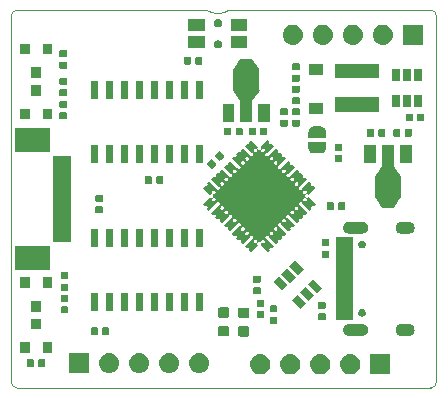
<source format=gts>
%TF.GenerationSoftware,KiCad,Pcbnew,(6.0.0-rc1-dev-1-g01c5bdfb8)*%
%TF.CreationDate,2019-02-27T16:04:15+01:00*%
%TF.ProjectId,printer-otter,7072696E7465722D6F747465722E6B69,rev?*%
%TF.SameCoordinates,Original*%
%TF.FileFunction,Soldermask,Top*%
%TF.FilePolarity,Negative*%
%FSLAX46Y46*%
G04 Gerber Fmt 4.6, Leading zero omitted, Abs format (unit mm)*
G04 Created by KiCad (PCBNEW (6.0.0-rc1-dev-1-g01c5bdfb8)) date Wed Feb 27 16:04:15 2019*
%MOMM*%
%LPD*%
G01*
G04 APERTURE LIST*
%ADD10C,0.100000*%
G04 APERTURE END LIST*
D10*
X100000000Y-100500000D02*
G75*
G02X100500000Y-100000000I500000J0D01*
G01*
X100500000Y-132000000D02*
G75*
G02X100000000Y-131500000I0J500000D01*
G01*
X136000000Y-131500000D02*
G75*
G02X135500000Y-132000000I-500000J0D01*
G01*
X135500000Y-100000000D02*
G75*
G02X136000000Y-100500000I0J-500000D01*
G01*
X135500000Y-100000000D02*
X118500000Y-100000000D01*
X136000000Y-131500000D02*
X136000000Y-100500000D01*
X100500000Y-132000000D02*
X135500000Y-132000000D01*
X100000000Y-100500000D02*
X100000000Y-131500000D01*
X104500000Y-100000000D02*
X100500000Y-100000000D01*
X107000000Y-100000000D02*
X104500000Y-100000000D01*
X110000000Y-100000000D02*
X112500000Y-100000000D01*
X113000000Y-100000000D02*
X112500000Y-100000000D01*
X116500000Y-100000000D02*
X116000000Y-100000000D01*
X110000000Y-100000000D02*
X107000000Y-100000000D01*
X116000000Y-100000000D02*
X113000000Y-100000000D01*
X118499999Y-99999999D02*
G75*
G02X116500000Y-100000000I-1000000J1499998D01*
G01*
G36*
X121256630Y-129162299D02*
X121416855Y-129210903D01*
X121564520Y-129289831D01*
X121693949Y-129396051D01*
X121800169Y-129525480D01*
X121879097Y-129673145D01*
X121927701Y-129833370D01*
X121944112Y-130000000D01*
X121927701Y-130166630D01*
X121879097Y-130326855D01*
X121800169Y-130474520D01*
X121693949Y-130603949D01*
X121564520Y-130710169D01*
X121416855Y-130789097D01*
X121256630Y-130837701D01*
X121131752Y-130850000D01*
X121048248Y-130850000D01*
X120923370Y-130837701D01*
X120763145Y-130789097D01*
X120615480Y-130710169D01*
X120486051Y-130603949D01*
X120379831Y-130474520D01*
X120300903Y-130326855D01*
X120252299Y-130166630D01*
X120235888Y-130000000D01*
X120252299Y-129833370D01*
X120300903Y-129673145D01*
X120379831Y-129525480D01*
X120486051Y-129396051D01*
X120615480Y-129289831D01*
X120763145Y-129210903D01*
X120923370Y-129162299D01*
X121048248Y-129150000D01*
X121131752Y-129150000D01*
X121256630Y-129162299D01*
X121256630Y-129162299D01*
G37*
G36*
X128876630Y-129162299D02*
X129036855Y-129210903D01*
X129184520Y-129289831D01*
X129313949Y-129396051D01*
X129420169Y-129525480D01*
X129499097Y-129673145D01*
X129547701Y-129833370D01*
X129564112Y-130000000D01*
X129547701Y-130166630D01*
X129499097Y-130326855D01*
X129420169Y-130474520D01*
X129313949Y-130603949D01*
X129184520Y-130710169D01*
X129036855Y-130789097D01*
X128876630Y-130837701D01*
X128751752Y-130850000D01*
X128668248Y-130850000D01*
X128543370Y-130837701D01*
X128383145Y-130789097D01*
X128235480Y-130710169D01*
X128106051Y-130603949D01*
X127999831Y-130474520D01*
X127920903Y-130326855D01*
X127872299Y-130166630D01*
X127855888Y-130000000D01*
X127872299Y-129833370D01*
X127920903Y-129673145D01*
X127999831Y-129525480D01*
X128106051Y-129396051D01*
X128235480Y-129289831D01*
X128383145Y-129210903D01*
X128543370Y-129162299D01*
X128668248Y-129150000D01*
X128751752Y-129150000D01*
X128876630Y-129162299D01*
X128876630Y-129162299D01*
G37*
G36*
X132100000Y-130850000D02*
X130400000Y-130850000D01*
X130400000Y-129150000D01*
X132100000Y-129150000D01*
X132100000Y-130850000D01*
X132100000Y-130850000D01*
G37*
G36*
X123796630Y-129162299D02*
X123956855Y-129210903D01*
X124104520Y-129289831D01*
X124233949Y-129396051D01*
X124340169Y-129525480D01*
X124419097Y-129673145D01*
X124467701Y-129833370D01*
X124484112Y-130000000D01*
X124467701Y-130166630D01*
X124419097Y-130326855D01*
X124340169Y-130474520D01*
X124233949Y-130603949D01*
X124104520Y-130710169D01*
X123956855Y-130789097D01*
X123796630Y-130837701D01*
X123671752Y-130850000D01*
X123588248Y-130850000D01*
X123463370Y-130837701D01*
X123303145Y-130789097D01*
X123155480Y-130710169D01*
X123026051Y-130603949D01*
X122919831Y-130474520D01*
X122840903Y-130326855D01*
X122792299Y-130166630D01*
X122775888Y-130000000D01*
X122792299Y-129833370D01*
X122840903Y-129673145D01*
X122919831Y-129525480D01*
X123026051Y-129396051D01*
X123155480Y-129289831D01*
X123303145Y-129210903D01*
X123463370Y-129162299D01*
X123588248Y-129150000D01*
X123671752Y-129150000D01*
X123796630Y-129162299D01*
X123796630Y-129162299D01*
G37*
G36*
X126336630Y-129162299D02*
X126496855Y-129210903D01*
X126644520Y-129289831D01*
X126773949Y-129396051D01*
X126880169Y-129525480D01*
X126959097Y-129673145D01*
X127007701Y-129833370D01*
X127024112Y-130000000D01*
X127007701Y-130166630D01*
X126959097Y-130326855D01*
X126880169Y-130474520D01*
X126773949Y-130603949D01*
X126644520Y-130710169D01*
X126496855Y-130789097D01*
X126336630Y-130837701D01*
X126211752Y-130850000D01*
X126128248Y-130850000D01*
X126003370Y-130837701D01*
X125843145Y-130789097D01*
X125695480Y-130710169D01*
X125566051Y-130603949D01*
X125459831Y-130474520D01*
X125380903Y-130326855D01*
X125332299Y-130166630D01*
X125315888Y-130000000D01*
X125332299Y-129833370D01*
X125380903Y-129673145D01*
X125459831Y-129525480D01*
X125566051Y-129396051D01*
X125695480Y-129289831D01*
X125843145Y-129210903D01*
X126003370Y-129162299D01*
X126128248Y-129150000D01*
X126211752Y-129150000D01*
X126336630Y-129162299D01*
X126336630Y-129162299D01*
G37*
G36*
X108456630Y-129062299D02*
X108616855Y-129110903D01*
X108764520Y-129189831D01*
X108893949Y-129296051D01*
X109000169Y-129425480D01*
X109079097Y-129573145D01*
X109127701Y-129733370D01*
X109144112Y-129900000D01*
X109127701Y-130066630D01*
X109079097Y-130226855D01*
X109000169Y-130374520D01*
X108893949Y-130503949D01*
X108764520Y-130610169D01*
X108616855Y-130689097D01*
X108456630Y-130737701D01*
X108331752Y-130750000D01*
X108248248Y-130750000D01*
X108123370Y-130737701D01*
X107963145Y-130689097D01*
X107815480Y-130610169D01*
X107686051Y-130503949D01*
X107579831Y-130374520D01*
X107500903Y-130226855D01*
X107452299Y-130066630D01*
X107435888Y-129900000D01*
X107452299Y-129733370D01*
X107500903Y-129573145D01*
X107579831Y-129425480D01*
X107686051Y-129296051D01*
X107815480Y-129189831D01*
X107963145Y-129110903D01*
X108123370Y-129062299D01*
X108248248Y-129050000D01*
X108331752Y-129050000D01*
X108456630Y-129062299D01*
X108456630Y-129062299D01*
G37*
G36*
X106600000Y-130750000D02*
X104900000Y-130750000D01*
X104900000Y-129050000D01*
X106600000Y-129050000D01*
X106600000Y-130750000D01*
X106600000Y-130750000D01*
G37*
G36*
X113536630Y-129062299D02*
X113696855Y-129110903D01*
X113844520Y-129189831D01*
X113973949Y-129296051D01*
X114080169Y-129425480D01*
X114159097Y-129573145D01*
X114207701Y-129733370D01*
X114224112Y-129900000D01*
X114207701Y-130066630D01*
X114159097Y-130226855D01*
X114080169Y-130374520D01*
X113973949Y-130503949D01*
X113844520Y-130610169D01*
X113696855Y-130689097D01*
X113536630Y-130737701D01*
X113411752Y-130750000D01*
X113328248Y-130750000D01*
X113203370Y-130737701D01*
X113043145Y-130689097D01*
X112895480Y-130610169D01*
X112766051Y-130503949D01*
X112659831Y-130374520D01*
X112580903Y-130226855D01*
X112532299Y-130066630D01*
X112515888Y-129900000D01*
X112532299Y-129733370D01*
X112580903Y-129573145D01*
X112659831Y-129425480D01*
X112766051Y-129296051D01*
X112895480Y-129189831D01*
X113043145Y-129110903D01*
X113203370Y-129062299D01*
X113328248Y-129050000D01*
X113411752Y-129050000D01*
X113536630Y-129062299D01*
X113536630Y-129062299D01*
G37*
G36*
X116076630Y-129062299D02*
X116236855Y-129110903D01*
X116384520Y-129189831D01*
X116513949Y-129296051D01*
X116620169Y-129425480D01*
X116699097Y-129573145D01*
X116747701Y-129733370D01*
X116764112Y-129900000D01*
X116747701Y-130066630D01*
X116699097Y-130226855D01*
X116620169Y-130374520D01*
X116513949Y-130503949D01*
X116384520Y-130610169D01*
X116236855Y-130689097D01*
X116076630Y-130737701D01*
X115951752Y-130750000D01*
X115868248Y-130750000D01*
X115743370Y-130737701D01*
X115583145Y-130689097D01*
X115435480Y-130610169D01*
X115306051Y-130503949D01*
X115199831Y-130374520D01*
X115120903Y-130226855D01*
X115072299Y-130066630D01*
X115055888Y-129900000D01*
X115072299Y-129733370D01*
X115120903Y-129573145D01*
X115199831Y-129425480D01*
X115306051Y-129296051D01*
X115435480Y-129189831D01*
X115583145Y-129110903D01*
X115743370Y-129062299D01*
X115868248Y-129050000D01*
X115951752Y-129050000D01*
X116076630Y-129062299D01*
X116076630Y-129062299D01*
G37*
G36*
X110996630Y-129062299D02*
X111156855Y-129110903D01*
X111304520Y-129189831D01*
X111433949Y-129296051D01*
X111540169Y-129425480D01*
X111619097Y-129573145D01*
X111667701Y-129733370D01*
X111684112Y-129900000D01*
X111667701Y-130066630D01*
X111619097Y-130226855D01*
X111540169Y-130374520D01*
X111433949Y-130503949D01*
X111304520Y-130610169D01*
X111156855Y-130689097D01*
X110996630Y-130737701D01*
X110871752Y-130750000D01*
X110788248Y-130750000D01*
X110663370Y-130737701D01*
X110503145Y-130689097D01*
X110355480Y-130610169D01*
X110226051Y-130503949D01*
X110119831Y-130374520D01*
X110040903Y-130226855D01*
X109992299Y-130066630D01*
X109975888Y-129900000D01*
X109992299Y-129733370D01*
X110040903Y-129573145D01*
X110119831Y-129425480D01*
X110226051Y-129296051D01*
X110355480Y-129189831D01*
X110503145Y-129110903D01*
X110663370Y-129062299D01*
X110788248Y-129050000D01*
X110871752Y-129050000D01*
X110996630Y-129062299D01*
X110996630Y-129062299D01*
G37*
G36*
X102811463Y-129582226D02*
X102827298Y-129587030D01*
X102841886Y-129594827D01*
X102854676Y-129605324D01*
X102865173Y-129618114D01*
X102872970Y-129632702D01*
X102877774Y-129648537D01*
X102880000Y-129671140D01*
X102880000Y-130128860D01*
X102877774Y-130151463D01*
X102872970Y-130167298D01*
X102865173Y-130181886D01*
X102854676Y-130194676D01*
X102841886Y-130205173D01*
X102827298Y-130212970D01*
X102811463Y-130217774D01*
X102788860Y-130220000D01*
X102381140Y-130220000D01*
X102358537Y-130217774D01*
X102342702Y-130212970D01*
X102328114Y-130205173D01*
X102315324Y-130194676D01*
X102304827Y-130181886D01*
X102297030Y-130167298D01*
X102292226Y-130151463D01*
X102290000Y-130128860D01*
X102290000Y-129671140D01*
X102292226Y-129648537D01*
X102297030Y-129632702D01*
X102304827Y-129618114D01*
X102315324Y-129605324D01*
X102328114Y-129594827D01*
X102342702Y-129587030D01*
X102358537Y-129582226D01*
X102381140Y-129580000D01*
X102788860Y-129580000D01*
X102811463Y-129582226D01*
X102811463Y-129582226D01*
G37*
G36*
X101841463Y-129582226D02*
X101857298Y-129587030D01*
X101871886Y-129594827D01*
X101884676Y-129605324D01*
X101895173Y-129618114D01*
X101902970Y-129632702D01*
X101907774Y-129648537D01*
X101910000Y-129671140D01*
X101910000Y-130128860D01*
X101907774Y-130151463D01*
X101902970Y-130167298D01*
X101895173Y-130181886D01*
X101884676Y-130194676D01*
X101871886Y-130205173D01*
X101857298Y-130212970D01*
X101841463Y-130217774D01*
X101818860Y-130220000D01*
X101411140Y-130220000D01*
X101388537Y-130217774D01*
X101372702Y-130212970D01*
X101358114Y-130205173D01*
X101345324Y-130194676D01*
X101334827Y-130181886D01*
X101327030Y-130167298D01*
X101322226Y-130151463D01*
X101320000Y-130128860D01*
X101320000Y-129671140D01*
X101322226Y-129648537D01*
X101327030Y-129632702D01*
X101334827Y-129618114D01*
X101345324Y-129605324D01*
X101358114Y-129594827D01*
X101372702Y-129587030D01*
X101388537Y-129582226D01*
X101411140Y-129580000D01*
X101818860Y-129580000D01*
X101841463Y-129582226D01*
X101841463Y-129582226D01*
G37*
G36*
X101550000Y-129050000D02*
X100750000Y-129050000D01*
X100750000Y-128150000D01*
X101550000Y-128150000D01*
X101550000Y-129050000D01*
X101550000Y-129050000D01*
G37*
G36*
X103450000Y-129050000D02*
X102650000Y-129050000D01*
X102650000Y-128150000D01*
X103450000Y-128150000D01*
X103450000Y-129050000D01*
X103450000Y-129050000D01*
G37*
G36*
X120033581Y-126776351D02*
X120062778Y-126785208D01*
X120089683Y-126799589D01*
X120113273Y-126818948D01*
X120132632Y-126842538D01*
X120147013Y-126869443D01*
X120155870Y-126898640D01*
X120159465Y-126935146D01*
X120159465Y-127485366D01*
X120155870Y-127521872D01*
X120147013Y-127551069D01*
X120132632Y-127577974D01*
X120113273Y-127601564D01*
X120089683Y-127620923D01*
X120062778Y-127635304D01*
X120033581Y-127644161D01*
X119997075Y-127647756D01*
X119371855Y-127647756D01*
X119335349Y-127644161D01*
X119306152Y-127635304D01*
X119279247Y-127620923D01*
X119255657Y-127601564D01*
X119236298Y-127577974D01*
X119221917Y-127551069D01*
X119213060Y-127521872D01*
X119209465Y-127485366D01*
X119209465Y-126935146D01*
X119213060Y-126898640D01*
X119221917Y-126869443D01*
X119236298Y-126842538D01*
X119255657Y-126818948D01*
X119279247Y-126799589D01*
X119306152Y-126785208D01*
X119335349Y-126776351D01*
X119371855Y-126772756D01*
X119997075Y-126772756D01*
X120033581Y-126776351D01*
X120033581Y-126776351D01*
G37*
G36*
X118333579Y-126763852D02*
X118362776Y-126772709D01*
X118389681Y-126787090D01*
X118413271Y-126806449D01*
X118432630Y-126830039D01*
X118447011Y-126856944D01*
X118455868Y-126886141D01*
X118459463Y-126922647D01*
X118459463Y-127472867D01*
X118455868Y-127509373D01*
X118447011Y-127538570D01*
X118432630Y-127565475D01*
X118413271Y-127589065D01*
X118389681Y-127608424D01*
X118362776Y-127622805D01*
X118333579Y-127631662D01*
X118297073Y-127635257D01*
X117671853Y-127635257D01*
X117635347Y-127631662D01*
X117606150Y-127622805D01*
X117579245Y-127608424D01*
X117555655Y-127589065D01*
X117536296Y-127565475D01*
X117521915Y-127538570D01*
X117513058Y-127509373D01*
X117509463Y-127472867D01*
X117509463Y-126922647D01*
X117513058Y-126886141D01*
X117521915Y-126856944D01*
X117536296Y-126830039D01*
X117555655Y-126806449D01*
X117579245Y-126787090D01*
X117606150Y-126772709D01*
X117635347Y-126763852D01*
X117671853Y-126760257D01*
X118297073Y-126760257D01*
X118333579Y-126763852D01*
X118333579Y-126763852D01*
G37*
G36*
X129813015Y-126577234D02*
X129907268Y-126605825D01*
X129953697Y-126630643D01*
X129994129Y-126652254D01*
X130070264Y-126714736D01*
X130132746Y-126790871D01*
X130150629Y-126824327D01*
X130179175Y-126877732D01*
X130207766Y-126971985D01*
X130217419Y-127070000D01*
X130207766Y-127168015D01*
X130179175Y-127262268D01*
X130154357Y-127308697D01*
X130132746Y-127349129D01*
X130070264Y-127425264D01*
X129994129Y-127487746D01*
X129954792Y-127508772D01*
X129907268Y-127534175D01*
X129813015Y-127562766D01*
X129739564Y-127570000D01*
X128590436Y-127570000D01*
X128516985Y-127562766D01*
X128422732Y-127534175D01*
X128375208Y-127508772D01*
X128335871Y-127487746D01*
X128259736Y-127425264D01*
X128197254Y-127349129D01*
X128175643Y-127308697D01*
X128150825Y-127262268D01*
X128122234Y-127168015D01*
X128112581Y-127070000D01*
X128122234Y-126971985D01*
X128150825Y-126877732D01*
X128179371Y-126824327D01*
X128197254Y-126790871D01*
X128259736Y-126714736D01*
X128335871Y-126652254D01*
X128376303Y-126630643D01*
X128422732Y-126605825D01*
X128516985Y-126577234D01*
X128590436Y-126570000D01*
X129739564Y-126570000D01*
X129813015Y-126577234D01*
X129813015Y-126577234D01*
G37*
G36*
X133743015Y-126577234D02*
X133837268Y-126605825D01*
X133883697Y-126630643D01*
X133924129Y-126652254D01*
X134000264Y-126714736D01*
X134062746Y-126790871D01*
X134080629Y-126824327D01*
X134109175Y-126877732D01*
X134137766Y-126971985D01*
X134147419Y-127070000D01*
X134137766Y-127168015D01*
X134109175Y-127262268D01*
X134084357Y-127308697D01*
X134062746Y-127349129D01*
X134000264Y-127425264D01*
X133924129Y-127487746D01*
X133884792Y-127508772D01*
X133837268Y-127534175D01*
X133743015Y-127562766D01*
X133669564Y-127570000D01*
X133020436Y-127570000D01*
X132946985Y-127562766D01*
X132852732Y-127534175D01*
X132805208Y-127508772D01*
X132765871Y-127487746D01*
X132689736Y-127425264D01*
X132627254Y-127349129D01*
X132605643Y-127308697D01*
X132580825Y-127262268D01*
X132552234Y-127168015D01*
X132542581Y-127070000D01*
X132552234Y-126971985D01*
X132580825Y-126877732D01*
X132609371Y-126824327D01*
X132627254Y-126790871D01*
X132689736Y-126714736D01*
X132765871Y-126652254D01*
X132806303Y-126630643D01*
X132852732Y-126605825D01*
X132946985Y-126577234D01*
X133020436Y-126570000D01*
X133669564Y-126570000D01*
X133743015Y-126577234D01*
X133743015Y-126577234D01*
G37*
G36*
X108226463Y-126882226D02*
X108242298Y-126887030D01*
X108256886Y-126894827D01*
X108269676Y-126905324D01*
X108280173Y-126918114D01*
X108287970Y-126932702D01*
X108292774Y-126948537D01*
X108295000Y-126971140D01*
X108295000Y-127428860D01*
X108292774Y-127451463D01*
X108287970Y-127467298D01*
X108280173Y-127481886D01*
X108269676Y-127494676D01*
X108256886Y-127505173D01*
X108242298Y-127512970D01*
X108226463Y-127517774D01*
X108203860Y-127520000D01*
X107796140Y-127520000D01*
X107773537Y-127517774D01*
X107757702Y-127512970D01*
X107743114Y-127505173D01*
X107730324Y-127494676D01*
X107719827Y-127481886D01*
X107712030Y-127467298D01*
X107707226Y-127451463D01*
X107705000Y-127428860D01*
X107705000Y-126971140D01*
X107707226Y-126948537D01*
X107712030Y-126932702D01*
X107719827Y-126918114D01*
X107730324Y-126905324D01*
X107743114Y-126894827D01*
X107757702Y-126887030D01*
X107773537Y-126882226D01*
X107796140Y-126880000D01*
X108203860Y-126880000D01*
X108226463Y-126882226D01*
X108226463Y-126882226D01*
G37*
G36*
X107256463Y-126882226D02*
X107272298Y-126887030D01*
X107286886Y-126894827D01*
X107299676Y-126905324D01*
X107310173Y-126918114D01*
X107317970Y-126932702D01*
X107322774Y-126948537D01*
X107325000Y-126971140D01*
X107325000Y-127428860D01*
X107322774Y-127451463D01*
X107317970Y-127467298D01*
X107310173Y-127481886D01*
X107299676Y-127494676D01*
X107286886Y-127505173D01*
X107272298Y-127512970D01*
X107256463Y-127517774D01*
X107233860Y-127520000D01*
X106826140Y-127520000D01*
X106803537Y-127517774D01*
X106787702Y-127512970D01*
X106773114Y-127505173D01*
X106760324Y-127494676D01*
X106749827Y-127481886D01*
X106742030Y-127467298D01*
X106737226Y-127451463D01*
X106735000Y-127428860D01*
X106735000Y-126971140D01*
X106737226Y-126948537D01*
X106742030Y-126932702D01*
X106749827Y-126918114D01*
X106760324Y-126905324D01*
X106773114Y-126894827D01*
X106787702Y-126887030D01*
X106803537Y-126882226D01*
X106826140Y-126880000D01*
X107233860Y-126880000D01*
X107256463Y-126882226D01*
X107256463Y-126882226D01*
G37*
G36*
X102500000Y-127050000D02*
X101700000Y-127050000D01*
X101700000Y-126150000D01*
X102500000Y-126150000D01*
X102500000Y-127050000D01*
X102500000Y-127050000D01*
G37*
G36*
X122451463Y-125992226D02*
X122467298Y-125997030D01*
X122481886Y-126004827D01*
X122494676Y-126015324D01*
X122505173Y-126028114D01*
X122512970Y-126042702D01*
X122517774Y-126058537D01*
X122520000Y-126081140D01*
X122520000Y-126488860D01*
X122517774Y-126511463D01*
X122512970Y-126527298D01*
X122505173Y-126541886D01*
X122494676Y-126554676D01*
X122481886Y-126565173D01*
X122467298Y-126572970D01*
X122451463Y-126577774D01*
X122428860Y-126580000D01*
X121971140Y-126580000D01*
X121948537Y-126577774D01*
X121932702Y-126572970D01*
X121918114Y-126565173D01*
X121905324Y-126554676D01*
X121894827Y-126541886D01*
X121887030Y-126527298D01*
X121882226Y-126511463D01*
X121880000Y-126488860D01*
X121880000Y-126081140D01*
X121882226Y-126058537D01*
X121887030Y-126042702D01*
X121894827Y-126028114D01*
X121905324Y-126015324D01*
X121918114Y-126004827D01*
X121932702Y-125997030D01*
X121948537Y-125992226D01*
X121971140Y-125990000D01*
X122428860Y-125990000D01*
X122451463Y-125992226D01*
X122451463Y-125992226D01*
G37*
G36*
X126551463Y-125692226D02*
X126567298Y-125697030D01*
X126581886Y-125704827D01*
X126594676Y-125715324D01*
X126605173Y-125728114D01*
X126612970Y-125742702D01*
X126617774Y-125758537D01*
X126620000Y-125781140D01*
X126620000Y-126188860D01*
X126617774Y-126211463D01*
X126612970Y-126227298D01*
X126605173Y-126241886D01*
X126594676Y-126254676D01*
X126581886Y-126265173D01*
X126567298Y-126272970D01*
X126551463Y-126277774D01*
X126528860Y-126280000D01*
X126071140Y-126280000D01*
X126048537Y-126277774D01*
X126032702Y-126272970D01*
X126018114Y-126265173D01*
X126005324Y-126254676D01*
X125994827Y-126241886D01*
X125987030Y-126227298D01*
X125982226Y-126211463D01*
X125980000Y-126188860D01*
X125980000Y-125781140D01*
X125982226Y-125758537D01*
X125987030Y-125742702D01*
X125994827Y-125728114D01*
X126005324Y-125715324D01*
X126018114Y-125704827D01*
X126032702Y-125697030D01*
X126048537Y-125692226D01*
X126071140Y-125690000D01*
X126528860Y-125690000D01*
X126551463Y-125692226D01*
X126551463Y-125692226D01*
G37*
G36*
X128975000Y-126250000D02*
X127525000Y-126250000D01*
X127525000Y-119250000D01*
X128975000Y-119250000D01*
X128975000Y-126250000D01*
X128975000Y-126250000D01*
G37*
G36*
X121351463Y-125492226D02*
X121367298Y-125497030D01*
X121381886Y-125504827D01*
X121394676Y-125515324D01*
X121405173Y-125528114D01*
X121412970Y-125542702D01*
X121417774Y-125558537D01*
X121420000Y-125581140D01*
X121420000Y-125988860D01*
X121417774Y-126011463D01*
X121412970Y-126027298D01*
X121405173Y-126041886D01*
X121394676Y-126054676D01*
X121381886Y-126065173D01*
X121367298Y-126072970D01*
X121351463Y-126077774D01*
X121328860Y-126080000D01*
X120871140Y-126080000D01*
X120848537Y-126077774D01*
X120832702Y-126072970D01*
X120818114Y-126065173D01*
X120805324Y-126054676D01*
X120794827Y-126041886D01*
X120787030Y-126027298D01*
X120782226Y-126011463D01*
X120780000Y-125988860D01*
X120780000Y-125581140D01*
X120782226Y-125558537D01*
X120787030Y-125542702D01*
X120794827Y-125528114D01*
X120805324Y-125515324D01*
X120818114Y-125504827D01*
X120832702Y-125497030D01*
X120848537Y-125492226D01*
X120871140Y-125490000D01*
X121328860Y-125490000D01*
X121351463Y-125492226D01*
X121351463Y-125492226D01*
G37*
G36*
X120033581Y-125201351D02*
X120062778Y-125210208D01*
X120089683Y-125224589D01*
X120113273Y-125243948D01*
X120132632Y-125267538D01*
X120147013Y-125294443D01*
X120155870Y-125323640D01*
X120159465Y-125360146D01*
X120159465Y-125910366D01*
X120155870Y-125946872D01*
X120147013Y-125976069D01*
X120132632Y-126002974D01*
X120113273Y-126026564D01*
X120089683Y-126045923D01*
X120062778Y-126060304D01*
X120033581Y-126069161D01*
X119997075Y-126072756D01*
X119371855Y-126072756D01*
X119335349Y-126069161D01*
X119306152Y-126060304D01*
X119279247Y-126045923D01*
X119255657Y-126026564D01*
X119236298Y-126002974D01*
X119221917Y-125976069D01*
X119213060Y-125946872D01*
X119209465Y-125910366D01*
X119209465Y-125360146D01*
X119213060Y-125323640D01*
X119221917Y-125294443D01*
X119236298Y-125267538D01*
X119255657Y-125243948D01*
X119279247Y-125224589D01*
X119306152Y-125210208D01*
X119335349Y-125201351D01*
X119371855Y-125197756D01*
X119997075Y-125197756D01*
X120033581Y-125201351D01*
X120033581Y-125201351D01*
G37*
G36*
X118333579Y-125188852D02*
X118362776Y-125197709D01*
X118389681Y-125212090D01*
X118413271Y-125231449D01*
X118432630Y-125255039D01*
X118447011Y-125281944D01*
X118455868Y-125311141D01*
X118459463Y-125347647D01*
X118459463Y-125897867D01*
X118455868Y-125934373D01*
X118447011Y-125963570D01*
X118432630Y-125990475D01*
X118413271Y-126014065D01*
X118389681Y-126033424D01*
X118362776Y-126047805D01*
X118333579Y-126056662D01*
X118297073Y-126060257D01*
X117671853Y-126060257D01*
X117635347Y-126056662D01*
X117606150Y-126047805D01*
X117579245Y-126033424D01*
X117555655Y-126014065D01*
X117536296Y-125990475D01*
X117521915Y-125963570D01*
X117513058Y-125934373D01*
X117509463Y-125897867D01*
X117509463Y-125347647D01*
X117513058Y-125311141D01*
X117521915Y-125281944D01*
X117536296Y-125255039D01*
X117555655Y-125231449D01*
X117579245Y-125212090D01*
X117606150Y-125197709D01*
X117635347Y-125188852D01*
X117671853Y-125185257D01*
X118297073Y-125185257D01*
X118333579Y-125188852D01*
X118333579Y-125188852D01*
G37*
G36*
X129789799Y-125327489D02*
X129835543Y-125346437D01*
X129848941Y-125351986D01*
X129848942Y-125351987D01*
X129848945Y-125351988D01*
X129902176Y-125387556D01*
X129947444Y-125432824D01*
X129983012Y-125486055D01*
X130007511Y-125545201D01*
X130020000Y-125607990D01*
X130020000Y-125672010D01*
X130007511Y-125734799D01*
X129983012Y-125793945D01*
X129947444Y-125847176D01*
X129902176Y-125892444D01*
X129848945Y-125928012D01*
X129848942Y-125928013D01*
X129848941Y-125928014D01*
X129838110Y-125932500D01*
X129789799Y-125952511D01*
X129727010Y-125965000D01*
X129662990Y-125965000D01*
X129600201Y-125952511D01*
X129551890Y-125932500D01*
X129541059Y-125928014D01*
X129541058Y-125928013D01*
X129541055Y-125928012D01*
X129487824Y-125892444D01*
X129442556Y-125847176D01*
X129406988Y-125793945D01*
X129382489Y-125734799D01*
X129370000Y-125672010D01*
X129370000Y-125607990D01*
X129382489Y-125545201D01*
X129406988Y-125486055D01*
X129442556Y-125432824D01*
X129487824Y-125387556D01*
X129541055Y-125351988D01*
X129541058Y-125351987D01*
X129541059Y-125351986D01*
X129554457Y-125346437D01*
X129600201Y-125327489D01*
X129662990Y-125315000D01*
X129727010Y-125315000D01*
X129789799Y-125327489D01*
X129789799Y-125327489D01*
G37*
G36*
X104751463Y-125107226D02*
X104767298Y-125112030D01*
X104781886Y-125119827D01*
X104794676Y-125130324D01*
X104805173Y-125143114D01*
X104812970Y-125157702D01*
X104817774Y-125173537D01*
X104820000Y-125196140D01*
X104820000Y-125603860D01*
X104817774Y-125626463D01*
X104812970Y-125642298D01*
X104805173Y-125656886D01*
X104794676Y-125669676D01*
X104781886Y-125680173D01*
X104767298Y-125687970D01*
X104751463Y-125692774D01*
X104728860Y-125695000D01*
X104271140Y-125695000D01*
X104248537Y-125692774D01*
X104232702Y-125687970D01*
X104218114Y-125680173D01*
X104205324Y-125669676D01*
X104194827Y-125656886D01*
X104187030Y-125642298D01*
X104182226Y-125626463D01*
X104180000Y-125603860D01*
X104180000Y-125196140D01*
X104182226Y-125173537D01*
X104187030Y-125157702D01*
X104194827Y-125143114D01*
X104205324Y-125130324D01*
X104218114Y-125119827D01*
X104232702Y-125112030D01*
X104248537Y-125107226D01*
X104271140Y-125105000D01*
X104728860Y-125105000D01*
X104751463Y-125107226D01*
X104751463Y-125107226D01*
G37*
G36*
X122451463Y-125022226D02*
X122467298Y-125027030D01*
X122481886Y-125034827D01*
X122494676Y-125045324D01*
X122505173Y-125058114D01*
X122512970Y-125072702D01*
X122517774Y-125088537D01*
X122520000Y-125111140D01*
X122520000Y-125518860D01*
X122517774Y-125541463D01*
X122512970Y-125557298D01*
X122505173Y-125571886D01*
X122494676Y-125584676D01*
X122481886Y-125595173D01*
X122467298Y-125602970D01*
X122451463Y-125607774D01*
X122428860Y-125610000D01*
X121971140Y-125610000D01*
X121948537Y-125607774D01*
X121932702Y-125602970D01*
X121918114Y-125595173D01*
X121905324Y-125584676D01*
X121894827Y-125571886D01*
X121887030Y-125557298D01*
X121882226Y-125541463D01*
X121880000Y-125518860D01*
X121880000Y-125111140D01*
X121882226Y-125088537D01*
X121887030Y-125072702D01*
X121894827Y-125058114D01*
X121905324Y-125045324D01*
X121918114Y-125034827D01*
X121932702Y-125027030D01*
X121948537Y-125022226D01*
X121971140Y-125020000D01*
X122428860Y-125020000D01*
X122451463Y-125022226D01*
X122451463Y-125022226D01*
G37*
G36*
X102500000Y-125550000D02*
X101700000Y-125550000D01*
X101700000Y-124650000D01*
X102500000Y-124650000D01*
X102500000Y-125550000D01*
X102500000Y-125550000D01*
G37*
G36*
X116245000Y-125450000D02*
X115645000Y-125450000D01*
X115645000Y-123950000D01*
X116245000Y-123950000D01*
X116245000Y-125450000D01*
X116245000Y-125450000D01*
G37*
G36*
X108625000Y-125450000D02*
X108025000Y-125450000D01*
X108025000Y-123950000D01*
X108625000Y-123950000D01*
X108625000Y-125450000D01*
X108625000Y-125450000D01*
G37*
G36*
X107355000Y-125450000D02*
X106755000Y-125450000D01*
X106755000Y-123950000D01*
X107355000Y-123950000D01*
X107355000Y-125450000D01*
X107355000Y-125450000D01*
G37*
G36*
X109895000Y-125450000D02*
X109295000Y-125450000D01*
X109295000Y-123950000D01*
X109895000Y-123950000D01*
X109895000Y-125450000D01*
X109895000Y-125450000D01*
G37*
G36*
X111165000Y-125450000D02*
X110565000Y-125450000D01*
X110565000Y-123950000D01*
X111165000Y-123950000D01*
X111165000Y-125450000D01*
X111165000Y-125450000D01*
G37*
G36*
X112435000Y-125450000D02*
X111835000Y-125450000D01*
X111835000Y-123950000D01*
X112435000Y-123950000D01*
X112435000Y-125450000D01*
X112435000Y-125450000D01*
G37*
G36*
X113705000Y-125450000D02*
X113105000Y-125450000D01*
X113105000Y-123950000D01*
X113705000Y-123950000D01*
X113705000Y-125450000D01*
X113705000Y-125450000D01*
G37*
G36*
X114975000Y-125450000D02*
X114375000Y-125450000D01*
X114375000Y-123950000D01*
X114975000Y-123950000D01*
X114975000Y-125450000D01*
X114975000Y-125450000D01*
G37*
G36*
X126551463Y-124722226D02*
X126567298Y-124727030D01*
X126581886Y-124734827D01*
X126594676Y-124745324D01*
X126605173Y-124758114D01*
X126612970Y-124772702D01*
X126617774Y-124788537D01*
X126620000Y-124811140D01*
X126620000Y-125218860D01*
X126617774Y-125241463D01*
X126612970Y-125257298D01*
X126605173Y-125271886D01*
X126594676Y-125284676D01*
X126581886Y-125295173D01*
X126567298Y-125302970D01*
X126551463Y-125307774D01*
X126528860Y-125310000D01*
X126071140Y-125310000D01*
X126048537Y-125307774D01*
X126032702Y-125302970D01*
X126018114Y-125295173D01*
X126005324Y-125284676D01*
X125994827Y-125271886D01*
X125987030Y-125257298D01*
X125982226Y-125241463D01*
X125980000Y-125218860D01*
X125980000Y-124811140D01*
X125982226Y-124788537D01*
X125987030Y-124772702D01*
X125994827Y-124758114D01*
X126005324Y-124745324D01*
X126018114Y-124734827D01*
X126032702Y-124727030D01*
X126048537Y-124722226D01*
X126071140Y-124720000D01*
X126528860Y-124720000D01*
X126551463Y-124722226D01*
X126551463Y-124722226D01*
G37*
G36*
X124960643Y-124844526D02*
X124501023Y-125304146D01*
X123751489Y-124554612D01*
X124211109Y-124094992D01*
X124960643Y-124844526D01*
X124960643Y-124844526D01*
G37*
G36*
X121351463Y-124522226D02*
X121367298Y-124527030D01*
X121381886Y-124534827D01*
X121394676Y-124545324D01*
X121405173Y-124558114D01*
X121412970Y-124572702D01*
X121417774Y-124588537D01*
X121420000Y-124611140D01*
X121420000Y-125018860D01*
X121417774Y-125041463D01*
X121412970Y-125057298D01*
X121405173Y-125071886D01*
X121394676Y-125084676D01*
X121381886Y-125095173D01*
X121367298Y-125102970D01*
X121351463Y-125107774D01*
X121328860Y-125110000D01*
X120871140Y-125110000D01*
X120848537Y-125107774D01*
X120832702Y-125102970D01*
X120818114Y-125095173D01*
X120805324Y-125084676D01*
X120794827Y-125071886D01*
X120787030Y-125057298D01*
X120782226Y-125041463D01*
X120780000Y-125018860D01*
X120780000Y-124611140D01*
X120782226Y-124588537D01*
X120787030Y-124572702D01*
X120794827Y-124558114D01*
X120805324Y-124545324D01*
X120818114Y-124534827D01*
X120832702Y-124527030D01*
X120848537Y-124522226D01*
X120871140Y-124520000D01*
X121328860Y-124520000D01*
X121351463Y-124522226D01*
X121351463Y-124522226D01*
G37*
G36*
X104751463Y-124137226D02*
X104767298Y-124142030D01*
X104781886Y-124149827D01*
X104794676Y-124160324D01*
X104805173Y-124173114D01*
X104812970Y-124187702D01*
X104817774Y-124203537D01*
X104820000Y-124226140D01*
X104820000Y-124633860D01*
X104817774Y-124656463D01*
X104812970Y-124672298D01*
X104805173Y-124686886D01*
X104794676Y-124699676D01*
X104781886Y-124710173D01*
X104767298Y-124717970D01*
X104751463Y-124722774D01*
X104728860Y-124725000D01*
X104271140Y-124725000D01*
X104248537Y-124722774D01*
X104232702Y-124717970D01*
X104218114Y-124710173D01*
X104205324Y-124699676D01*
X104194827Y-124686886D01*
X104187030Y-124672298D01*
X104182226Y-124656463D01*
X104180000Y-124633860D01*
X104180000Y-124226140D01*
X104182226Y-124203537D01*
X104187030Y-124187702D01*
X104194827Y-124173114D01*
X104205324Y-124160324D01*
X104218114Y-124149827D01*
X104232702Y-124142030D01*
X104248537Y-124137226D01*
X104271140Y-124135000D01*
X104728860Y-124135000D01*
X104751463Y-124137226D01*
X104751463Y-124137226D01*
G37*
G36*
X125632394Y-124172774D02*
X125172774Y-124632394D01*
X124423240Y-123882860D01*
X124882860Y-123423240D01*
X125632394Y-124172774D01*
X125632394Y-124172774D01*
G37*
G36*
X121051463Y-123477226D02*
X121067298Y-123482030D01*
X121081886Y-123489827D01*
X121094676Y-123500324D01*
X121105173Y-123513114D01*
X121112970Y-123527702D01*
X121117774Y-123543537D01*
X121120000Y-123566140D01*
X121120000Y-123973860D01*
X121117774Y-123996463D01*
X121112970Y-124012298D01*
X121105173Y-124026886D01*
X121094676Y-124039676D01*
X121081886Y-124050173D01*
X121067298Y-124057970D01*
X121051463Y-124062774D01*
X121028860Y-124065000D01*
X120571140Y-124065000D01*
X120548537Y-124062774D01*
X120532702Y-124057970D01*
X120518114Y-124050173D01*
X120505324Y-124039676D01*
X120494827Y-124026886D01*
X120487030Y-124012298D01*
X120482226Y-123996463D01*
X120480000Y-123973860D01*
X120480000Y-123566140D01*
X120482226Y-123543537D01*
X120487030Y-123527702D01*
X120494827Y-123513114D01*
X120505324Y-123500324D01*
X120518114Y-123489827D01*
X120532702Y-123482030D01*
X120548537Y-123477226D01*
X120571140Y-123475000D01*
X121028860Y-123475000D01*
X121051463Y-123477226D01*
X121051463Y-123477226D01*
G37*
G36*
X126304146Y-123501023D02*
X125844526Y-123960643D01*
X125094992Y-123211109D01*
X125554612Y-122751489D01*
X126304146Y-123501023D01*
X126304146Y-123501023D01*
G37*
G36*
X104751463Y-123192226D02*
X104767298Y-123197030D01*
X104781886Y-123204827D01*
X104794676Y-123215324D01*
X104805173Y-123228114D01*
X104812970Y-123242702D01*
X104817774Y-123258537D01*
X104820000Y-123281140D01*
X104820000Y-123688860D01*
X104817774Y-123711463D01*
X104812970Y-123727298D01*
X104805173Y-123741886D01*
X104794676Y-123754676D01*
X104781886Y-123765173D01*
X104767298Y-123772970D01*
X104751463Y-123777774D01*
X104728860Y-123780000D01*
X104271140Y-123780000D01*
X104248537Y-123777774D01*
X104232702Y-123772970D01*
X104218114Y-123765173D01*
X104205324Y-123754676D01*
X104194827Y-123741886D01*
X104187030Y-123727298D01*
X104182226Y-123711463D01*
X104180000Y-123688860D01*
X104180000Y-123281140D01*
X104182226Y-123258537D01*
X104187030Y-123242702D01*
X104194827Y-123228114D01*
X104205324Y-123215324D01*
X104218114Y-123204827D01*
X104232702Y-123197030D01*
X104248537Y-123192226D01*
X104271140Y-123190000D01*
X104728860Y-123190000D01*
X104751463Y-123192226D01*
X104751463Y-123192226D01*
G37*
G36*
X123405008Y-123288891D02*
X122945388Y-123748511D01*
X122195854Y-122998977D01*
X122655474Y-122539357D01*
X123405008Y-123288891D01*
X123405008Y-123288891D01*
G37*
G36*
X101550000Y-123550000D02*
X100750000Y-123550000D01*
X100750000Y-122650000D01*
X101550000Y-122650000D01*
X101550000Y-123550000D01*
X101550000Y-123550000D01*
G37*
G36*
X103450000Y-123550000D02*
X102650000Y-123550000D01*
X102650000Y-122650000D01*
X103450000Y-122650000D01*
X103450000Y-123550000D01*
X103450000Y-123550000D01*
G37*
G36*
X121051463Y-122507226D02*
X121067298Y-122512030D01*
X121081886Y-122519827D01*
X121094676Y-122530324D01*
X121105173Y-122543114D01*
X121112970Y-122557702D01*
X121117774Y-122573537D01*
X121120000Y-122596140D01*
X121120000Y-123003860D01*
X121117774Y-123026463D01*
X121112970Y-123042298D01*
X121105173Y-123056886D01*
X121094676Y-123069676D01*
X121081886Y-123080173D01*
X121067298Y-123087970D01*
X121051463Y-123092774D01*
X121028860Y-123095000D01*
X120571140Y-123095000D01*
X120548537Y-123092774D01*
X120532702Y-123087970D01*
X120518114Y-123080173D01*
X120505324Y-123069676D01*
X120494827Y-123056886D01*
X120487030Y-123042298D01*
X120482226Y-123026463D01*
X120480000Y-123003860D01*
X120480000Y-122596140D01*
X120482226Y-122573537D01*
X120487030Y-122557702D01*
X120494827Y-122543114D01*
X120505324Y-122530324D01*
X120518114Y-122519827D01*
X120532702Y-122512030D01*
X120548537Y-122507226D01*
X120571140Y-122505000D01*
X121028860Y-122505000D01*
X121051463Y-122507226D01*
X121051463Y-122507226D01*
G37*
G36*
X124076760Y-122617140D02*
X123617140Y-123076760D01*
X122867606Y-122327226D01*
X123327226Y-121867606D01*
X124076760Y-122617140D01*
X124076760Y-122617140D01*
G37*
G36*
X104751463Y-122222226D02*
X104767298Y-122227030D01*
X104781886Y-122234827D01*
X104794676Y-122245324D01*
X104805173Y-122258114D01*
X104812970Y-122272702D01*
X104817774Y-122288537D01*
X104820000Y-122311140D01*
X104820000Y-122718860D01*
X104817774Y-122741463D01*
X104812970Y-122757298D01*
X104805173Y-122771886D01*
X104794676Y-122784676D01*
X104781886Y-122795173D01*
X104767298Y-122802970D01*
X104751463Y-122807774D01*
X104728860Y-122810000D01*
X104271140Y-122810000D01*
X104248537Y-122807774D01*
X104232702Y-122802970D01*
X104218114Y-122795173D01*
X104205324Y-122784676D01*
X104194827Y-122771886D01*
X104187030Y-122757298D01*
X104182226Y-122741463D01*
X104180000Y-122718860D01*
X104180000Y-122311140D01*
X104182226Y-122288537D01*
X104187030Y-122272702D01*
X104194827Y-122258114D01*
X104205324Y-122245324D01*
X104218114Y-122234827D01*
X104232702Y-122227030D01*
X104248537Y-122222226D01*
X104271140Y-122220000D01*
X104728860Y-122220000D01*
X104751463Y-122222226D01*
X104751463Y-122222226D01*
G37*
G36*
X124748511Y-121945388D02*
X124288891Y-122405008D01*
X123539357Y-121655474D01*
X123998977Y-121195854D01*
X124748511Y-121945388D01*
X124748511Y-121945388D01*
G37*
G36*
X103300000Y-122000000D02*
X100300000Y-122000000D01*
X100300000Y-120000000D01*
X103300000Y-120000000D01*
X103300000Y-122000000D01*
X103300000Y-122000000D01*
G37*
G36*
X126851463Y-120392226D02*
X126867298Y-120397030D01*
X126881886Y-120404827D01*
X126894676Y-120415324D01*
X126905173Y-120428114D01*
X126912970Y-120442702D01*
X126917774Y-120458537D01*
X126920000Y-120481140D01*
X126920000Y-120888860D01*
X126917774Y-120911463D01*
X126912970Y-120927298D01*
X126905173Y-120941886D01*
X126894676Y-120954676D01*
X126881886Y-120965173D01*
X126867298Y-120972970D01*
X126851463Y-120977774D01*
X126828860Y-120980000D01*
X126371140Y-120980000D01*
X126348537Y-120977774D01*
X126332702Y-120972970D01*
X126318114Y-120965173D01*
X126305324Y-120954676D01*
X126294827Y-120941886D01*
X126287030Y-120927298D01*
X126282226Y-120911463D01*
X126280000Y-120888860D01*
X126280000Y-120481140D01*
X126282226Y-120458537D01*
X126287030Y-120442702D01*
X126294827Y-120428114D01*
X126305324Y-120415324D01*
X126318114Y-120404827D01*
X126332702Y-120397030D01*
X126348537Y-120392226D01*
X126371140Y-120390000D01*
X126828860Y-120390000D01*
X126851463Y-120392226D01*
X126851463Y-120392226D01*
G37*
G36*
X121711453Y-110981375D02*
X121879538Y-111149460D01*
X121883105Y-111153806D01*
X121875647Y-111162893D01*
X121862033Y-111183267D01*
X121852655Y-111205906D01*
X121847874Y-111229939D01*
X121847874Y-111254443D01*
X121852654Y-111278477D01*
X121862031Y-111301116D01*
X121875644Y-111321491D01*
X121892971Y-111338819D01*
X121913345Y-111352433D01*
X121935984Y-111361811D01*
X121960017Y-111366592D01*
X121984521Y-111366592D01*
X122008555Y-111361812D01*
X122031194Y-111352435D01*
X122051573Y-111338819D01*
X122060660Y-111331361D01*
X122065006Y-111334928D01*
X122233091Y-111503013D01*
X122236658Y-111507359D01*
X122233091Y-111511705D01*
X121623064Y-112121732D01*
X121618429Y-112125536D01*
X121613689Y-112126974D01*
X121599671Y-112129762D01*
X121577032Y-112139139D01*
X121556657Y-112152752D01*
X121539330Y-112170079D01*
X121525716Y-112190454D01*
X121516338Y-112213093D01*
X121511557Y-112237126D01*
X121511557Y-112261630D01*
X121516337Y-112285664D01*
X121525714Y-112308303D01*
X121539327Y-112328678D01*
X121547567Y-112337768D01*
X121583805Y-112374006D01*
X121602747Y-112389552D01*
X121624358Y-112401103D01*
X121647807Y-112408216D01*
X121672193Y-112410618D01*
X121696579Y-112408216D01*
X121720028Y-112401103D01*
X121741639Y-112389552D01*
X121760581Y-112374006D01*
X121776127Y-112355064D01*
X121787678Y-112333453D01*
X121794791Y-112310004D01*
X121795590Y-112304617D01*
X121796037Y-112303144D01*
X121799841Y-112298509D01*
X122409868Y-111688482D01*
X122414214Y-111684915D01*
X122418560Y-111688482D01*
X122586645Y-111856567D01*
X122590212Y-111860913D01*
X122582754Y-111870000D01*
X122569140Y-111890374D01*
X122559762Y-111913013D01*
X122554981Y-111937046D01*
X122554981Y-111961550D01*
X122559761Y-111985584D01*
X122569138Y-112008223D01*
X122582751Y-112028598D01*
X122600078Y-112045926D01*
X122620452Y-112059540D01*
X122643091Y-112068918D01*
X122667124Y-112073699D01*
X122691628Y-112073699D01*
X122715662Y-112068919D01*
X122738301Y-112059542D01*
X122758680Y-112045926D01*
X122767767Y-112038468D01*
X122772113Y-112042035D01*
X122940198Y-112210120D01*
X122943765Y-112214466D01*
X122936307Y-112223553D01*
X122922693Y-112243927D01*
X122913315Y-112266566D01*
X122908534Y-112290599D01*
X122908534Y-112315103D01*
X122913314Y-112339137D01*
X122922691Y-112361776D01*
X122936304Y-112382151D01*
X122953631Y-112399479D01*
X122974005Y-112413093D01*
X122996644Y-112422471D01*
X123020677Y-112427252D01*
X123045181Y-112427252D01*
X123069215Y-112422472D01*
X123091854Y-112413095D01*
X123112233Y-112399479D01*
X123121320Y-112392021D01*
X123125666Y-112395588D01*
X123293751Y-112563673D01*
X123297318Y-112568019D01*
X123293751Y-112572365D01*
X122683724Y-113182392D01*
X122679089Y-113186196D01*
X122674349Y-113187634D01*
X122660331Y-113190422D01*
X122637692Y-113199799D01*
X122617317Y-113213412D01*
X122599990Y-113230739D01*
X122586376Y-113251114D01*
X122576998Y-113273753D01*
X122572217Y-113297786D01*
X122572217Y-113322290D01*
X122576997Y-113346324D01*
X122586374Y-113368963D01*
X122599987Y-113389338D01*
X122608227Y-113398428D01*
X122644465Y-113434666D01*
X122663407Y-113450212D01*
X122685018Y-113461763D01*
X122708467Y-113468876D01*
X122732853Y-113471278D01*
X122757239Y-113468876D01*
X122780688Y-113461763D01*
X122802299Y-113450212D01*
X122821241Y-113434666D01*
X122836787Y-113415724D01*
X122848338Y-113394113D01*
X122855451Y-113370664D01*
X122856250Y-113365277D01*
X122856697Y-113363804D01*
X122860501Y-113359169D01*
X123470528Y-112749142D01*
X123474874Y-112745575D01*
X123479220Y-112749142D01*
X123647305Y-112917227D01*
X123650872Y-112921573D01*
X123643414Y-112930660D01*
X123629800Y-112951034D01*
X123620422Y-112973673D01*
X123615641Y-112997706D01*
X123615641Y-113022210D01*
X123620421Y-113046244D01*
X123629798Y-113068883D01*
X123643411Y-113089258D01*
X123660738Y-113106586D01*
X123681112Y-113120200D01*
X123703751Y-113129578D01*
X123727784Y-113134359D01*
X123752288Y-113134359D01*
X123776322Y-113129579D01*
X123798961Y-113120202D01*
X123819340Y-113106586D01*
X123828427Y-113099128D01*
X123832773Y-113102695D01*
X124000858Y-113270780D01*
X124004425Y-113275126D01*
X124000858Y-113279472D01*
X123390831Y-113889499D01*
X123386196Y-113893303D01*
X123381456Y-113894741D01*
X123367438Y-113897529D01*
X123344799Y-113906906D01*
X123324424Y-113920519D01*
X123307097Y-113937846D01*
X123293483Y-113958221D01*
X123284105Y-113980860D01*
X123279324Y-114004893D01*
X123279324Y-114029397D01*
X123284104Y-114053431D01*
X123293481Y-114076070D01*
X123307094Y-114096445D01*
X123315334Y-114105535D01*
X123351572Y-114141773D01*
X123370514Y-114157319D01*
X123392125Y-114168870D01*
X123415574Y-114175983D01*
X123439960Y-114178385D01*
X123464346Y-114175983D01*
X123487795Y-114168870D01*
X123509406Y-114157319D01*
X123528348Y-114141773D01*
X123543894Y-114122831D01*
X123555445Y-114101220D01*
X123562558Y-114077771D01*
X123563357Y-114072384D01*
X123563804Y-114070911D01*
X123567608Y-114066276D01*
X124177635Y-113456249D01*
X124181981Y-113452682D01*
X124186327Y-113456249D01*
X124354412Y-113624334D01*
X124357979Y-113628680D01*
X124350521Y-113637767D01*
X124336907Y-113658141D01*
X124327529Y-113680780D01*
X124322748Y-113704813D01*
X124322748Y-113729317D01*
X124327528Y-113753351D01*
X124336905Y-113775990D01*
X124350518Y-113796365D01*
X124367845Y-113813693D01*
X124388219Y-113827307D01*
X124410858Y-113836685D01*
X124434891Y-113841466D01*
X124459395Y-113841466D01*
X124483429Y-113836686D01*
X124506068Y-113827309D01*
X124526447Y-113813693D01*
X124535534Y-113806235D01*
X124539880Y-113809802D01*
X124707965Y-113977887D01*
X124711532Y-113982233D01*
X124704074Y-113991320D01*
X124690460Y-114011694D01*
X124681082Y-114034333D01*
X124676301Y-114058366D01*
X124676301Y-114082870D01*
X124681081Y-114106904D01*
X124690458Y-114129543D01*
X124704071Y-114149918D01*
X124721398Y-114167246D01*
X124741772Y-114180860D01*
X124764411Y-114190238D01*
X124788444Y-114195019D01*
X124812948Y-114195019D01*
X124836982Y-114190239D01*
X124859621Y-114180862D01*
X124880000Y-114167246D01*
X124889087Y-114159788D01*
X124893433Y-114163355D01*
X125061518Y-114331440D01*
X125065085Y-114335786D01*
X125061518Y-114340132D01*
X124451491Y-114950159D01*
X124446856Y-114953963D01*
X124442116Y-114955401D01*
X124428098Y-114958189D01*
X124405459Y-114967566D01*
X124385084Y-114981179D01*
X124367757Y-114998506D01*
X124354143Y-115018881D01*
X124344765Y-115041520D01*
X124339984Y-115065553D01*
X124339984Y-115090057D01*
X124344764Y-115114091D01*
X124354141Y-115136730D01*
X124367754Y-115157105D01*
X124375994Y-115166195D01*
X124412232Y-115202433D01*
X124431174Y-115217979D01*
X124452785Y-115229530D01*
X124476234Y-115236643D01*
X124500620Y-115239045D01*
X124525006Y-115236643D01*
X124548455Y-115229530D01*
X124570066Y-115217979D01*
X124589008Y-115202433D01*
X124604554Y-115183491D01*
X124616105Y-115161880D01*
X124623218Y-115138431D01*
X124624017Y-115133044D01*
X124624464Y-115131571D01*
X124628268Y-115126936D01*
X125238295Y-114516909D01*
X125242641Y-114513342D01*
X125246987Y-114516909D01*
X125415072Y-114684994D01*
X125418639Y-114689340D01*
X125411181Y-114698427D01*
X125397567Y-114718801D01*
X125388189Y-114741440D01*
X125383408Y-114765473D01*
X125383408Y-114789977D01*
X125388188Y-114814011D01*
X125397565Y-114836650D01*
X125411178Y-114857025D01*
X125428505Y-114874353D01*
X125448879Y-114887967D01*
X125471518Y-114897345D01*
X125495551Y-114902126D01*
X125520055Y-114902126D01*
X125544089Y-114897346D01*
X125566728Y-114887969D01*
X125587107Y-114874353D01*
X125596194Y-114866895D01*
X125600540Y-114870462D01*
X125768625Y-115038547D01*
X125772192Y-115042893D01*
X125768625Y-115047239D01*
X125154252Y-115661612D01*
X125112693Y-115620053D01*
X125093751Y-115604507D01*
X125072140Y-115592956D01*
X125048691Y-115585843D01*
X125024305Y-115583441D01*
X124999919Y-115585843D01*
X124976470Y-115592956D01*
X124954859Y-115604507D01*
X124935917Y-115620053D01*
X124920371Y-115638995D01*
X124908820Y-115660606D01*
X124901707Y-115684055D01*
X124899907Y-115720693D01*
X124902793Y-115750000D01*
X124899907Y-115779307D01*
X124899907Y-115803812D01*
X124904688Y-115827845D01*
X124914065Y-115850484D01*
X124927679Y-115870859D01*
X124945006Y-115888186D01*
X124965381Y-115901799D01*
X124988020Y-115911177D01*
X125012053Y-115915957D01*
X125036558Y-115915957D01*
X125060591Y-115911176D01*
X125083230Y-115901799D01*
X125112693Y-115879947D01*
X125154252Y-115838388D01*
X125768625Y-116452761D01*
X125772192Y-116457107D01*
X125768625Y-116461453D01*
X125600540Y-116629538D01*
X125596194Y-116633105D01*
X125587107Y-116625647D01*
X125566733Y-116612033D01*
X125544094Y-116602655D01*
X125520061Y-116597874D01*
X125495557Y-116597874D01*
X125471523Y-116602654D01*
X125448884Y-116612031D01*
X125428509Y-116625644D01*
X125411181Y-116642971D01*
X125397567Y-116663345D01*
X125388189Y-116685984D01*
X125383408Y-116710017D01*
X125383408Y-116734521D01*
X125388188Y-116758555D01*
X125397565Y-116781194D01*
X125411181Y-116801573D01*
X125418639Y-116810660D01*
X125415072Y-116815006D01*
X125246987Y-116983091D01*
X125242641Y-116986658D01*
X125238295Y-116983091D01*
X124628268Y-116373064D01*
X124624464Y-116368429D01*
X124623026Y-116363689D01*
X124620238Y-116349671D01*
X124610861Y-116327032D01*
X124597248Y-116306657D01*
X124579921Y-116289330D01*
X124559546Y-116275716D01*
X124536907Y-116266338D01*
X124512874Y-116261557D01*
X124488370Y-116261557D01*
X124464336Y-116266337D01*
X124441697Y-116275714D01*
X124421322Y-116289327D01*
X124412232Y-116297567D01*
X124375994Y-116333805D01*
X124360448Y-116352747D01*
X124348897Y-116374358D01*
X124341784Y-116397807D01*
X124339382Y-116422193D01*
X124341784Y-116446579D01*
X124348897Y-116470028D01*
X124360448Y-116491639D01*
X124375994Y-116510581D01*
X124394936Y-116526127D01*
X124416547Y-116537678D01*
X124439996Y-116544791D01*
X124445383Y-116545590D01*
X124446856Y-116546037D01*
X124451491Y-116549841D01*
X125061518Y-117159868D01*
X125065085Y-117164214D01*
X125061518Y-117168560D01*
X124893433Y-117336645D01*
X124889087Y-117340212D01*
X124880000Y-117332754D01*
X124859626Y-117319140D01*
X124836987Y-117309762D01*
X124812954Y-117304981D01*
X124788450Y-117304981D01*
X124764416Y-117309761D01*
X124741777Y-117319138D01*
X124721402Y-117332751D01*
X124704074Y-117350078D01*
X124690460Y-117370452D01*
X124681082Y-117393091D01*
X124676301Y-117417124D01*
X124676301Y-117441628D01*
X124681081Y-117465662D01*
X124690458Y-117488301D01*
X124704074Y-117508680D01*
X124711532Y-117517767D01*
X124707965Y-117522113D01*
X124539880Y-117690198D01*
X124535534Y-117693765D01*
X124526447Y-117686307D01*
X124506073Y-117672693D01*
X124483434Y-117663315D01*
X124459401Y-117658534D01*
X124434897Y-117658534D01*
X124410863Y-117663314D01*
X124388224Y-117672691D01*
X124367849Y-117686304D01*
X124350521Y-117703631D01*
X124336907Y-117724005D01*
X124327529Y-117746644D01*
X124322748Y-117770677D01*
X124322748Y-117795181D01*
X124327528Y-117819215D01*
X124336905Y-117841854D01*
X124350521Y-117862233D01*
X124357979Y-117871320D01*
X124354412Y-117875666D01*
X124186327Y-118043751D01*
X124181981Y-118047318D01*
X124177635Y-118043751D01*
X123567608Y-117433724D01*
X123563804Y-117429089D01*
X123562366Y-117424349D01*
X123559578Y-117410331D01*
X123550201Y-117387692D01*
X123536588Y-117367317D01*
X123519261Y-117349990D01*
X123498886Y-117336376D01*
X123476247Y-117326998D01*
X123452214Y-117322217D01*
X123427710Y-117322217D01*
X123403676Y-117326997D01*
X123381037Y-117336374D01*
X123360662Y-117349987D01*
X123351572Y-117358227D01*
X123315334Y-117394465D01*
X123299788Y-117413407D01*
X123288237Y-117435018D01*
X123281124Y-117458467D01*
X123278722Y-117482853D01*
X123281124Y-117507239D01*
X123288237Y-117530688D01*
X123299788Y-117552299D01*
X123315334Y-117571241D01*
X123334276Y-117586787D01*
X123355887Y-117598338D01*
X123379336Y-117605451D01*
X123384723Y-117606250D01*
X123386196Y-117606697D01*
X123390831Y-117610501D01*
X124000858Y-118220528D01*
X124004425Y-118224874D01*
X124000858Y-118229220D01*
X123832773Y-118397305D01*
X123828427Y-118400872D01*
X123819340Y-118393414D01*
X123798966Y-118379800D01*
X123776327Y-118370422D01*
X123752294Y-118365641D01*
X123727790Y-118365641D01*
X123703756Y-118370421D01*
X123681117Y-118379798D01*
X123660742Y-118393411D01*
X123643414Y-118410738D01*
X123629800Y-118431112D01*
X123620422Y-118453751D01*
X123615641Y-118477784D01*
X123615641Y-118502288D01*
X123620421Y-118526322D01*
X123629798Y-118548961D01*
X123643414Y-118569340D01*
X123650872Y-118578427D01*
X123647305Y-118582773D01*
X123479220Y-118750858D01*
X123474874Y-118754425D01*
X123470528Y-118750858D01*
X122860501Y-118140831D01*
X122856697Y-118136196D01*
X122855259Y-118131456D01*
X122852471Y-118117438D01*
X122843094Y-118094799D01*
X122829481Y-118074424D01*
X122812154Y-118057097D01*
X122791779Y-118043483D01*
X122769140Y-118034105D01*
X122745107Y-118029324D01*
X122720603Y-118029324D01*
X122696569Y-118034104D01*
X122673930Y-118043481D01*
X122653555Y-118057094D01*
X122644465Y-118065334D01*
X122608227Y-118101572D01*
X122592681Y-118120514D01*
X122581130Y-118142125D01*
X122574017Y-118165574D01*
X122571615Y-118189960D01*
X122574017Y-118214346D01*
X122581130Y-118237795D01*
X122592681Y-118259406D01*
X122608227Y-118278348D01*
X122627169Y-118293894D01*
X122648780Y-118305445D01*
X122672229Y-118312558D01*
X122677616Y-118313357D01*
X122679089Y-118313804D01*
X122683724Y-118317608D01*
X123293751Y-118927635D01*
X123297318Y-118931981D01*
X123293751Y-118936327D01*
X123125666Y-119104412D01*
X123121320Y-119107979D01*
X123112233Y-119100521D01*
X123091859Y-119086907D01*
X123069220Y-119077529D01*
X123045187Y-119072748D01*
X123020683Y-119072748D01*
X122996649Y-119077528D01*
X122974010Y-119086905D01*
X122953635Y-119100518D01*
X122936307Y-119117845D01*
X122922693Y-119138219D01*
X122913315Y-119160858D01*
X122908534Y-119184891D01*
X122908534Y-119209395D01*
X122913314Y-119233429D01*
X122922691Y-119256068D01*
X122936307Y-119276447D01*
X122943765Y-119285534D01*
X122940198Y-119289880D01*
X122772113Y-119457965D01*
X122767767Y-119461532D01*
X122758680Y-119454074D01*
X122738306Y-119440460D01*
X122715667Y-119431082D01*
X122691634Y-119426301D01*
X122667130Y-119426301D01*
X122643096Y-119431081D01*
X122620457Y-119440458D01*
X122600082Y-119454071D01*
X122582754Y-119471398D01*
X122569140Y-119491772D01*
X122559762Y-119514411D01*
X122554981Y-119538444D01*
X122554981Y-119562948D01*
X122559761Y-119586982D01*
X122569138Y-119609621D01*
X122582754Y-119630000D01*
X122590212Y-119639087D01*
X122586645Y-119643433D01*
X122418560Y-119811518D01*
X122414214Y-119815085D01*
X122409868Y-119811518D01*
X121799841Y-119201491D01*
X121796037Y-119196856D01*
X121794599Y-119192116D01*
X121791811Y-119178098D01*
X121782434Y-119155459D01*
X121768821Y-119135084D01*
X121751494Y-119117757D01*
X121731119Y-119104143D01*
X121708480Y-119094765D01*
X121684447Y-119089984D01*
X121659943Y-119089984D01*
X121635909Y-119094764D01*
X121613270Y-119104141D01*
X121592895Y-119117754D01*
X121583805Y-119125994D01*
X121547567Y-119162232D01*
X121532021Y-119181174D01*
X121520470Y-119202785D01*
X121513357Y-119226234D01*
X121510955Y-119250620D01*
X121513357Y-119275006D01*
X121520470Y-119298455D01*
X121532021Y-119320066D01*
X121547567Y-119339008D01*
X121566509Y-119354554D01*
X121588120Y-119366105D01*
X121611569Y-119373218D01*
X121616956Y-119374017D01*
X121618429Y-119374464D01*
X121623064Y-119378268D01*
X122233091Y-119988295D01*
X122236658Y-119992641D01*
X122233091Y-119996987D01*
X122065006Y-120165072D01*
X122060660Y-120168639D01*
X122051573Y-120161181D01*
X122031199Y-120147567D01*
X122008560Y-120138189D01*
X121984527Y-120133408D01*
X121960023Y-120133408D01*
X121935989Y-120138188D01*
X121913350Y-120147565D01*
X121892975Y-120161178D01*
X121875647Y-120178505D01*
X121862033Y-120198879D01*
X121852655Y-120221518D01*
X121847874Y-120245551D01*
X121847874Y-120270055D01*
X121852654Y-120294089D01*
X121862031Y-120316728D01*
X121875647Y-120337107D01*
X121883105Y-120346194D01*
X121879538Y-120350540D01*
X121711453Y-120518625D01*
X121707107Y-120522192D01*
X121702761Y-120518625D01*
X121088388Y-119904252D01*
X121129947Y-119862693D01*
X121145493Y-119843751D01*
X121157044Y-119822140D01*
X121164157Y-119798691D01*
X121166559Y-119774305D01*
X121164157Y-119749919D01*
X121157044Y-119726470D01*
X121145493Y-119704859D01*
X121129947Y-119685917D01*
X121111005Y-119670371D01*
X121089394Y-119658820D01*
X121065945Y-119651707D01*
X121029307Y-119649907D01*
X121000000Y-119652793D01*
X120970693Y-119649907D01*
X120946188Y-119649907D01*
X120922155Y-119654688D01*
X120899516Y-119664065D01*
X120879141Y-119677679D01*
X120861814Y-119695006D01*
X120848201Y-119715381D01*
X120838823Y-119738020D01*
X120834043Y-119762053D01*
X120834043Y-119786558D01*
X120838824Y-119810591D01*
X120848201Y-119833230D01*
X120870053Y-119862693D01*
X120911612Y-119904252D01*
X120297239Y-120518625D01*
X120292893Y-120522192D01*
X120288547Y-120518625D01*
X120120462Y-120350540D01*
X120116895Y-120346194D01*
X120124353Y-120337107D01*
X120137967Y-120316733D01*
X120147345Y-120294094D01*
X120152126Y-120270061D01*
X120152126Y-120245557D01*
X120147346Y-120221523D01*
X120137969Y-120198884D01*
X120124356Y-120178509D01*
X120107029Y-120161181D01*
X120086655Y-120147567D01*
X120064016Y-120138189D01*
X120039983Y-120133408D01*
X120015479Y-120133408D01*
X119991445Y-120138188D01*
X119968806Y-120147565D01*
X119948427Y-120161181D01*
X119939340Y-120168639D01*
X119934994Y-120165072D01*
X119766909Y-119996987D01*
X119763342Y-119992641D01*
X119766909Y-119988295D01*
X120128372Y-119626832D01*
X120522049Y-119626832D01*
X120522049Y-119651336D01*
X120526829Y-119675370D01*
X120536206Y-119698009D01*
X120549819Y-119718384D01*
X120567146Y-119735712D01*
X120587520Y-119749326D01*
X120610159Y-119758704D01*
X120634192Y-119763485D01*
X120658696Y-119763485D01*
X120682730Y-119758705D01*
X120705369Y-119749328D01*
X120725748Y-119735712D01*
X120735124Y-119728017D01*
X120739864Y-119726579D01*
X120753882Y-119723791D01*
X120776521Y-119714414D01*
X120796896Y-119700801D01*
X120814223Y-119683474D01*
X120827837Y-119663099D01*
X120837215Y-119640460D01*
X120841996Y-119616427D01*
X120841996Y-119604173D01*
X121157402Y-119604173D01*
X121159804Y-119628559D01*
X121166917Y-119652008D01*
X121178468Y-119673619D01*
X121194014Y-119692561D01*
X121212956Y-119708107D01*
X121234567Y-119719658D01*
X121258016Y-119726771D01*
X121263403Y-119727570D01*
X121264876Y-119728017D01*
X121274252Y-119735712D01*
X121294626Y-119749326D01*
X121317265Y-119758704D01*
X121341298Y-119763485D01*
X121365802Y-119763485D01*
X121389836Y-119758705D01*
X121412475Y-119749328D01*
X121432850Y-119735715D01*
X121450178Y-119718388D01*
X121463792Y-119698014D01*
X121473170Y-119675375D01*
X121477951Y-119651342D01*
X121477951Y-119626838D01*
X121473171Y-119602804D01*
X121463794Y-119580165D01*
X121450178Y-119559786D01*
X121442483Y-119550410D01*
X121441045Y-119545670D01*
X121438257Y-119531652D01*
X121428880Y-119509013D01*
X121415267Y-119488638D01*
X121397940Y-119471311D01*
X121377565Y-119457697D01*
X121354926Y-119448319D01*
X121330893Y-119443538D01*
X121306389Y-119443538D01*
X121282355Y-119448318D01*
X121259716Y-119457695D01*
X121239341Y-119471308D01*
X121230251Y-119479548D01*
X121194014Y-119515785D01*
X121178468Y-119534727D01*
X121166917Y-119556338D01*
X121159804Y-119579787D01*
X121157402Y-119604173D01*
X120841996Y-119604173D01*
X120841996Y-119591923D01*
X120837216Y-119567889D01*
X120827839Y-119545250D01*
X120814226Y-119524875D01*
X120805986Y-119515785D01*
X120769749Y-119479548D01*
X120750807Y-119464002D01*
X120729196Y-119452451D01*
X120705747Y-119445338D01*
X120681361Y-119442936D01*
X120656975Y-119445338D01*
X120633526Y-119452451D01*
X120611915Y-119464002D01*
X120592973Y-119479548D01*
X120577427Y-119498490D01*
X120565876Y-119520101D01*
X120558763Y-119543550D01*
X120557964Y-119548937D01*
X120557517Y-119550410D01*
X120549822Y-119559786D01*
X120536208Y-119580160D01*
X120526830Y-119602799D01*
X120522049Y-119626832D01*
X120128372Y-119626832D01*
X120376936Y-119378268D01*
X120381571Y-119374464D01*
X120386311Y-119373026D01*
X120400329Y-119370238D01*
X120422968Y-119360861D01*
X120443343Y-119347248D01*
X120460670Y-119329921D01*
X120474284Y-119309546D01*
X120483662Y-119286907D01*
X120488443Y-119262874D01*
X120488443Y-119238370D01*
X120483663Y-119214336D01*
X120474286Y-119191697D01*
X120460673Y-119171322D01*
X120452433Y-119162232D01*
X120416195Y-119125994D01*
X120397253Y-119110448D01*
X120375642Y-119098897D01*
X120352193Y-119091784D01*
X120327807Y-119089382D01*
X120303421Y-119091784D01*
X120279972Y-119098897D01*
X120258361Y-119110448D01*
X120239419Y-119125994D01*
X120223873Y-119144936D01*
X120212322Y-119166547D01*
X120205209Y-119189996D01*
X120204410Y-119195383D01*
X120203963Y-119196856D01*
X120200159Y-119201491D01*
X119590132Y-119811518D01*
X119585786Y-119815085D01*
X119581440Y-119811518D01*
X119413355Y-119643433D01*
X119409788Y-119639087D01*
X119417246Y-119630000D01*
X119430860Y-119609626D01*
X119440238Y-119586987D01*
X119445019Y-119562954D01*
X119445019Y-119538450D01*
X119440239Y-119514416D01*
X119430862Y-119491777D01*
X119417249Y-119471402D01*
X119399922Y-119454074D01*
X119379548Y-119440460D01*
X119356909Y-119431082D01*
X119332876Y-119426301D01*
X119308372Y-119426301D01*
X119284338Y-119431081D01*
X119261699Y-119440458D01*
X119241320Y-119454074D01*
X119232233Y-119461532D01*
X119227887Y-119457965D01*
X119059802Y-119289880D01*
X119056235Y-119285534D01*
X119063693Y-119276447D01*
X119077307Y-119256073D01*
X119086685Y-119233434D01*
X119091466Y-119209401D01*
X119091466Y-119184897D01*
X119086686Y-119160863D01*
X119077309Y-119138224D01*
X119063696Y-119117849D01*
X119046369Y-119100521D01*
X119025995Y-119086907D01*
X119003356Y-119077529D01*
X118979323Y-119072748D01*
X118954819Y-119072748D01*
X118930785Y-119077528D01*
X118908146Y-119086905D01*
X118887767Y-119100521D01*
X118878680Y-119107979D01*
X118874334Y-119104412D01*
X118706249Y-118936327D01*
X118702682Y-118931981D01*
X118706249Y-118927635D01*
X118714159Y-118919725D01*
X119814942Y-118919725D01*
X119814942Y-118944229D01*
X119819722Y-118968263D01*
X119829099Y-118990902D01*
X119842712Y-119011277D01*
X119860039Y-119028605D01*
X119880413Y-119042219D01*
X119903052Y-119051597D01*
X119927085Y-119056378D01*
X119951589Y-119056378D01*
X119975623Y-119051598D01*
X119998262Y-119042221D01*
X120018641Y-119028605D01*
X120028017Y-119020910D01*
X120032757Y-119019472D01*
X120046775Y-119016684D01*
X120069414Y-119007307D01*
X120089789Y-118993694D01*
X120107116Y-118976367D01*
X120120730Y-118955992D01*
X120130108Y-118933353D01*
X120134889Y-118909320D01*
X120134889Y-118897066D01*
X121864509Y-118897066D01*
X121866911Y-118921452D01*
X121874024Y-118944901D01*
X121885575Y-118966512D01*
X121901121Y-118985454D01*
X121920063Y-119001000D01*
X121941674Y-119012551D01*
X121965123Y-119019664D01*
X121970510Y-119020463D01*
X121971983Y-119020910D01*
X121981359Y-119028605D01*
X122001733Y-119042219D01*
X122024372Y-119051597D01*
X122048405Y-119056378D01*
X122072909Y-119056378D01*
X122096943Y-119051598D01*
X122119582Y-119042221D01*
X122139957Y-119028608D01*
X122157285Y-119011281D01*
X122170899Y-118990907D01*
X122180277Y-118968268D01*
X122185058Y-118944235D01*
X122185058Y-118919731D01*
X122180278Y-118895697D01*
X122170901Y-118873058D01*
X122157285Y-118852679D01*
X122149590Y-118843303D01*
X122148152Y-118838563D01*
X122145364Y-118824545D01*
X122135987Y-118801906D01*
X122122374Y-118781531D01*
X122105047Y-118764204D01*
X122084672Y-118750590D01*
X122062033Y-118741212D01*
X122038000Y-118736431D01*
X122013496Y-118736431D01*
X121989462Y-118741211D01*
X121966823Y-118750588D01*
X121946448Y-118764201D01*
X121937358Y-118772441D01*
X121901121Y-118808678D01*
X121885575Y-118827620D01*
X121874024Y-118849231D01*
X121866911Y-118872680D01*
X121864509Y-118897066D01*
X120134889Y-118897066D01*
X120134889Y-118884816D01*
X120130109Y-118860782D01*
X120120732Y-118838143D01*
X120107119Y-118817768D01*
X120098879Y-118808678D01*
X120062642Y-118772441D01*
X120043700Y-118756895D01*
X120022089Y-118745344D01*
X119998640Y-118738231D01*
X119974254Y-118735829D01*
X119949868Y-118738231D01*
X119926419Y-118745344D01*
X119904808Y-118756895D01*
X119885866Y-118772441D01*
X119870320Y-118791383D01*
X119858769Y-118812994D01*
X119851656Y-118836443D01*
X119850857Y-118841830D01*
X119850410Y-118843303D01*
X119842715Y-118852679D01*
X119829101Y-118873053D01*
X119819723Y-118895692D01*
X119814942Y-118919725D01*
X118714159Y-118919725D01*
X119067712Y-118566172D01*
X119461389Y-118566172D01*
X119461389Y-118590676D01*
X119466169Y-118614710D01*
X119475546Y-118637349D01*
X119489159Y-118657724D01*
X119506486Y-118675052D01*
X119526860Y-118688666D01*
X119549499Y-118698044D01*
X119573532Y-118702825D01*
X119598036Y-118702825D01*
X119622070Y-118698045D01*
X119644709Y-118688668D01*
X119665088Y-118675052D01*
X119674464Y-118667357D01*
X119679204Y-118665919D01*
X119693222Y-118663131D01*
X119715861Y-118653754D01*
X119736236Y-118640141D01*
X119753563Y-118622814D01*
X119767177Y-118602439D01*
X119776555Y-118579800D01*
X119781336Y-118555767D01*
X119781336Y-118543513D01*
X122218062Y-118543513D01*
X122220464Y-118567899D01*
X122227577Y-118591348D01*
X122239128Y-118612959D01*
X122254674Y-118631901D01*
X122273616Y-118647447D01*
X122295227Y-118658998D01*
X122318676Y-118666111D01*
X122324063Y-118666910D01*
X122325536Y-118667357D01*
X122334912Y-118675052D01*
X122355286Y-118688666D01*
X122377925Y-118698044D01*
X122401958Y-118702825D01*
X122426462Y-118702825D01*
X122450496Y-118698045D01*
X122473135Y-118688668D01*
X122493510Y-118675055D01*
X122510838Y-118657728D01*
X122524452Y-118637354D01*
X122533830Y-118614715D01*
X122538611Y-118590682D01*
X122538611Y-118566178D01*
X122533831Y-118542144D01*
X122524454Y-118519505D01*
X122510838Y-118499126D01*
X122503143Y-118489750D01*
X122501705Y-118485010D01*
X122498917Y-118470992D01*
X122489540Y-118448353D01*
X122475927Y-118427978D01*
X122458600Y-118410651D01*
X122438225Y-118397037D01*
X122415586Y-118387659D01*
X122391553Y-118382878D01*
X122367049Y-118382878D01*
X122343015Y-118387658D01*
X122320376Y-118397035D01*
X122300001Y-118410648D01*
X122290911Y-118418888D01*
X122254674Y-118455125D01*
X122239128Y-118474067D01*
X122227577Y-118495678D01*
X122220464Y-118519127D01*
X122218062Y-118543513D01*
X119781336Y-118543513D01*
X119781336Y-118531263D01*
X119776556Y-118507229D01*
X119767179Y-118484590D01*
X119753566Y-118464215D01*
X119745326Y-118455125D01*
X119709089Y-118418888D01*
X119690147Y-118403342D01*
X119668536Y-118391791D01*
X119645087Y-118384678D01*
X119620701Y-118382276D01*
X119596315Y-118384678D01*
X119572866Y-118391791D01*
X119551255Y-118403342D01*
X119532313Y-118418888D01*
X119516767Y-118437830D01*
X119505216Y-118459441D01*
X119498103Y-118482890D01*
X119497304Y-118488277D01*
X119496857Y-118489750D01*
X119489162Y-118499126D01*
X119475548Y-118519500D01*
X119466170Y-118542139D01*
X119461389Y-118566172D01*
X119067712Y-118566172D01*
X119316276Y-118317608D01*
X119320911Y-118313804D01*
X119325651Y-118312366D01*
X119339669Y-118309578D01*
X119362308Y-118300201D01*
X119382683Y-118286588D01*
X119400010Y-118269261D01*
X119413624Y-118248886D01*
X119423002Y-118226247D01*
X119427783Y-118202214D01*
X119427783Y-118177710D01*
X119423003Y-118153676D01*
X119413626Y-118131037D01*
X119400013Y-118110662D01*
X119391773Y-118101572D01*
X119355535Y-118065334D01*
X119336593Y-118049788D01*
X119314982Y-118038237D01*
X119291533Y-118031124D01*
X119267147Y-118028722D01*
X119242761Y-118031124D01*
X119219312Y-118038237D01*
X119197701Y-118049788D01*
X119178759Y-118065334D01*
X119163213Y-118084276D01*
X119151662Y-118105887D01*
X119144549Y-118129336D01*
X119143750Y-118134723D01*
X119143303Y-118136196D01*
X119139499Y-118140831D01*
X118529472Y-118750858D01*
X118525126Y-118754425D01*
X118520780Y-118750858D01*
X118352695Y-118582773D01*
X118349128Y-118578427D01*
X118356586Y-118569340D01*
X118370200Y-118548966D01*
X118379578Y-118526327D01*
X118384359Y-118502294D01*
X118384359Y-118477790D01*
X118379579Y-118453756D01*
X118370202Y-118431117D01*
X118356589Y-118410742D01*
X118339262Y-118393414D01*
X118318888Y-118379800D01*
X118296249Y-118370422D01*
X118272216Y-118365641D01*
X118247712Y-118365641D01*
X118223678Y-118370421D01*
X118201039Y-118379798D01*
X118180660Y-118393414D01*
X118171573Y-118400872D01*
X118167227Y-118397305D01*
X117999142Y-118229220D01*
X117995575Y-118224874D01*
X117999142Y-118220528D01*
X118360605Y-117859065D01*
X118754282Y-117859065D01*
X118754282Y-117883569D01*
X118759062Y-117907603D01*
X118768439Y-117930242D01*
X118782052Y-117950617D01*
X118799379Y-117967945D01*
X118819753Y-117981559D01*
X118842392Y-117990937D01*
X118866425Y-117995718D01*
X118890929Y-117995718D01*
X118914963Y-117990938D01*
X118937602Y-117981561D01*
X118957981Y-117967945D01*
X118967357Y-117960250D01*
X118972097Y-117958812D01*
X118986115Y-117956024D01*
X119008754Y-117946647D01*
X119029129Y-117933034D01*
X119046456Y-117915707D01*
X119060070Y-117895332D01*
X119069448Y-117872693D01*
X119074229Y-117848660D01*
X119074229Y-117836406D01*
X122925169Y-117836406D01*
X122927571Y-117860792D01*
X122934684Y-117884241D01*
X122946235Y-117905852D01*
X122961781Y-117924794D01*
X122980723Y-117940340D01*
X123002334Y-117951891D01*
X123025783Y-117959004D01*
X123031170Y-117959803D01*
X123032643Y-117960250D01*
X123042019Y-117967945D01*
X123062393Y-117981559D01*
X123085032Y-117990937D01*
X123109065Y-117995718D01*
X123133569Y-117995718D01*
X123157603Y-117990938D01*
X123180242Y-117981561D01*
X123200617Y-117967948D01*
X123217945Y-117950621D01*
X123231559Y-117930247D01*
X123240937Y-117907608D01*
X123245718Y-117883575D01*
X123245718Y-117859071D01*
X123240938Y-117835037D01*
X123231561Y-117812398D01*
X123217945Y-117792019D01*
X123210250Y-117782643D01*
X123208812Y-117777903D01*
X123206024Y-117763885D01*
X123196647Y-117741246D01*
X123183034Y-117720871D01*
X123165707Y-117703544D01*
X123145332Y-117689930D01*
X123122693Y-117680552D01*
X123098660Y-117675771D01*
X123074156Y-117675771D01*
X123050122Y-117680551D01*
X123027483Y-117689928D01*
X123007108Y-117703541D01*
X122998018Y-117711781D01*
X122961781Y-117748018D01*
X122946235Y-117766960D01*
X122934684Y-117788571D01*
X122927571Y-117812020D01*
X122925169Y-117836406D01*
X119074229Y-117836406D01*
X119074229Y-117824156D01*
X119069449Y-117800122D01*
X119060072Y-117777483D01*
X119046459Y-117757108D01*
X119038219Y-117748018D01*
X119001982Y-117711781D01*
X118983040Y-117696235D01*
X118961429Y-117684684D01*
X118937980Y-117677571D01*
X118913594Y-117675169D01*
X118889208Y-117677571D01*
X118865759Y-117684684D01*
X118844148Y-117696235D01*
X118825206Y-117711781D01*
X118809660Y-117730723D01*
X118798109Y-117752334D01*
X118790996Y-117775783D01*
X118790197Y-117781170D01*
X118789750Y-117782643D01*
X118782055Y-117792019D01*
X118768441Y-117812393D01*
X118759063Y-117835032D01*
X118754282Y-117859065D01*
X118360605Y-117859065D01*
X118609169Y-117610501D01*
X118613804Y-117606697D01*
X118618544Y-117605259D01*
X118632562Y-117602471D01*
X118655201Y-117593094D01*
X118675576Y-117579481D01*
X118692903Y-117562154D01*
X118706517Y-117541779D01*
X118715895Y-117519140D01*
X118720676Y-117495107D01*
X118720676Y-117470603D01*
X118715896Y-117446569D01*
X118706519Y-117423930D01*
X118692906Y-117403555D01*
X118684666Y-117394465D01*
X118648428Y-117358227D01*
X118629486Y-117342681D01*
X118607875Y-117331130D01*
X118584426Y-117324017D01*
X118560040Y-117321615D01*
X118535654Y-117324017D01*
X118512205Y-117331130D01*
X118490594Y-117342681D01*
X118471652Y-117358227D01*
X118456106Y-117377169D01*
X118444555Y-117398780D01*
X118437442Y-117422229D01*
X118436643Y-117427616D01*
X118436196Y-117429089D01*
X118432392Y-117433724D01*
X117822365Y-118043751D01*
X117818019Y-118047318D01*
X117813673Y-118043751D01*
X117645588Y-117875666D01*
X117642021Y-117871320D01*
X117649479Y-117862233D01*
X117663093Y-117841859D01*
X117672471Y-117819220D01*
X117677252Y-117795187D01*
X117677252Y-117770683D01*
X117672472Y-117746649D01*
X117663095Y-117724010D01*
X117649482Y-117703635D01*
X117632155Y-117686307D01*
X117611781Y-117672693D01*
X117589142Y-117663315D01*
X117565109Y-117658534D01*
X117540605Y-117658534D01*
X117516571Y-117663314D01*
X117493932Y-117672691D01*
X117473553Y-117686307D01*
X117464466Y-117693765D01*
X117460120Y-117690198D01*
X117292035Y-117522113D01*
X117288468Y-117517767D01*
X117295926Y-117508680D01*
X117309540Y-117488306D01*
X117318918Y-117465667D01*
X117323699Y-117441634D01*
X117323699Y-117417130D01*
X117318919Y-117393096D01*
X117309542Y-117370457D01*
X117295929Y-117350082D01*
X117278602Y-117332754D01*
X117258228Y-117319140D01*
X117235589Y-117309762D01*
X117211556Y-117304981D01*
X117187052Y-117304981D01*
X117163018Y-117309761D01*
X117140379Y-117319138D01*
X117120000Y-117332754D01*
X117110913Y-117340212D01*
X117106567Y-117336645D01*
X116938482Y-117168560D01*
X116934915Y-117164214D01*
X116938482Y-117159868D01*
X116946392Y-117151958D01*
X118047175Y-117151958D01*
X118047175Y-117176462D01*
X118051955Y-117200496D01*
X118061332Y-117223135D01*
X118074945Y-117243510D01*
X118092272Y-117260838D01*
X118112646Y-117274452D01*
X118135285Y-117283830D01*
X118159318Y-117288611D01*
X118183822Y-117288611D01*
X118207856Y-117283831D01*
X118230495Y-117274454D01*
X118250874Y-117260838D01*
X118260250Y-117253143D01*
X118264990Y-117251705D01*
X118279008Y-117248917D01*
X118301647Y-117239540D01*
X118322022Y-117225927D01*
X118339349Y-117208600D01*
X118352963Y-117188225D01*
X118362341Y-117165586D01*
X118367122Y-117141553D01*
X118367122Y-117129299D01*
X123632276Y-117129299D01*
X123634678Y-117153685D01*
X123641791Y-117177134D01*
X123653342Y-117198745D01*
X123668888Y-117217687D01*
X123687830Y-117233233D01*
X123709441Y-117244784D01*
X123732890Y-117251897D01*
X123738277Y-117252696D01*
X123739750Y-117253143D01*
X123749126Y-117260838D01*
X123769500Y-117274452D01*
X123792139Y-117283830D01*
X123816172Y-117288611D01*
X123840676Y-117288611D01*
X123864710Y-117283831D01*
X123887349Y-117274454D01*
X123907724Y-117260841D01*
X123925052Y-117243514D01*
X123938666Y-117223140D01*
X123948044Y-117200501D01*
X123952825Y-117176468D01*
X123952825Y-117151964D01*
X123948045Y-117127930D01*
X123938668Y-117105291D01*
X123925052Y-117084912D01*
X123917357Y-117075536D01*
X123915919Y-117070796D01*
X123913131Y-117056778D01*
X123903754Y-117034139D01*
X123890141Y-117013764D01*
X123872814Y-116996437D01*
X123852439Y-116982823D01*
X123829800Y-116973445D01*
X123805767Y-116968664D01*
X123781263Y-116968664D01*
X123757229Y-116973444D01*
X123734590Y-116982821D01*
X123714215Y-116996434D01*
X123705125Y-117004674D01*
X123668888Y-117040911D01*
X123653342Y-117059853D01*
X123641791Y-117081464D01*
X123634678Y-117104913D01*
X123632276Y-117129299D01*
X118367122Y-117129299D01*
X118367122Y-117117049D01*
X118362342Y-117093015D01*
X118352965Y-117070376D01*
X118339352Y-117050001D01*
X118331112Y-117040911D01*
X118294875Y-117004674D01*
X118275933Y-116989128D01*
X118254322Y-116977577D01*
X118230873Y-116970464D01*
X118206487Y-116968062D01*
X118182101Y-116970464D01*
X118158652Y-116977577D01*
X118137041Y-116989128D01*
X118118099Y-117004674D01*
X118102553Y-117023616D01*
X118091002Y-117045227D01*
X118083889Y-117068676D01*
X118083090Y-117074063D01*
X118082643Y-117075536D01*
X118074948Y-117084912D01*
X118061334Y-117105286D01*
X118051956Y-117127925D01*
X118047175Y-117151958D01*
X116946392Y-117151958D01*
X117299945Y-116798405D01*
X117693622Y-116798405D01*
X117693622Y-116822909D01*
X117698402Y-116846943D01*
X117707779Y-116869582D01*
X117721392Y-116889957D01*
X117738719Y-116907285D01*
X117759093Y-116920899D01*
X117781732Y-116930277D01*
X117805765Y-116935058D01*
X117830269Y-116935058D01*
X117854303Y-116930278D01*
X117876942Y-116920901D01*
X117897321Y-116907285D01*
X117906697Y-116899590D01*
X117911437Y-116898152D01*
X117925455Y-116895364D01*
X117948094Y-116885987D01*
X117968469Y-116872374D01*
X117985796Y-116855047D01*
X117999410Y-116834672D01*
X118008788Y-116812033D01*
X118013569Y-116788000D01*
X118013569Y-116775746D01*
X123985829Y-116775746D01*
X123988231Y-116800132D01*
X123995344Y-116823581D01*
X124006895Y-116845192D01*
X124022441Y-116864134D01*
X124041383Y-116879680D01*
X124062994Y-116891231D01*
X124086443Y-116898344D01*
X124091830Y-116899143D01*
X124093303Y-116899590D01*
X124102679Y-116907285D01*
X124123053Y-116920899D01*
X124145692Y-116930277D01*
X124169725Y-116935058D01*
X124194229Y-116935058D01*
X124218263Y-116930278D01*
X124240902Y-116920901D01*
X124261277Y-116907288D01*
X124278605Y-116889961D01*
X124292219Y-116869587D01*
X124301597Y-116846948D01*
X124306378Y-116822915D01*
X124306378Y-116798411D01*
X124301598Y-116774377D01*
X124292221Y-116751738D01*
X124278605Y-116731359D01*
X124270910Y-116721983D01*
X124269472Y-116717243D01*
X124266684Y-116703225D01*
X124257307Y-116680586D01*
X124243694Y-116660211D01*
X124226367Y-116642884D01*
X124205992Y-116629270D01*
X124183353Y-116619892D01*
X124159320Y-116615111D01*
X124134816Y-116615111D01*
X124110782Y-116619891D01*
X124088143Y-116629268D01*
X124067768Y-116642881D01*
X124058678Y-116651121D01*
X124022441Y-116687358D01*
X124006895Y-116706300D01*
X123995344Y-116727911D01*
X123988231Y-116751360D01*
X123985829Y-116775746D01*
X118013569Y-116775746D01*
X118013569Y-116763496D01*
X118008789Y-116739462D01*
X117999412Y-116716823D01*
X117985799Y-116696448D01*
X117977559Y-116687358D01*
X117941322Y-116651121D01*
X117922380Y-116635575D01*
X117900769Y-116624024D01*
X117877320Y-116616911D01*
X117852934Y-116614509D01*
X117828548Y-116616911D01*
X117805099Y-116624024D01*
X117783488Y-116635575D01*
X117764546Y-116651121D01*
X117749000Y-116670063D01*
X117737449Y-116691674D01*
X117730336Y-116715123D01*
X117729537Y-116720510D01*
X117729090Y-116721983D01*
X117721395Y-116731359D01*
X117707781Y-116751733D01*
X117698403Y-116774372D01*
X117693622Y-116798405D01*
X117299945Y-116798405D01*
X117548509Y-116549841D01*
X117553144Y-116546037D01*
X117557884Y-116544599D01*
X117571902Y-116541811D01*
X117594541Y-116532434D01*
X117614916Y-116518821D01*
X117632243Y-116501494D01*
X117645857Y-116481119D01*
X117655235Y-116458480D01*
X117660016Y-116434447D01*
X117660016Y-116409943D01*
X117655236Y-116385909D01*
X117645859Y-116363270D01*
X117632246Y-116342895D01*
X117624006Y-116333805D01*
X117587768Y-116297567D01*
X117568826Y-116282021D01*
X117547215Y-116270470D01*
X117523766Y-116263357D01*
X117499380Y-116260955D01*
X117474994Y-116263357D01*
X117451545Y-116270470D01*
X117429934Y-116282021D01*
X117410992Y-116297567D01*
X117395446Y-116316509D01*
X117383895Y-116338120D01*
X117376782Y-116361569D01*
X117375983Y-116366956D01*
X117375536Y-116368429D01*
X117371732Y-116373064D01*
X116761705Y-116983091D01*
X116757359Y-116986658D01*
X116753013Y-116983091D01*
X116584928Y-116815006D01*
X116581361Y-116810660D01*
X116588819Y-116801573D01*
X116602433Y-116781199D01*
X116611811Y-116758560D01*
X116616592Y-116734527D01*
X116616592Y-116710023D01*
X116611812Y-116685989D01*
X116602435Y-116663350D01*
X116588822Y-116642975D01*
X116571495Y-116625647D01*
X116551121Y-116612033D01*
X116528482Y-116602655D01*
X116504449Y-116597874D01*
X116479945Y-116597874D01*
X116455911Y-116602654D01*
X116433272Y-116612031D01*
X116412893Y-116625647D01*
X116403806Y-116633105D01*
X116399460Y-116629538D01*
X116231375Y-116461453D01*
X116227808Y-116457107D01*
X116231375Y-116452761D01*
X116592838Y-116091298D01*
X116986515Y-116091298D01*
X116986515Y-116115802D01*
X116991295Y-116139836D01*
X117000672Y-116162475D01*
X117014285Y-116182850D01*
X117031612Y-116200178D01*
X117051986Y-116213792D01*
X117074625Y-116223170D01*
X117098658Y-116227951D01*
X117123162Y-116227951D01*
X117147196Y-116223171D01*
X117169835Y-116213794D01*
X117190214Y-116200178D01*
X117199590Y-116192483D01*
X117204330Y-116191045D01*
X117218348Y-116188257D01*
X117240987Y-116178880D01*
X117261362Y-116165267D01*
X117278689Y-116147940D01*
X117292303Y-116127565D01*
X117301681Y-116104926D01*
X117306462Y-116080893D01*
X117306462Y-116068639D01*
X124692936Y-116068639D01*
X124695338Y-116093025D01*
X124702451Y-116116474D01*
X124714002Y-116138085D01*
X124729548Y-116157027D01*
X124748490Y-116172573D01*
X124770101Y-116184124D01*
X124793550Y-116191237D01*
X124798937Y-116192036D01*
X124800410Y-116192483D01*
X124809786Y-116200178D01*
X124830160Y-116213792D01*
X124852799Y-116223170D01*
X124876832Y-116227951D01*
X124901336Y-116227951D01*
X124925370Y-116223171D01*
X124948009Y-116213794D01*
X124968384Y-116200181D01*
X124985712Y-116182854D01*
X124999326Y-116162480D01*
X125008704Y-116139841D01*
X125013485Y-116115808D01*
X125013485Y-116091304D01*
X125008705Y-116067270D01*
X124999328Y-116044631D01*
X124985712Y-116024252D01*
X124978017Y-116014876D01*
X124976579Y-116010136D01*
X124973791Y-115996118D01*
X124964414Y-115973479D01*
X124950801Y-115953104D01*
X124933474Y-115935777D01*
X124913099Y-115922163D01*
X124890460Y-115912785D01*
X124866427Y-115908004D01*
X124841923Y-115908004D01*
X124817889Y-115912784D01*
X124795250Y-115922161D01*
X124774875Y-115935774D01*
X124765785Y-115944014D01*
X124729548Y-115980251D01*
X124714002Y-115999193D01*
X124702451Y-116020804D01*
X124695338Y-116044253D01*
X124692936Y-116068639D01*
X117306462Y-116068639D01*
X117306462Y-116056389D01*
X117301682Y-116032355D01*
X117292305Y-116009716D01*
X117278692Y-115989341D01*
X117270452Y-115980251D01*
X117234215Y-115944014D01*
X117215273Y-115928468D01*
X117193662Y-115916917D01*
X117170213Y-115909804D01*
X117145827Y-115907402D01*
X117121441Y-115909804D01*
X117097992Y-115916917D01*
X117076381Y-115928468D01*
X117057439Y-115944014D01*
X117041893Y-115962956D01*
X117030342Y-115984567D01*
X117023229Y-116008016D01*
X117022430Y-116013403D01*
X117021983Y-116014876D01*
X117014288Y-116024252D01*
X117000674Y-116044626D01*
X116991296Y-116067265D01*
X116986515Y-116091298D01*
X116592838Y-116091298D01*
X116845748Y-115838388D01*
X116887307Y-115879947D01*
X116906249Y-115895493D01*
X116927860Y-115907044D01*
X116951309Y-115914157D01*
X116975695Y-115916559D01*
X117000081Y-115914157D01*
X117023530Y-115907044D01*
X117045141Y-115895493D01*
X117064083Y-115879947D01*
X117079629Y-115861005D01*
X117091180Y-115839394D01*
X117098293Y-115815945D01*
X117100093Y-115779307D01*
X117097207Y-115750000D01*
X117100093Y-115720693D01*
X117100093Y-115696188D01*
X117095312Y-115672155D01*
X117085935Y-115649516D01*
X117072321Y-115629141D01*
X117054994Y-115611814D01*
X117034619Y-115598201D01*
X117011980Y-115588823D01*
X116987947Y-115584043D01*
X116963442Y-115584043D01*
X116939409Y-115588824D01*
X116916770Y-115598201D01*
X116887307Y-115620053D01*
X116845748Y-115661612D01*
X116568328Y-115384192D01*
X116986515Y-115384192D01*
X116986515Y-115408696D01*
X116991295Y-115432730D01*
X117000672Y-115455369D01*
X117014288Y-115475748D01*
X117021983Y-115485124D01*
X117023421Y-115489864D01*
X117026209Y-115503882D01*
X117035586Y-115526521D01*
X117049199Y-115546896D01*
X117066526Y-115564223D01*
X117086901Y-115577837D01*
X117109540Y-115587215D01*
X117133573Y-115591996D01*
X117158077Y-115591996D01*
X117182111Y-115587216D01*
X117204750Y-115577839D01*
X117225125Y-115564226D01*
X117234215Y-115555986D01*
X117270452Y-115519749D01*
X117285998Y-115500807D01*
X117297549Y-115479196D01*
X117304662Y-115455747D01*
X117307064Y-115431361D01*
X117305857Y-115419107D01*
X124693538Y-115419107D01*
X124693538Y-115443611D01*
X124698318Y-115467645D01*
X124707695Y-115490284D01*
X124721308Y-115510659D01*
X124729548Y-115519749D01*
X124765785Y-115555986D01*
X124784727Y-115571532D01*
X124806338Y-115583083D01*
X124829787Y-115590196D01*
X124854173Y-115592598D01*
X124878559Y-115590196D01*
X124902008Y-115583083D01*
X124923619Y-115571532D01*
X124942561Y-115555986D01*
X124958107Y-115537044D01*
X124969658Y-115515433D01*
X124976771Y-115491984D01*
X124977570Y-115486597D01*
X124978017Y-115485124D01*
X124985712Y-115475748D01*
X124999326Y-115455374D01*
X125008704Y-115432735D01*
X125013485Y-115408702D01*
X125013485Y-115384198D01*
X125008705Y-115360164D01*
X124999328Y-115337525D01*
X124985715Y-115317150D01*
X124968388Y-115299822D01*
X124948014Y-115286208D01*
X124925375Y-115276830D01*
X124901342Y-115272049D01*
X124876838Y-115272049D01*
X124852804Y-115276829D01*
X124830165Y-115286206D01*
X124809786Y-115299822D01*
X124800410Y-115307517D01*
X124795670Y-115308955D01*
X124781652Y-115311743D01*
X124759013Y-115321120D01*
X124738638Y-115334733D01*
X124721311Y-115352060D01*
X124707697Y-115372435D01*
X124698319Y-115395074D01*
X124693538Y-115419107D01*
X117305857Y-115419107D01*
X117304662Y-115406975D01*
X117297549Y-115383526D01*
X117285998Y-115361915D01*
X117270452Y-115342973D01*
X117251510Y-115327427D01*
X117229899Y-115315876D01*
X117206450Y-115308763D01*
X117201063Y-115307964D01*
X117199590Y-115307517D01*
X117190214Y-115299822D01*
X117169840Y-115286208D01*
X117147201Y-115276830D01*
X117123168Y-115272049D01*
X117098664Y-115272049D01*
X117074630Y-115276829D01*
X117051991Y-115286206D01*
X117031616Y-115299819D01*
X117014288Y-115317146D01*
X117000674Y-115337520D01*
X116991296Y-115360159D01*
X116986515Y-115384192D01*
X116568328Y-115384192D01*
X116231375Y-115047239D01*
X116227808Y-115042893D01*
X116231375Y-115038547D01*
X116399460Y-114870462D01*
X116403806Y-114866895D01*
X116412893Y-114874353D01*
X116433267Y-114887967D01*
X116455906Y-114897345D01*
X116479939Y-114902126D01*
X116504443Y-114902126D01*
X116528477Y-114897346D01*
X116551116Y-114887969D01*
X116571491Y-114874356D01*
X116588819Y-114857029D01*
X116602433Y-114836655D01*
X116611811Y-114814016D01*
X116616592Y-114789983D01*
X116616592Y-114765479D01*
X116611812Y-114741445D01*
X116602435Y-114718806D01*
X116588819Y-114698427D01*
X116581361Y-114689340D01*
X116584928Y-114684994D01*
X116753013Y-114516909D01*
X116757359Y-114513342D01*
X116761705Y-114516909D01*
X117371732Y-115126936D01*
X117375536Y-115131571D01*
X117376974Y-115136311D01*
X117379762Y-115150329D01*
X117389139Y-115172968D01*
X117402752Y-115193343D01*
X117420079Y-115210670D01*
X117440454Y-115224284D01*
X117463093Y-115233662D01*
X117487126Y-115238443D01*
X117511630Y-115238443D01*
X117535664Y-115233663D01*
X117558303Y-115224286D01*
X117578678Y-115210673D01*
X117587768Y-115202433D01*
X117624006Y-115166195D01*
X117639552Y-115147253D01*
X117651103Y-115125642D01*
X117658216Y-115102193D01*
X117660618Y-115077807D01*
X117658216Y-115053421D01*
X117651103Y-115029972D01*
X117639552Y-115008361D01*
X117624006Y-114989419D01*
X117605064Y-114973873D01*
X117583453Y-114962322D01*
X117560004Y-114955209D01*
X117554617Y-114954410D01*
X117553144Y-114953963D01*
X117548509Y-114950159D01*
X117275435Y-114677085D01*
X117693622Y-114677085D01*
X117693622Y-114701589D01*
X117698402Y-114725623D01*
X117707779Y-114748262D01*
X117721395Y-114768641D01*
X117729090Y-114778017D01*
X117730528Y-114782757D01*
X117733316Y-114796775D01*
X117742693Y-114819414D01*
X117756306Y-114839789D01*
X117773633Y-114857116D01*
X117794008Y-114870730D01*
X117816647Y-114880108D01*
X117840680Y-114884889D01*
X117865184Y-114884889D01*
X117889218Y-114880109D01*
X117911857Y-114870732D01*
X117932232Y-114857119D01*
X117941322Y-114848879D01*
X117977559Y-114812642D01*
X117993105Y-114793700D01*
X118004656Y-114772089D01*
X118011769Y-114748640D01*
X118014171Y-114724254D01*
X118012964Y-114712000D01*
X123986431Y-114712000D01*
X123986431Y-114736504D01*
X123991211Y-114760538D01*
X124000588Y-114783177D01*
X124014201Y-114803552D01*
X124022441Y-114812642D01*
X124058678Y-114848879D01*
X124077620Y-114864425D01*
X124099231Y-114875976D01*
X124122680Y-114883089D01*
X124147066Y-114885491D01*
X124171452Y-114883089D01*
X124194901Y-114875976D01*
X124216512Y-114864425D01*
X124235454Y-114848879D01*
X124251000Y-114829937D01*
X124262551Y-114808326D01*
X124269664Y-114784877D01*
X124270463Y-114779490D01*
X124270910Y-114778017D01*
X124278605Y-114768641D01*
X124292219Y-114748267D01*
X124301597Y-114725628D01*
X124306378Y-114701595D01*
X124306378Y-114677091D01*
X124301598Y-114653057D01*
X124292221Y-114630418D01*
X124278608Y-114610043D01*
X124261281Y-114592715D01*
X124240907Y-114579101D01*
X124218268Y-114569723D01*
X124194235Y-114564942D01*
X124169731Y-114564942D01*
X124145697Y-114569722D01*
X124123058Y-114579099D01*
X124102679Y-114592715D01*
X124093303Y-114600410D01*
X124088563Y-114601848D01*
X124074545Y-114604636D01*
X124051906Y-114614013D01*
X124031531Y-114627626D01*
X124014204Y-114644953D01*
X124000590Y-114665328D01*
X123991212Y-114687967D01*
X123986431Y-114712000D01*
X118012964Y-114712000D01*
X118011769Y-114699868D01*
X118004656Y-114676419D01*
X117993105Y-114654808D01*
X117977559Y-114635866D01*
X117958617Y-114620320D01*
X117937006Y-114608769D01*
X117913557Y-114601656D01*
X117908170Y-114600857D01*
X117906697Y-114600410D01*
X117897321Y-114592715D01*
X117876947Y-114579101D01*
X117854308Y-114569723D01*
X117830275Y-114564942D01*
X117805771Y-114564942D01*
X117781737Y-114569722D01*
X117759098Y-114579099D01*
X117738723Y-114592712D01*
X117721395Y-114610039D01*
X117707781Y-114630413D01*
X117698403Y-114653052D01*
X117693622Y-114677085D01*
X117275435Y-114677085D01*
X116938482Y-114340132D01*
X116934915Y-114335786D01*
X116938482Y-114331440D01*
X116946390Y-114323532D01*
X118047175Y-114323532D01*
X118047175Y-114348036D01*
X118051955Y-114372070D01*
X118061332Y-114394709D01*
X118074948Y-114415088D01*
X118082643Y-114424464D01*
X118084081Y-114429204D01*
X118086869Y-114443222D01*
X118096246Y-114465861D01*
X118109859Y-114486236D01*
X118127186Y-114503563D01*
X118147561Y-114517177D01*
X118170200Y-114526555D01*
X118194233Y-114531336D01*
X118218737Y-114531336D01*
X118242771Y-114526556D01*
X118265410Y-114517179D01*
X118285785Y-114503566D01*
X118294875Y-114495326D01*
X118331112Y-114459089D01*
X118346658Y-114440147D01*
X118358209Y-114418536D01*
X118365322Y-114395087D01*
X118367724Y-114370701D01*
X118366517Y-114358447D01*
X123632878Y-114358447D01*
X123632878Y-114382951D01*
X123637658Y-114406985D01*
X123647035Y-114429624D01*
X123660648Y-114449999D01*
X123668888Y-114459089D01*
X123705125Y-114495326D01*
X123724067Y-114510872D01*
X123745678Y-114522423D01*
X123769127Y-114529536D01*
X123793513Y-114531938D01*
X123817899Y-114529536D01*
X123841348Y-114522423D01*
X123862959Y-114510872D01*
X123881901Y-114495326D01*
X123897447Y-114476384D01*
X123908998Y-114454773D01*
X123916111Y-114431324D01*
X123916910Y-114425937D01*
X123917357Y-114424464D01*
X123925052Y-114415088D01*
X123938666Y-114394714D01*
X123948044Y-114372075D01*
X123952825Y-114348042D01*
X123952825Y-114323538D01*
X123948045Y-114299504D01*
X123938668Y-114276865D01*
X123925055Y-114256490D01*
X123907728Y-114239162D01*
X123887354Y-114225548D01*
X123864715Y-114216170D01*
X123840682Y-114211389D01*
X123816178Y-114211389D01*
X123792144Y-114216169D01*
X123769505Y-114225546D01*
X123749126Y-114239162D01*
X123739750Y-114246857D01*
X123735010Y-114248295D01*
X123720992Y-114251083D01*
X123698353Y-114260460D01*
X123677978Y-114274073D01*
X123660651Y-114291400D01*
X123647037Y-114311775D01*
X123637659Y-114334414D01*
X123632878Y-114358447D01*
X118366517Y-114358447D01*
X118365322Y-114346315D01*
X118358209Y-114322866D01*
X118346658Y-114301255D01*
X118331112Y-114282313D01*
X118312170Y-114266767D01*
X118290559Y-114255216D01*
X118267110Y-114248103D01*
X118261723Y-114247304D01*
X118260250Y-114246857D01*
X118250874Y-114239162D01*
X118230500Y-114225548D01*
X118207861Y-114216170D01*
X118183828Y-114211389D01*
X118159324Y-114211389D01*
X118135290Y-114216169D01*
X118112651Y-114225546D01*
X118092276Y-114239159D01*
X118074948Y-114256486D01*
X118061334Y-114276860D01*
X118051956Y-114299499D01*
X118047175Y-114323532D01*
X116946390Y-114323532D01*
X117106567Y-114163355D01*
X117110913Y-114159788D01*
X117120000Y-114167246D01*
X117140374Y-114180860D01*
X117163013Y-114190238D01*
X117187046Y-114195019D01*
X117211550Y-114195019D01*
X117235584Y-114190239D01*
X117258223Y-114180862D01*
X117278598Y-114167249D01*
X117295926Y-114149922D01*
X117309540Y-114129548D01*
X117318918Y-114106909D01*
X117323699Y-114082876D01*
X117323699Y-114058372D01*
X117318919Y-114034338D01*
X117309542Y-114011699D01*
X117295926Y-113991320D01*
X117288468Y-113982233D01*
X117292035Y-113977887D01*
X117460120Y-113809802D01*
X117464466Y-113806235D01*
X117473553Y-113813693D01*
X117493927Y-113827307D01*
X117516566Y-113836685D01*
X117540599Y-113841466D01*
X117565103Y-113841466D01*
X117589137Y-113836686D01*
X117611776Y-113827309D01*
X117632151Y-113813696D01*
X117649479Y-113796369D01*
X117663093Y-113775995D01*
X117672471Y-113753356D01*
X117677252Y-113729323D01*
X117677252Y-113704819D01*
X117672472Y-113680785D01*
X117663095Y-113658146D01*
X117649479Y-113637767D01*
X117642021Y-113628680D01*
X117645588Y-113624334D01*
X117813673Y-113456249D01*
X117818019Y-113452682D01*
X117822365Y-113456249D01*
X118432392Y-114066276D01*
X118436196Y-114070911D01*
X118437634Y-114075651D01*
X118440422Y-114089669D01*
X118449799Y-114112308D01*
X118463412Y-114132683D01*
X118480739Y-114150010D01*
X118501114Y-114163624D01*
X118523753Y-114173002D01*
X118547786Y-114177783D01*
X118572290Y-114177783D01*
X118596324Y-114173003D01*
X118618963Y-114163626D01*
X118639338Y-114150013D01*
X118648428Y-114141773D01*
X118684666Y-114105535D01*
X118700212Y-114086593D01*
X118711763Y-114064982D01*
X118718876Y-114041533D01*
X118721278Y-114017147D01*
X118718876Y-113992761D01*
X118711763Y-113969312D01*
X118700212Y-113947701D01*
X118684666Y-113928759D01*
X118665724Y-113913213D01*
X118644113Y-113901662D01*
X118620664Y-113894549D01*
X118615277Y-113893750D01*
X118613804Y-113893303D01*
X118609169Y-113889499D01*
X118336095Y-113616425D01*
X118754282Y-113616425D01*
X118754282Y-113640929D01*
X118759062Y-113664963D01*
X118768439Y-113687602D01*
X118782055Y-113707981D01*
X118789750Y-113717357D01*
X118791188Y-113722097D01*
X118793976Y-113736115D01*
X118803353Y-113758754D01*
X118816966Y-113779129D01*
X118834293Y-113796456D01*
X118854668Y-113810070D01*
X118877307Y-113819448D01*
X118901340Y-113824229D01*
X118925844Y-113824229D01*
X118949878Y-113819449D01*
X118972517Y-113810072D01*
X118992892Y-113796459D01*
X119001982Y-113788219D01*
X119038219Y-113751982D01*
X119053765Y-113733040D01*
X119065316Y-113711429D01*
X119072429Y-113687980D01*
X119074831Y-113663594D01*
X119073624Y-113651340D01*
X122925771Y-113651340D01*
X122925771Y-113675844D01*
X122930551Y-113699878D01*
X122939928Y-113722517D01*
X122953541Y-113742892D01*
X122961781Y-113751982D01*
X122998018Y-113788219D01*
X123016960Y-113803765D01*
X123038571Y-113815316D01*
X123062020Y-113822429D01*
X123086406Y-113824831D01*
X123110792Y-113822429D01*
X123134241Y-113815316D01*
X123155852Y-113803765D01*
X123174794Y-113788219D01*
X123190340Y-113769277D01*
X123201891Y-113747666D01*
X123209004Y-113724217D01*
X123209803Y-113718830D01*
X123210250Y-113717357D01*
X123217945Y-113707981D01*
X123231559Y-113687607D01*
X123240937Y-113664968D01*
X123245718Y-113640935D01*
X123245718Y-113616431D01*
X123240938Y-113592397D01*
X123231561Y-113569758D01*
X123217948Y-113549383D01*
X123200621Y-113532055D01*
X123180247Y-113518441D01*
X123157608Y-113509063D01*
X123133575Y-113504282D01*
X123109071Y-113504282D01*
X123085037Y-113509062D01*
X123062398Y-113518439D01*
X123042019Y-113532055D01*
X123032643Y-113539750D01*
X123027903Y-113541188D01*
X123013885Y-113543976D01*
X122991246Y-113553353D01*
X122970871Y-113566966D01*
X122953544Y-113584293D01*
X122939930Y-113604668D01*
X122930552Y-113627307D01*
X122925771Y-113651340D01*
X119073624Y-113651340D01*
X119072429Y-113639208D01*
X119065316Y-113615759D01*
X119053765Y-113594148D01*
X119038219Y-113575206D01*
X119019277Y-113559660D01*
X118997666Y-113548109D01*
X118974217Y-113540996D01*
X118968830Y-113540197D01*
X118967357Y-113539750D01*
X118957981Y-113532055D01*
X118937607Y-113518441D01*
X118914968Y-113509063D01*
X118890935Y-113504282D01*
X118866431Y-113504282D01*
X118842397Y-113509062D01*
X118819758Y-113518439D01*
X118799383Y-113532052D01*
X118782055Y-113549379D01*
X118768441Y-113569753D01*
X118759063Y-113592392D01*
X118754282Y-113616425D01*
X118336095Y-113616425D01*
X117999142Y-113279472D01*
X117995575Y-113275126D01*
X117999142Y-113270780D01*
X118167227Y-113102695D01*
X118171573Y-113099128D01*
X118180660Y-113106586D01*
X118201034Y-113120200D01*
X118223673Y-113129578D01*
X118247706Y-113134359D01*
X118272210Y-113134359D01*
X118296244Y-113129579D01*
X118318883Y-113120202D01*
X118339258Y-113106589D01*
X118356586Y-113089262D01*
X118370200Y-113068888D01*
X118379578Y-113046249D01*
X118384359Y-113022216D01*
X118384359Y-112997712D01*
X118379579Y-112973678D01*
X118370202Y-112951039D01*
X118356586Y-112930660D01*
X118349128Y-112921573D01*
X118352695Y-112917227D01*
X118520780Y-112749142D01*
X118525126Y-112745575D01*
X118529472Y-112749142D01*
X119139499Y-113359169D01*
X119143303Y-113363804D01*
X119144741Y-113368544D01*
X119147529Y-113382562D01*
X119156906Y-113405201D01*
X119170519Y-113425576D01*
X119187846Y-113442903D01*
X119208221Y-113456517D01*
X119230860Y-113465895D01*
X119254893Y-113470676D01*
X119279397Y-113470676D01*
X119303431Y-113465896D01*
X119326070Y-113456519D01*
X119346445Y-113442906D01*
X119355535Y-113434666D01*
X119391773Y-113398428D01*
X119407319Y-113379486D01*
X119418870Y-113357875D01*
X119425983Y-113334426D01*
X119428385Y-113310040D01*
X119425983Y-113285654D01*
X119418870Y-113262205D01*
X119407319Y-113240594D01*
X119391773Y-113221652D01*
X119372831Y-113206106D01*
X119351220Y-113194555D01*
X119327771Y-113187442D01*
X119322384Y-113186643D01*
X119320911Y-113186196D01*
X119316276Y-113182392D01*
X119043202Y-112909318D01*
X119461389Y-112909318D01*
X119461389Y-112933822D01*
X119466169Y-112957856D01*
X119475546Y-112980495D01*
X119489162Y-113000874D01*
X119496857Y-113010250D01*
X119498295Y-113014990D01*
X119501083Y-113029008D01*
X119510460Y-113051647D01*
X119524073Y-113072022D01*
X119541400Y-113089349D01*
X119561775Y-113102963D01*
X119584414Y-113112341D01*
X119608447Y-113117122D01*
X119632951Y-113117122D01*
X119656985Y-113112342D01*
X119679624Y-113102965D01*
X119699999Y-113089352D01*
X119709089Y-113081112D01*
X119745326Y-113044875D01*
X119760872Y-113025933D01*
X119772423Y-113004322D01*
X119779536Y-112980873D01*
X119781938Y-112956487D01*
X119780731Y-112944233D01*
X122218664Y-112944233D01*
X122218664Y-112968737D01*
X122223444Y-112992771D01*
X122232821Y-113015410D01*
X122246434Y-113035785D01*
X122254674Y-113044875D01*
X122290911Y-113081112D01*
X122309853Y-113096658D01*
X122331464Y-113108209D01*
X122354913Y-113115322D01*
X122379299Y-113117724D01*
X122403685Y-113115322D01*
X122427134Y-113108209D01*
X122448745Y-113096658D01*
X122467687Y-113081112D01*
X122483233Y-113062170D01*
X122494784Y-113040559D01*
X122501897Y-113017110D01*
X122502696Y-113011723D01*
X122503143Y-113010250D01*
X122510838Y-113000874D01*
X122524452Y-112980500D01*
X122533830Y-112957861D01*
X122538611Y-112933828D01*
X122538611Y-112909324D01*
X122533831Y-112885290D01*
X122524454Y-112862651D01*
X122510841Y-112842276D01*
X122493514Y-112824948D01*
X122473140Y-112811334D01*
X122450501Y-112801956D01*
X122426468Y-112797175D01*
X122401964Y-112797175D01*
X122377930Y-112801955D01*
X122355291Y-112811332D01*
X122334912Y-112824948D01*
X122325536Y-112832643D01*
X122320796Y-112834081D01*
X122306778Y-112836869D01*
X122284139Y-112846246D01*
X122263764Y-112859859D01*
X122246437Y-112877186D01*
X122232823Y-112897561D01*
X122223445Y-112920200D01*
X122218664Y-112944233D01*
X119780731Y-112944233D01*
X119779536Y-112932101D01*
X119772423Y-112908652D01*
X119760872Y-112887041D01*
X119745326Y-112868099D01*
X119726384Y-112852553D01*
X119704773Y-112841002D01*
X119681324Y-112833889D01*
X119675937Y-112833090D01*
X119674464Y-112832643D01*
X119665088Y-112824948D01*
X119644714Y-112811334D01*
X119622075Y-112801956D01*
X119598042Y-112797175D01*
X119573538Y-112797175D01*
X119549504Y-112801955D01*
X119526865Y-112811332D01*
X119506490Y-112824945D01*
X119489162Y-112842272D01*
X119475548Y-112862646D01*
X119466170Y-112885285D01*
X119461389Y-112909318D01*
X119043202Y-112909318D01*
X118706249Y-112572365D01*
X118702682Y-112568019D01*
X118706249Y-112563673D01*
X118714157Y-112555765D01*
X119814942Y-112555765D01*
X119814942Y-112580269D01*
X119819722Y-112604303D01*
X119829099Y-112626942D01*
X119842715Y-112647321D01*
X119850410Y-112656697D01*
X119851848Y-112661437D01*
X119854636Y-112675455D01*
X119864013Y-112698094D01*
X119877626Y-112718469D01*
X119894953Y-112735796D01*
X119915328Y-112749410D01*
X119937967Y-112758788D01*
X119962000Y-112763569D01*
X119986504Y-112763569D01*
X120010538Y-112758789D01*
X120033177Y-112749412D01*
X120053552Y-112735799D01*
X120062642Y-112727559D01*
X120098879Y-112691322D01*
X120114425Y-112672380D01*
X120125976Y-112650769D01*
X120133089Y-112627320D01*
X120135491Y-112602934D01*
X120134284Y-112590680D01*
X121865111Y-112590680D01*
X121865111Y-112615184D01*
X121869891Y-112639218D01*
X121879268Y-112661857D01*
X121892881Y-112682232D01*
X121901121Y-112691322D01*
X121937358Y-112727559D01*
X121956300Y-112743105D01*
X121977911Y-112754656D01*
X122001360Y-112761769D01*
X122025746Y-112764171D01*
X122050132Y-112761769D01*
X122073581Y-112754656D01*
X122095192Y-112743105D01*
X122114134Y-112727559D01*
X122129680Y-112708617D01*
X122141231Y-112687006D01*
X122148344Y-112663557D01*
X122149143Y-112658170D01*
X122149590Y-112656697D01*
X122157285Y-112647321D01*
X122170899Y-112626947D01*
X122180277Y-112604308D01*
X122185058Y-112580275D01*
X122185058Y-112555771D01*
X122180278Y-112531737D01*
X122170901Y-112509098D01*
X122157288Y-112488723D01*
X122139961Y-112471395D01*
X122119587Y-112457781D01*
X122096948Y-112448403D01*
X122072915Y-112443622D01*
X122048411Y-112443622D01*
X122024377Y-112448402D01*
X122001738Y-112457779D01*
X121981359Y-112471395D01*
X121971983Y-112479090D01*
X121967243Y-112480528D01*
X121953225Y-112483316D01*
X121930586Y-112492693D01*
X121910211Y-112506306D01*
X121892884Y-112523633D01*
X121879270Y-112544008D01*
X121869892Y-112566647D01*
X121865111Y-112590680D01*
X120134284Y-112590680D01*
X120133089Y-112578548D01*
X120125976Y-112555099D01*
X120114425Y-112533488D01*
X120098879Y-112514546D01*
X120079937Y-112499000D01*
X120058326Y-112487449D01*
X120034877Y-112480336D01*
X120029490Y-112479537D01*
X120028017Y-112479090D01*
X120018641Y-112471395D01*
X119998267Y-112457781D01*
X119975628Y-112448403D01*
X119951595Y-112443622D01*
X119927091Y-112443622D01*
X119903057Y-112448402D01*
X119880418Y-112457779D01*
X119860043Y-112471392D01*
X119842715Y-112488719D01*
X119829101Y-112509093D01*
X119819723Y-112531732D01*
X119814942Y-112555765D01*
X118714157Y-112555765D01*
X118874334Y-112395588D01*
X118878680Y-112392021D01*
X118887767Y-112399479D01*
X118908141Y-112413093D01*
X118930780Y-112422471D01*
X118954813Y-112427252D01*
X118979317Y-112427252D01*
X119003351Y-112422472D01*
X119025990Y-112413095D01*
X119046365Y-112399482D01*
X119063693Y-112382155D01*
X119077307Y-112361781D01*
X119086685Y-112339142D01*
X119091466Y-112315109D01*
X119091466Y-112290605D01*
X119086686Y-112266571D01*
X119077309Y-112243932D01*
X119063693Y-112223553D01*
X119056235Y-112214466D01*
X119059802Y-112210120D01*
X119227887Y-112042035D01*
X119232233Y-112038468D01*
X119241320Y-112045926D01*
X119261694Y-112059540D01*
X119284333Y-112068918D01*
X119308366Y-112073699D01*
X119332870Y-112073699D01*
X119356904Y-112068919D01*
X119379543Y-112059542D01*
X119399918Y-112045929D01*
X119417246Y-112028602D01*
X119430860Y-112008228D01*
X119440238Y-111985589D01*
X119445019Y-111961556D01*
X119445019Y-111937052D01*
X119440239Y-111913018D01*
X119430862Y-111890379D01*
X119417246Y-111870000D01*
X119409788Y-111860913D01*
X119413355Y-111856567D01*
X119581440Y-111688482D01*
X119585786Y-111684915D01*
X119590132Y-111688482D01*
X120200159Y-112298509D01*
X120203963Y-112303144D01*
X120205401Y-112307884D01*
X120208189Y-112321902D01*
X120217566Y-112344541D01*
X120231179Y-112364916D01*
X120248506Y-112382243D01*
X120268881Y-112395857D01*
X120291520Y-112405235D01*
X120315553Y-112410016D01*
X120340057Y-112410016D01*
X120364091Y-112405236D01*
X120386730Y-112395859D01*
X120407105Y-112382246D01*
X120416195Y-112374006D01*
X120452433Y-112337768D01*
X120467979Y-112318826D01*
X120479530Y-112297215D01*
X120486643Y-112273766D01*
X120489045Y-112249380D01*
X120486643Y-112224994D01*
X120479530Y-112201545D01*
X120467979Y-112179934D01*
X120452433Y-112160992D01*
X120433491Y-112145446D01*
X120411880Y-112133895D01*
X120388431Y-112126782D01*
X120383044Y-112125983D01*
X120381571Y-112125536D01*
X120376936Y-112121732D01*
X120103862Y-111848658D01*
X120522049Y-111848658D01*
X120522049Y-111873162D01*
X120526829Y-111897196D01*
X120536206Y-111919835D01*
X120549822Y-111940214D01*
X120557517Y-111949590D01*
X120558955Y-111954330D01*
X120561743Y-111968348D01*
X120571120Y-111990987D01*
X120584733Y-112011362D01*
X120602060Y-112028689D01*
X120622435Y-112042303D01*
X120645074Y-112051681D01*
X120669107Y-112056462D01*
X120693611Y-112056462D01*
X120717645Y-112051682D01*
X120740284Y-112042305D01*
X120760659Y-112028692D01*
X120769749Y-112020452D01*
X120805986Y-111984215D01*
X120821532Y-111965273D01*
X120833083Y-111943662D01*
X120840196Y-111920213D01*
X120842598Y-111895827D01*
X120841391Y-111883573D01*
X121158004Y-111883573D01*
X121158004Y-111908077D01*
X121162784Y-111932111D01*
X121172161Y-111954750D01*
X121185774Y-111975125D01*
X121194014Y-111984215D01*
X121230251Y-112020452D01*
X121249193Y-112035998D01*
X121270804Y-112047549D01*
X121294253Y-112054662D01*
X121318639Y-112057064D01*
X121343025Y-112054662D01*
X121366474Y-112047549D01*
X121388085Y-112035998D01*
X121407027Y-112020452D01*
X121422573Y-112001510D01*
X121434124Y-111979899D01*
X121441237Y-111956450D01*
X121442036Y-111951063D01*
X121442483Y-111949590D01*
X121450178Y-111940214D01*
X121463792Y-111919840D01*
X121473170Y-111897201D01*
X121477951Y-111873168D01*
X121477951Y-111848664D01*
X121473171Y-111824630D01*
X121463794Y-111801991D01*
X121450181Y-111781616D01*
X121432854Y-111764288D01*
X121412480Y-111750674D01*
X121389841Y-111741296D01*
X121365808Y-111736515D01*
X121341304Y-111736515D01*
X121317270Y-111741295D01*
X121294631Y-111750672D01*
X121274252Y-111764288D01*
X121264876Y-111771983D01*
X121260136Y-111773421D01*
X121246118Y-111776209D01*
X121223479Y-111785586D01*
X121203104Y-111799199D01*
X121185777Y-111816526D01*
X121172163Y-111836901D01*
X121162785Y-111859540D01*
X121158004Y-111883573D01*
X120841391Y-111883573D01*
X120840196Y-111871441D01*
X120833083Y-111847992D01*
X120821532Y-111826381D01*
X120805986Y-111807439D01*
X120787044Y-111791893D01*
X120765433Y-111780342D01*
X120741984Y-111773229D01*
X120736597Y-111772430D01*
X120735124Y-111771983D01*
X120725748Y-111764288D01*
X120705374Y-111750674D01*
X120682735Y-111741296D01*
X120658702Y-111736515D01*
X120634198Y-111736515D01*
X120610164Y-111741295D01*
X120587525Y-111750672D01*
X120567150Y-111764285D01*
X120549822Y-111781612D01*
X120536208Y-111801986D01*
X120526830Y-111824625D01*
X120522049Y-111848658D01*
X120103862Y-111848658D01*
X119766909Y-111511705D01*
X119763342Y-111507359D01*
X119766909Y-111503013D01*
X119934994Y-111334928D01*
X119939340Y-111331361D01*
X119948427Y-111338819D01*
X119968801Y-111352433D01*
X119991440Y-111361811D01*
X120015473Y-111366592D01*
X120039977Y-111366592D01*
X120064011Y-111361812D01*
X120086650Y-111352435D01*
X120107025Y-111338822D01*
X120124353Y-111321495D01*
X120137967Y-111301121D01*
X120147345Y-111278482D01*
X120152126Y-111254449D01*
X120152126Y-111229945D01*
X120147346Y-111205911D01*
X120137969Y-111183272D01*
X120124353Y-111162893D01*
X120116895Y-111153806D01*
X120120462Y-111149460D01*
X120288547Y-110981375D01*
X120292893Y-110977808D01*
X120297239Y-110981375D01*
X120911612Y-111595748D01*
X120870053Y-111637307D01*
X120854507Y-111656249D01*
X120842956Y-111677860D01*
X120835843Y-111701309D01*
X120833441Y-111725695D01*
X120835843Y-111750081D01*
X120842956Y-111773530D01*
X120854507Y-111795141D01*
X120870053Y-111814083D01*
X120888995Y-111829629D01*
X120910606Y-111841180D01*
X120934055Y-111848293D01*
X120970693Y-111850093D01*
X121000000Y-111847207D01*
X121029307Y-111850093D01*
X121053812Y-111850093D01*
X121077845Y-111845312D01*
X121100484Y-111835935D01*
X121120859Y-111822321D01*
X121138186Y-111804994D01*
X121151799Y-111784619D01*
X121161177Y-111761980D01*
X121165957Y-111737947D01*
X121165957Y-111713442D01*
X121161176Y-111689409D01*
X121151799Y-111666770D01*
X121129947Y-111637307D01*
X121088388Y-111595748D01*
X121702761Y-110981375D01*
X121707107Y-110977808D01*
X121711453Y-110981375D01*
X121711453Y-110981375D01*
G37*
G36*
X129789799Y-119547489D02*
X129835543Y-119566437D01*
X129848941Y-119571986D01*
X129848942Y-119571987D01*
X129848945Y-119571988D01*
X129902176Y-119607556D01*
X129947444Y-119652824D01*
X129983012Y-119706055D01*
X129983013Y-119706058D01*
X129983014Y-119706059D01*
X129988563Y-119719457D01*
X130007511Y-119765201D01*
X130020000Y-119827990D01*
X130020000Y-119892010D01*
X130007511Y-119954799D01*
X129983012Y-120013945D01*
X129947444Y-120067176D01*
X129902176Y-120112444D01*
X129848945Y-120148012D01*
X129848942Y-120148013D01*
X129848941Y-120148014D01*
X129835543Y-120153563D01*
X129789799Y-120172511D01*
X129727010Y-120185000D01*
X129662990Y-120185000D01*
X129600201Y-120172511D01*
X129554457Y-120153563D01*
X129541059Y-120148014D01*
X129541058Y-120148013D01*
X129541055Y-120148012D01*
X129487824Y-120112444D01*
X129442556Y-120067176D01*
X129406988Y-120013945D01*
X129382489Y-119954799D01*
X129370000Y-119892010D01*
X129370000Y-119827990D01*
X129382489Y-119765201D01*
X129401437Y-119719457D01*
X129406986Y-119706059D01*
X129406987Y-119706058D01*
X129406988Y-119706055D01*
X129442556Y-119652824D01*
X129487824Y-119607556D01*
X129541055Y-119571988D01*
X129541058Y-119571987D01*
X129541059Y-119571986D01*
X129554457Y-119566437D01*
X129600201Y-119547489D01*
X129662990Y-119535000D01*
X129727010Y-119535000D01*
X129789799Y-119547489D01*
X129789799Y-119547489D01*
G37*
G36*
X109895000Y-120050000D02*
X109295000Y-120050000D01*
X109295000Y-118550000D01*
X109895000Y-118550000D01*
X109895000Y-120050000D01*
X109895000Y-120050000D01*
G37*
G36*
X108625000Y-120050000D02*
X108025000Y-120050000D01*
X108025000Y-118550000D01*
X108625000Y-118550000D01*
X108625000Y-120050000D01*
X108625000Y-120050000D01*
G37*
G36*
X116245000Y-120050000D02*
X115645000Y-120050000D01*
X115645000Y-118550000D01*
X116245000Y-118550000D01*
X116245000Y-120050000D01*
X116245000Y-120050000D01*
G37*
G36*
X114975000Y-120050000D02*
X114375000Y-120050000D01*
X114375000Y-118550000D01*
X114975000Y-118550000D01*
X114975000Y-120050000D01*
X114975000Y-120050000D01*
G37*
G36*
X107355000Y-120050000D02*
X106755000Y-120050000D01*
X106755000Y-118550000D01*
X107355000Y-118550000D01*
X107355000Y-120050000D01*
X107355000Y-120050000D01*
G37*
G36*
X113705000Y-120050000D02*
X113105000Y-120050000D01*
X113105000Y-118550000D01*
X113705000Y-118550000D01*
X113705000Y-120050000D01*
X113705000Y-120050000D01*
G37*
G36*
X112435000Y-120050000D02*
X111835000Y-120050000D01*
X111835000Y-118550000D01*
X112435000Y-118550000D01*
X112435000Y-120050000D01*
X112435000Y-120050000D01*
G37*
G36*
X111165000Y-120050000D02*
X110565000Y-120050000D01*
X110565000Y-118550000D01*
X111165000Y-118550000D01*
X111165000Y-120050000D01*
X111165000Y-120050000D01*
G37*
G36*
X126851463Y-119422226D02*
X126867298Y-119427030D01*
X126881886Y-119434827D01*
X126894676Y-119445324D01*
X126905173Y-119458114D01*
X126912970Y-119472702D01*
X126917774Y-119488537D01*
X126920000Y-119511140D01*
X126920000Y-119918860D01*
X126917774Y-119941463D01*
X126912970Y-119957298D01*
X126905173Y-119971886D01*
X126894676Y-119984676D01*
X126881886Y-119995173D01*
X126867298Y-120002970D01*
X126851463Y-120007774D01*
X126828860Y-120010000D01*
X126371140Y-120010000D01*
X126348537Y-120007774D01*
X126332702Y-120002970D01*
X126318114Y-119995173D01*
X126305324Y-119984676D01*
X126294827Y-119971886D01*
X126287030Y-119957298D01*
X126282226Y-119941463D01*
X126280000Y-119918860D01*
X126280000Y-119511140D01*
X126282226Y-119488537D01*
X126287030Y-119472702D01*
X126294827Y-119458114D01*
X126305324Y-119445324D01*
X126318114Y-119434827D01*
X126332702Y-119427030D01*
X126348537Y-119422226D01*
X126371140Y-119420000D01*
X126828860Y-119420000D01*
X126851463Y-119422226D01*
X126851463Y-119422226D01*
G37*
G36*
X105025000Y-119650000D02*
X103575000Y-119650000D01*
X103575000Y-112350000D01*
X105025000Y-112350000D01*
X105025000Y-119650000D01*
X105025000Y-119650000D01*
G37*
G36*
X129813015Y-117937234D02*
X129907268Y-117965825D01*
X129953159Y-117990355D01*
X129994129Y-118012254D01*
X130070264Y-118074736D01*
X130120703Y-118136196D01*
X130132745Y-118150870D01*
X130179175Y-118237732D01*
X130207766Y-118331985D01*
X130217419Y-118430000D01*
X130207766Y-118528015D01*
X130179175Y-118622268D01*
X130162345Y-118653754D01*
X130132746Y-118709129D01*
X130070264Y-118785264D01*
X129994129Y-118847746D01*
X129957153Y-118867510D01*
X129907268Y-118894175D01*
X129813015Y-118922766D01*
X129739564Y-118930000D01*
X128590436Y-118930000D01*
X128516985Y-118922766D01*
X128422732Y-118894175D01*
X128372847Y-118867510D01*
X128335871Y-118847746D01*
X128259736Y-118785264D01*
X128197254Y-118709129D01*
X128167655Y-118653754D01*
X128150825Y-118622268D01*
X128122234Y-118528015D01*
X128112581Y-118430000D01*
X128122234Y-118331985D01*
X128150825Y-118237732D01*
X128197255Y-118150870D01*
X128209298Y-118136196D01*
X128259736Y-118074736D01*
X128335871Y-118012254D01*
X128376841Y-117990355D01*
X128422732Y-117965825D01*
X128516985Y-117937234D01*
X128590436Y-117930000D01*
X129739564Y-117930000D01*
X129813015Y-117937234D01*
X129813015Y-117937234D01*
G37*
G36*
X133743015Y-117937234D02*
X133837268Y-117965825D01*
X133883159Y-117990355D01*
X133924129Y-118012254D01*
X134000264Y-118074736D01*
X134050703Y-118136196D01*
X134062745Y-118150870D01*
X134109175Y-118237732D01*
X134137766Y-118331985D01*
X134147419Y-118430000D01*
X134137766Y-118528015D01*
X134109175Y-118622268D01*
X134092345Y-118653754D01*
X134062746Y-118709129D01*
X134000264Y-118785264D01*
X133924129Y-118847746D01*
X133887153Y-118867510D01*
X133837268Y-118894175D01*
X133743015Y-118922766D01*
X133669564Y-118930000D01*
X133020436Y-118930000D01*
X132946985Y-118922766D01*
X132852732Y-118894175D01*
X132802847Y-118867510D01*
X132765871Y-118847746D01*
X132689736Y-118785264D01*
X132627254Y-118709129D01*
X132597655Y-118653754D01*
X132580825Y-118622268D01*
X132552234Y-118528015D01*
X132542581Y-118430000D01*
X132552234Y-118331985D01*
X132580825Y-118237732D01*
X132627255Y-118150870D01*
X132639298Y-118136196D01*
X132689736Y-118074736D01*
X132765871Y-118012254D01*
X132806841Y-117990355D01*
X132852732Y-117965825D01*
X132946985Y-117937234D01*
X133020436Y-117930000D01*
X133669564Y-117930000D01*
X133743015Y-117937234D01*
X133743015Y-117937234D01*
G37*
G36*
X107701463Y-116627226D02*
X107717298Y-116632030D01*
X107731886Y-116639827D01*
X107744676Y-116650324D01*
X107755173Y-116663114D01*
X107762970Y-116677702D01*
X107767774Y-116693537D01*
X107770000Y-116716140D01*
X107770000Y-117123860D01*
X107767774Y-117146463D01*
X107762970Y-117162298D01*
X107755173Y-117176886D01*
X107744676Y-117189676D01*
X107731886Y-117200173D01*
X107717298Y-117207970D01*
X107701463Y-117212774D01*
X107678860Y-117215000D01*
X107221140Y-117215000D01*
X107198537Y-117212774D01*
X107182702Y-117207970D01*
X107168114Y-117200173D01*
X107155324Y-117189676D01*
X107144827Y-117176886D01*
X107137030Y-117162298D01*
X107132226Y-117146463D01*
X107130000Y-117123860D01*
X107130000Y-116716140D01*
X107132226Y-116693537D01*
X107137030Y-116677702D01*
X107144827Y-116663114D01*
X107155324Y-116650324D01*
X107168114Y-116639827D01*
X107182702Y-116632030D01*
X107198537Y-116627226D01*
X107221140Y-116625000D01*
X107678860Y-116625000D01*
X107701463Y-116627226D01*
X107701463Y-116627226D01*
G37*
G36*
X128211463Y-116282226D02*
X128227298Y-116287030D01*
X128241886Y-116294827D01*
X128254676Y-116305324D01*
X128265173Y-116318114D01*
X128272970Y-116332702D01*
X128277774Y-116348537D01*
X128280000Y-116371140D01*
X128280000Y-116828860D01*
X128277774Y-116851463D01*
X128272970Y-116867298D01*
X128265173Y-116881886D01*
X128254676Y-116894676D01*
X128241886Y-116905173D01*
X128227298Y-116912970D01*
X128211463Y-116917774D01*
X128188860Y-116920000D01*
X127781140Y-116920000D01*
X127758537Y-116917774D01*
X127742702Y-116912970D01*
X127728114Y-116905173D01*
X127715324Y-116894676D01*
X127704827Y-116881886D01*
X127697030Y-116867298D01*
X127692226Y-116851463D01*
X127690000Y-116828860D01*
X127690000Y-116371140D01*
X127692226Y-116348537D01*
X127697030Y-116332702D01*
X127704827Y-116318114D01*
X127715324Y-116305324D01*
X127728114Y-116294827D01*
X127742702Y-116287030D01*
X127758537Y-116282226D01*
X127781140Y-116280000D01*
X128188860Y-116280000D01*
X128211463Y-116282226D01*
X128211463Y-116282226D01*
G37*
G36*
X127241463Y-116282226D02*
X127257298Y-116287030D01*
X127271886Y-116294827D01*
X127284676Y-116305324D01*
X127295173Y-116318114D01*
X127302970Y-116332702D01*
X127307774Y-116348537D01*
X127310000Y-116371140D01*
X127310000Y-116828860D01*
X127307774Y-116851463D01*
X127302970Y-116867298D01*
X127295173Y-116881886D01*
X127284676Y-116894676D01*
X127271886Y-116905173D01*
X127257298Y-116912970D01*
X127241463Y-116917774D01*
X127218860Y-116920000D01*
X126811140Y-116920000D01*
X126788537Y-116917774D01*
X126772702Y-116912970D01*
X126758114Y-116905173D01*
X126745324Y-116894676D01*
X126734827Y-116881886D01*
X126727030Y-116867298D01*
X126722226Y-116851463D01*
X126720000Y-116828860D01*
X126720000Y-116371140D01*
X126722226Y-116348537D01*
X126727030Y-116332702D01*
X126734827Y-116318114D01*
X126745324Y-116305324D01*
X126758114Y-116294827D01*
X126772702Y-116287030D01*
X126788537Y-116282226D01*
X126811140Y-116280000D01*
X127218860Y-116280000D01*
X127241463Y-116282226D01*
X127241463Y-116282226D01*
G37*
G36*
X132400000Y-113177254D02*
X132402402Y-113201640D01*
X132409515Y-113225089D01*
X132422596Y-113248937D01*
X132679842Y-113616431D01*
X132763621Y-113736115D01*
X132955468Y-114010183D01*
X132971420Y-114028783D01*
X132990695Y-114043915D01*
X133001476Y-114049380D01*
X133002402Y-114058783D01*
X133009515Y-114082232D01*
X133022596Y-114106080D01*
X133030684Y-114117635D01*
X133021066Y-114129354D01*
X133009515Y-114150965D01*
X133002402Y-114174414D01*
X133000000Y-114198800D01*
X133000000Y-115767000D01*
X133002402Y-115791386D01*
X133009515Y-115814835D01*
X133021066Y-115836446D01*
X133030823Y-115848334D01*
X133022879Y-115859588D01*
X133010778Y-115880895D01*
X133003067Y-115904155D01*
X133001653Y-115916844D01*
X132987206Y-115924566D01*
X132968264Y-115940112D01*
X132954531Y-115956415D01*
X132400001Y-116742000D01*
X131399999Y-116742000D01*
X130845469Y-115956415D01*
X130829444Y-115937877D01*
X130810110Y-115922822D01*
X130798557Y-115917022D01*
X130797598Y-115907287D01*
X130790485Y-115883838D01*
X130777121Y-115859588D01*
X130769177Y-115848334D01*
X130778934Y-115836446D01*
X130790485Y-115814835D01*
X130797598Y-115791386D01*
X130800000Y-115767000D01*
X130800000Y-114198800D01*
X130797598Y-114174414D01*
X130790485Y-114150965D01*
X130778934Y-114129354D01*
X130769316Y-114117635D01*
X130777404Y-114106080D01*
X130789421Y-114084724D01*
X130797041Y-114061435D01*
X130798347Y-114049504D01*
X130811574Y-114042434D01*
X130830516Y-114026888D01*
X130844532Y-114010183D01*
X131036380Y-113736115D01*
X131120158Y-113616431D01*
X131377404Y-113248937D01*
X131389421Y-113227581D01*
X131397041Y-113204292D01*
X131400000Y-113177254D01*
X131400000Y-111416500D01*
X132400000Y-111416500D01*
X132400000Y-113177254D01*
X132400000Y-113177254D01*
G37*
G36*
X107701463Y-115657226D02*
X107717298Y-115662030D01*
X107731886Y-115669827D01*
X107744676Y-115680324D01*
X107755173Y-115693114D01*
X107762970Y-115707702D01*
X107767774Y-115723537D01*
X107770000Y-115746140D01*
X107770000Y-116153860D01*
X107767774Y-116176463D01*
X107762970Y-116192298D01*
X107755173Y-116206886D01*
X107744676Y-116219676D01*
X107731886Y-116230173D01*
X107717298Y-116237970D01*
X107701463Y-116242774D01*
X107678860Y-116245000D01*
X107221140Y-116245000D01*
X107198537Y-116242774D01*
X107182702Y-116237970D01*
X107168114Y-116230173D01*
X107155324Y-116219676D01*
X107144827Y-116206886D01*
X107137030Y-116192298D01*
X107132226Y-116176463D01*
X107130000Y-116153860D01*
X107130000Y-115746140D01*
X107132226Y-115723537D01*
X107137030Y-115707702D01*
X107144827Y-115693114D01*
X107155324Y-115680324D01*
X107168114Y-115669827D01*
X107182702Y-115662030D01*
X107198537Y-115657226D01*
X107221140Y-115655000D01*
X107678860Y-115655000D01*
X107701463Y-115657226D01*
X107701463Y-115657226D01*
G37*
G36*
X112811463Y-114082226D02*
X112827298Y-114087030D01*
X112841886Y-114094827D01*
X112854676Y-114105324D01*
X112865173Y-114118114D01*
X112872970Y-114132702D01*
X112877774Y-114148537D01*
X112880000Y-114171140D01*
X112880000Y-114628860D01*
X112877774Y-114651463D01*
X112872970Y-114667298D01*
X112865173Y-114681886D01*
X112854676Y-114694676D01*
X112841886Y-114705173D01*
X112827298Y-114712970D01*
X112811463Y-114717774D01*
X112788860Y-114720000D01*
X112381140Y-114720000D01*
X112358537Y-114717774D01*
X112342702Y-114712970D01*
X112328114Y-114705173D01*
X112315324Y-114694676D01*
X112304827Y-114681886D01*
X112297030Y-114667298D01*
X112292226Y-114651463D01*
X112290000Y-114628860D01*
X112290000Y-114171140D01*
X112292226Y-114148537D01*
X112297030Y-114132702D01*
X112304827Y-114118114D01*
X112315324Y-114105324D01*
X112328114Y-114094827D01*
X112342702Y-114087030D01*
X112358537Y-114082226D01*
X112381140Y-114080000D01*
X112788860Y-114080000D01*
X112811463Y-114082226D01*
X112811463Y-114082226D01*
G37*
G36*
X111841463Y-114082226D02*
X111857298Y-114087030D01*
X111871886Y-114094827D01*
X111884676Y-114105324D01*
X111895173Y-114118114D01*
X111902970Y-114132702D01*
X111907774Y-114148537D01*
X111910000Y-114171140D01*
X111910000Y-114628860D01*
X111907774Y-114651463D01*
X111902970Y-114667298D01*
X111895173Y-114681886D01*
X111884676Y-114694676D01*
X111871886Y-114705173D01*
X111857298Y-114712970D01*
X111841463Y-114717774D01*
X111818860Y-114720000D01*
X111411140Y-114720000D01*
X111388537Y-114717774D01*
X111372702Y-114712970D01*
X111358114Y-114705173D01*
X111345324Y-114694676D01*
X111334827Y-114681886D01*
X111327030Y-114667298D01*
X111322226Y-114651463D01*
X111320000Y-114628860D01*
X111320000Y-114171140D01*
X111322226Y-114148537D01*
X111327030Y-114132702D01*
X111334827Y-114118114D01*
X111345324Y-114105324D01*
X111358114Y-114094827D01*
X111372702Y-114087030D01*
X111388537Y-114082226D01*
X111411140Y-114080000D01*
X111818860Y-114080000D01*
X111841463Y-114082226D01*
X111841463Y-114082226D01*
G37*
G36*
X116955838Y-112645510D02*
X116971673Y-112650314D01*
X116986261Y-112658111D01*
X117003824Y-112672525D01*
X117327475Y-112996176D01*
X117341889Y-113013739D01*
X117349686Y-113028327D01*
X117354490Y-113044162D01*
X117356111Y-113060625D01*
X117354490Y-113077088D01*
X117349686Y-113092923D01*
X117341889Y-113107511D01*
X117327475Y-113125074D01*
X117039180Y-113413369D01*
X117021617Y-113427783D01*
X117007029Y-113435580D01*
X116991194Y-113440384D01*
X116974731Y-113442005D01*
X116958268Y-113440384D01*
X116942433Y-113435580D01*
X116927845Y-113427783D01*
X116910282Y-113413369D01*
X116586631Y-113089718D01*
X116572217Y-113072155D01*
X116564420Y-113057567D01*
X116559616Y-113041732D01*
X116557995Y-113025269D01*
X116559616Y-113008806D01*
X116564420Y-112992971D01*
X116572217Y-112978383D01*
X116586631Y-112960820D01*
X116874926Y-112672525D01*
X116892489Y-112658111D01*
X116907077Y-112650314D01*
X116922912Y-112645510D01*
X116939375Y-112643889D01*
X116955838Y-112645510D01*
X116955838Y-112645510D01*
G37*
G36*
X111165000Y-112950000D02*
X110565000Y-112950000D01*
X110565000Y-111450000D01*
X111165000Y-111450000D01*
X111165000Y-112950000D01*
X111165000Y-112950000D01*
G37*
G36*
X116245000Y-112950000D02*
X115645000Y-112950000D01*
X115645000Y-111450000D01*
X116245000Y-111450000D01*
X116245000Y-112950000D01*
X116245000Y-112950000D01*
G37*
G36*
X108625000Y-112950000D02*
X108025000Y-112950000D01*
X108025000Y-111450000D01*
X108625000Y-111450000D01*
X108625000Y-112950000D01*
X108625000Y-112950000D01*
G37*
G36*
X114975000Y-112950000D02*
X114375000Y-112950000D01*
X114375000Y-111450000D01*
X114975000Y-111450000D01*
X114975000Y-112950000D01*
X114975000Y-112950000D01*
G37*
G36*
X113705000Y-112950000D02*
X113105000Y-112950000D01*
X113105000Y-111450000D01*
X113705000Y-111450000D01*
X113705000Y-112950000D01*
X113705000Y-112950000D01*
G37*
G36*
X109895000Y-112950000D02*
X109295000Y-112950000D01*
X109295000Y-111450000D01*
X109895000Y-111450000D01*
X109895000Y-112950000D01*
X109895000Y-112950000D01*
G37*
G36*
X107355000Y-112950000D02*
X106755000Y-112950000D01*
X106755000Y-111450000D01*
X107355000Y-111450000D01*
X107355000Y-112950000D01*
X107355000Y-112950000D01*
G37*
G36*
X112435000Y-112950000D02*
X111835000Y-112950000D01*
X111835000Y-111450000D01*
X112435000Y-111450000D01*
X112435000Y-112950000D01*
X112435000Y-112950000D01*
G37*
G36*
X133900000Y-112920000D02*
X132900000Y-112920000D01*
X132900000Y-111420000D01*
X133900000Y-111420000D01*
X133900000Y-112920000D01*
X133900000Y-112920000D01*
G37*
G36*
X130900000Y-112920000D02*
X129900000Y-112920000D01*
X129900000Y-111420000D01*
X130900000Y-111420000D01*
X130900000Y-112920000D01*
X130900000Y-112920000D01*
G37*
G36*
X127951463Y-112292226D02*
X127967298Y-112297030D01*
X127981886Y-112304827D01*
X127994676Y-112315324D01*
X128005173Y-112328114D01*
X128012970Y-112342702D01*
X128017774Y-112358537D01*
X128020000Y-112381140D01*
X128020000Y-112788860D01*
X128017774Y-112811463D01*
X128012970Y-112827298D01*
X128005173Y-112841886D01*
X127994676Y-112854676D01*
X127981886Y-112865173D01*
X127967298Y-112872970D01*
X127951463Y-112877774D01*
X127928860Y-112880000D01*
X127471140Y-112880000D01*
X127448537Y-112877774D01*
X127432702Y-112872970D01*
X127418114Y-112865173D01*
X127405324Y-112854676D01*
X127394827Y-112841886D01*
X127387030Y-112827298D01*
X127382226Y-112811463D01*
X127380000Y-112788860D01*
X127380000Y-112381140D01*
X127382226Y-112358537D01*
X127387030Y-112342702D01*
X127394827Y-112328114D01*
X127405324Y-112315324D01*
X127418114Y-112304827D01*
X127432702Y-112297030D01*
X127448537Y-112292226D01*
X127471140Y-112290000D01*
X127928860Y-112290000D01*
X127951463Y-112292226D01*
X127951463Y-112292226D01*
G37*
G36*
X117641732Y-111959616D02*
X117657567Y-111964420D01*
X117672155Y-111972217D01*
X117689718Y-111986631D01*
X118013369Y-112310282D01*
X118027783Y-112327845D01*
X118035580Y-112342433D01*
X118040384Y-112358268D01*
X118042005Y-112374731D01*
X118040384Y-112391194D01*
X118035580Y-112407029D01*
X118027783Y-112421617D01*
X118013369Y-112439180D01*
X117725074Y-112727475D01*
X117707511Y-112741889D01*
X117692923Y-112749686D01*
X117677088Y-112754490D01*
X117660625Y-112756111D01*
X117644162Y-112754490D01*
X117628327Y-112749686D01*
X117613739Y-112741889D01*
X117596176Y-112727475D01*
X117272525Y-112403824D01*
X117258111Y-112386261D01*
X117250314Y-112371673D01*
X117245510Y-112355838D01*
X117243889Y-112339375D01*
X117245510Y-112322912D01*
X117250314Y-112307077D01*
X117258111Y-112292489D01*
X117272525Y-112274926D01*
X117560820Y-111986631D01*
X117578383Y-111972217D01*
X117592971Y-111964420D01*
X117608806Y-111959616D01*
X117625269Y-111957995D01*
X117641732Y-111959616D01*
X117641732Y-111959616D01*
G37*
G36*
X126650000Y-111650000D02*
X126647592Y-111650000D01*
X126647592Y-111699009D01*
X126628470Y-111795142D01*
X126590961Y-111885698D01*
X126536505Y-111967197D01*
X126467197Y-112036505D01*
X126385698Y-112090961D01*
X126295142Y-112128470D01*
X126199009Y-112147592D01*
X126150000Y-112147592D01*
X126150000Y-112150000D01*
X125650000Y-112150000D01*
X125650000Y-112147592D01*
X125600991Y-112147592D01*
X125504858Y-112128470D01*
X125414302Y-112090961D01*
X125332803Y-112036505D01*
X125263495Y-111967197D01*
X125209039Y-111885698D01*
X125171530Y-111795142D01*
X125152408Y-111699009D01*
X125152408Y-111650000D01*
X125150000Y-111650000D01*
X125150000Y-111150000D01*
X126650000Y-111150000D01*
X126650000Y-111650000D01*
X126650000Y-111650000D01*
G37*
G36*
X103300000Y-112000000D02*
X100300000Y-112000000D01*
X100300000Y-110000000D01*
X103300000Y-110000000D01*
X103300000Y-112000000D01*
X103300000Y-112000000D01*
G37*
G36*
X127951463Y-111322226D02*
X127967298Y-111327030D01*
X127981886Y-111334827D01*
X127994676Y-111345324D01*
X128005173Y-111358114D01*
X128012970Y-111372702D01*
X128017774Y-111388537D01*
X128020000Y-111411140D01*
X128020000Y-111818860D01*
X128017774Y-111841463D01*
X128012970Y-111857298D01*
X128005173Y-111871886D01*
X127994676Y-111884676D01*
X127981886Y-111895173D01*
X127967298Y-111902970D01*
X127951463Y-111907774D01*
X127928860Y-111910000D01*
X127471140Y-111910000D01*
X127448537Y-111907774D01*
X127432702Y-111902970D01*
X127418114Y-111895173D01*
X127405324Y-111884676D01*
X127394827Y-111871886D01*
X127387030Y-111857298D01*
X127382226Y-111841463D01*
X127380000Y-111818860D01*
X127380000Y-111411140D01*
X127382226Y-111388537D01*
X127387030Y-111372702D01*
X127394827Y-111358114D01*
X127405324Y-111345324D01*
X127418114Y-111334827D01*
X127432702Y-111327030D01*
X127448537Y-111322226D01*
X127471140Y-111320000D01*
X127928860Y-111320000D01*
X127951463Y-111322226D01*
X127951463Y-111322226D01*
G37*
G36*
X126150000Y-109852408D02*
X126199009Y-109852408D01*
X126295142Y-109871530D01*
X126385698Y-109909039D01*
X126467197Y-109963495D01*
X126536505Y-110032803D01*
X126590961Y-110114302D01*
X126628470Y-110204858D01*
X126647592Y-110300991D01*
X126647592Y-110350000D01*
X126650000Y-110350000D01*
X126650000Y-110850000D01*
X125150000Y-110850000D01*
X125150000Y-110350000D01*
X125152408Y-110350000D01*
X125152408Y-110300991D01*
X125171530Y-110204858D01*
X125209039Y-110114302D01*
X125263495Y-110032803D01*
X125332803Y-109963495D01*
X125414302Y-109909039D01*
X125504858Y-109871530D01*
X125600991Y-109852408D01*
X125650000Y-109852408D01*
X125650000Y-109850000D01*
X126150000Y-109850000D01*
X126150000Y-109852408D01*
X126150000Y-109852408D01*
G37*
G36*
X133846463Y-110082226D02*
X133862298Y-110087030D01*
X133876886Y-110094827D01*
X133889676Y-110105324D01*
X133900173Y-110118114D01*
X133907970Y-110132702D01*
X133912774Y-110148537D01*
X133915000Y-110171140D01*
X133915000Y-110628860D01*
X133912774Y-110651463D01*
X133907970Y-110667298D01*
X133900173Y-110681886D01*
X133889676Y-110694676D01*
X133876886Y-110705173D01*
X133862298Y-110712970D01*
X133846463Y-110717774D01*
X133823860Y-110720000D01*
X133416140Y-110720000D01*
X133393537Y-110717774D01*
X133377702Y-110712970D01*
X133363114Y-110705173D01*
X133350324Y-110694676D01*
X133339827Y-110681886D01*
X133332030Y-110667298D01*
X133327226Y-110651463D01*
X133325000Y-110628860D01*
X133325000Y-110171140D01*
X133327226Y-110148537D01*
X133332030Y-110132702D01*
X133339827Y-110118114D01*
X133350324Y-110105324D01*
X133363114Y-110094827D01*
X133377702Y-110087030D01*
X133393537Y-110082226D01*
X133416140Y-110080000D01*
X133823860Y-110080000D01*
X133846463Y-110082226D01*
X133846463Y-110082226D01*
G37*
G36*
X130641463Y-110082226D02*
X130657298Y-110087030D01*
X130671886Y-110094827D01*
X130684676Y-110105324D01*
X130695173Y-110118114D01*
X130702970Y-110132702D01*
X130707774Y-110148537D01*
X130710000Y-110171140D01*
X130710000Y-110628860D01*
X130707774Y-110651463D01*
X130702970Y-110667298D01*
X130695173Y-110681886D01*
X130684676Y-110694676D01*
X130671886Y-110705173D01*
X130657298Y-110712970D01*
X130641463Y-110717774D01*
X130618860Y-110720000D01*
X130211140Y-110720000D01*
X130188537Y-110717774D01*
X130172702Y-110712970D01*
X130158114Y-110705173D01*
X130145324Y-110694676D01*
X130134827Y-110681886D01*
X130127030Y-110667298D01*
X130122226Y-110651463D01*
X130120000Y-110628860D01*
X130120000Y-110171140D01*
X130122226Y-110148537D01*
X130127030Y-110132702D01*
X130134827Y-110118114D01*
X130145324Y-110105324D01*
X130158114Y-110094827D01*
X130172702Y-110087030D01*
X130188537Y-110082226D01*
X130211140Y-110080000D01*
X130618860Y-110080000D01*
X130641463Y-110082226D01*
X130641463Y-110082226D01*
G37*
G36*
X132876463Y-110082226D02*
X132892298Y-110087030D01*
X132906886Y-110094827D01*
X132919676Y-110105324D01*
X132930173Y-110118114D01*
X132937970Y-110132702D01*
X132942774Y-110148537D01*
X132945000Y-110171140D01*
X132945000Y-110628860D01*
X132942774Y-110651463D01*
X132937970Y-110667298D01*
X132930173Y-110681886D01*
X132919676Y-110694676D01*
X132906886Y-110705173D01*
X132892298Y-110712970D01*
X132876463Y-110717774D01*
X132853860Y-110720000D01*
X132446140Y-110720000D01*
X132423537Y-110717774D01*
X132407702Y-110712970D01*
X132393114Y-110705173D01*
X132380324Y-110694676D01*
X132369827Y-110681886D01*
X132362030Y-110667298D01*
X132357226Y-110651463D01*
X132355000Y-110628860D01*
X132355000Y-110171140D01*
X132357226Y-110148537D01*
X132362030Y-110132702D01*
X132369827Y-110118114D01*
X132380324Y-110105324D01*
X132393114Y-110094827D01*
X132407702Y-110087030D01*
X132423537Y-110082226D01*
X132446140Y-110080000D01*
X132853860Y-110080000D01*
X132876463Y-110082226D01*
X132876463Y-110082226D01*
G37*
G36*
X131611463Y-110082226D02*
X131627298Y-110087030D01*
X131641886Y-110094827D01*
X131654676Y-110105324D01*
X131665173Y-110118114D01*
X131672970Y-110132702D01*
X131677774Y-110148537D01*
X131680000Y-110171140D01*
X131680000Y-110628860D01*
X131677774Y-110651463D01*
X131672970Y-110667298D01*
X131665173Y-110681886D01*
X131654676Y-110694676D01*
X131641886Y-110705173D01*
X131627298Y-110712970D01*
X131611463Y-110717774D01*
X131588860Y-110720000D01*
X131181140Y-110720000D01*
X131158537Y-110717774D01*
X131142702Y-110712970D01*
X131128114Y-110705173D01*
X131115324Y-110694676D01*
X131104827Y-110681886D01*
X131097030Y-110667298D01*
X131092226Y-110651463D01*
X131090000Y-110628860D01*
X131090000Y-110171140D01*
X131092226Y-110148537D01*
X131097030Y-110132702D01*
X131104827Y-110118114D01*
X131115324Y-110105324D01*
X131128114Y-110094827D01*
X131142702Y-110087030D01*
X131158537Y-110082226D01*
X131181140Y-110080000D01*
X131588860Y-110080000D01*
X131611463Y-110082226D01*
X131611463Y-110082226D01*
G37*
G36*
X121611463Y-109982226D02*
X121627298Y-109987030D01*
X121641886Y-109994827D01*
X121654676Y-110005324D01*
X121665173Y-110018114D01*
X121672970Y-110032702D01*
X121677774Y-110048537D01*
X121680000Y-110071140D01*
X121680000Y-110528860D01*
X121677774Y-110551463D01*
X121672970Y-110567298D01*
X121665173Y-110581886D01*
X121654676Y-110594676D01*
X121641886Y-110605173D01*
X121627298Y-110612970D01*
X121611463Y-110617774D01*
X121588860Y-110620000D01*
X121181140Y-110620000D01*
X121158537Y-110617774D01*
X121142702Y-110612970D01*
X121128114Y-110605173D01*
X121115324Y-110594676D01*
X121104827Y-110581886D01*
X121097030Y-110567298D01*
X121092226Y-110551463D01*
X121090000Y-110528860D01*
X121090000Y-110071140D01*
X121092226Y-110048537D01*
X121097030Y-110032702D01*
X121104827Y-110018114D01*
X121115324Y-110005324D01*
X121128114Y-109994827D01*
X121142702Y-109987030D01*
X121158537Y-109982226D01*
X121181140Y-109980000D01*
X121588860Y-109980000D01*
X121611463Y-109982226D01*
X121611463Y-109982226D01*
G37*
G36*
X120641463Y-109982226D02*
X120657298Y-109987030D01*
X120671886Y-109994827D01*
X120684676Y-110005324D01*
X120695173Y-110018114D01*
X120702970Y-110032702D01*
X120707774Y-110048537D01*
X120710000Y-110071140D01*
X120710000Y-110528860D01*
X120707774Y-110551463D01*
X120702970Y-110567298D01*
X120695173Y-110581886D01*
X120684676Y-110594676D01*
X120671886Y-110605173D01*
X120657298Y-110612970D01*
X120641463Y-110617774D01*
X120618860Y-110620000D01*
X120211140Y-110620000D01*
X120188537Y-110617774D01*
X120172702Y-110612970D01*
X120158114Y-110605173D01*
X120145324Y-110594676D01*
X120134827Y-110581886D01*
X120127030Y-110567298D01*
X120122226Y-110551463D01*
X120120000Y-110528860D01*
X120120000Y-110071140D01*
X120122226Y-110048537D01*
X120127030Y-110032702D01*
X120134827Y-110018114D01*
X120145324Y-110005324D01*
X120158114Y-109994827D01*
X120172702Y-109987030D01*
X120188537Y-109982226D01*
X120211140Y-109980000D01*
X120618860Y-109980000D01*
X120641463Y-109982226D01*
X120641463Y-109982226D01*
G37*
G36*
X119511463Y-109982226D02*
X119527298Y-109987030D01*
X119541886Y-109994827D01*
X119554676Y-110005324D01*
X119565173Y-110018114D01*
X119572970Y-110032702D01*
X119577774Y-110048537D01*
X119580000Y-110071140D01*
X119580000Y-110528860D01*
X119577774Y-110551463D01*
X119572970Y-110567298D01*
X119565173Y-110581886D01*
X119554676Y-110594676D01*
X119541886Y-110605173D01*
X119527298Y-110612970D01*
X119511463Y-110617774D01*
X119488860Y-110620000D01*
X119081140Y-110620000D01*
X119058537Y-110617774D01*
X119042702Y-110612970D01*
X119028114Y-110605173D01*
X119015324Y-110594676D01*
X119004827Y-110581886D01*
X118997030Y-110567298D01*
X118992226Y-110551463D01*
X118990000Y-110528860D01*
X118990000Y-110071140D01*
X118992226Y-110048537D01*
X118997030Y-110032702D01*
X119004827Y-110018114D01*
X119015324Y-110005324D01*
X119028114Y-109994827D01*
X119042702Y-109987030D01*
X119058537Y-109982226D01*
X119081140Y-109980000D01*
X119488860Y-109980000D01*
X119511463Y-109982226D01*
X119511463Y-109982226D01*
G37*
G36*
X118541463Y-109982226D02*
X118557298Y-109987030D01*
X118571886Y-109994827D01*
X118584676Y-110005324D01*
X118595173Y-110018114D01*
X118602970Y-110032702D01*
X118607774Y-110048537D01*
X118610000Y-110071140D01*
X118610000Y-110528860D01*
X118607774Y-110551463D01*
X118602970Y-110567298D01*
X118595173Y-110581886D01*
X118584676Y-110594676D01*
X118571886Y-110605173D01*
X118557298Y-110612970D01*
X118541463Y-110617774D01*
X118518860Y-110620000D01*
X118111140Y-110620000D01*
X118088537Y-110617774D01*
X118072702Y-110612970D01*
X118058114Y-110605173D01*
X118045324Y-110594676D01*
X118034827Y-110581886D01*
X118027030Y-110567298D01*
X118022226Y-110551463D01*
X118020000Y-110528860D01*
X118020000Y-110071140D01*
X118022226Y-110048537D01*
X118027030Y-110032702D01*
X118034827Y-110018114D01*
X118045324Y-110005324D01*
X118058114Y-109994827D01*
X118072702Y-109987030D01*
X118088537Y-109982226D01*
X118111140Y-109980000D01*
X118518860Y-109980000D01*
X118541463Y-109982226D01*
X118541463Y-109982226D01*
G37*
G36*
X123351463Y-109292226D02*
X123367298Y-109297030D01*
X123381886Y-109304827D01*
X123394676Y-109315324D01*
X123405173Y-109328114D01*
X123412970Y-109342702D01*
X123417774Y-109358537D01*
X123420000Y-109381140D01*
X123420000Y-109788860D01*
X123417774Y-109811463D01*
X123412970Y-109827298D01*
X123405173Y-109841886D01*
X123394676Y-109854676D01*
X123381886Y-109865173D01*
X123367298Y-109872970D01*
X123351463Y-109877774D01*
X123328860Y-109880000D01*
X122871140Y-109880000D01*
X122848537Y-109877774D01*
X122832702Y-109872970D01*
X122818114Y-109865173D01*
X122805324Y-109854676D01*
X122794827Y-109841886D01*
X122787030Y-109827298D01*
X122782226Y-109811463D01*
X122780000Y-109788860D01*
X122780000Y-109381140D01*
X122782226Y-109358537D01*
X122787030Y-109342702D01*
X122794827Y-109328114D01*
X122805324Y-109315324D01*
X122818114Y-109304827D01*
X122832702Y-109297030D01*
X122848537Y-109292226D01*
X122871140Y-109290000D01*
X123328860Y-109290000D01*
X123351463Y-109292226D01*
X123351463Y-109292226D01*
G37*
G36*
X124351463Y-109292226D02*
X124367298Y-109297030D01*
X124381886Y-109304827D01*
X124394676Y-109315324D01*
X124405173Y-109328114D01*
X124412970Y-109342702D01*
X124417774Y-109358537D01*
X124420000Y-109381140D01*
X124420000Y-109788860D01*
X124417774Y-109811463D01*
X124412970Y-109827298D01*
X124405173Y-109841886D01*
X124394676Y-109854676D01*
X124381886Y-109865173D01*
X124367298Y-109872970D01*
X124351463Y-109877774D01*
X124328860Y-109880000D01*
X123871140Y-109880000D01*
X123848537Y-109877774D01*
X123832702Y-109872970D01*
X123818114Y-109865173D01*
X123805324Y-109854676D01*
X123794827Y-109841886D01*
X123787030Y-109827298D01*
X123782226Y-109811463D01*
X123780000Y-109788860D01*
X123780000Y-109381140D01*
X123782226Y-109358537D01*
X123787030Y-109342702D01*
X123794827Y-109328114D01*
X123805324Y-109315324D01*
X123818114Y-109304827D01*
X123832702Y-109297030D01*
X123848537Y-109292226D01*
X123871140Y-109290000D01*
X124328860Y-109290000D01*
X124351463Y-109292226D01*
X124351463Y-109292226D01*
G37*
G36*
X120954531Y-104960085D02*
X120970556Y-104978623D01*
X120989890Y-104993678D01*
X121001443Y-104999478D01*
X121002402Y-105009213D01*
X121009515Y-105032662D01*
X121022879Y-105056912D01*
X121030823Y-105068166D01*
X121021066Y-105080054D01*
X121009515Y-105101665D01*
X121002402Y-105125114D01*
X121000000Y-105149500D01*
X121000000Y-106717700D01*
X121002402Y-106742086D01*
X121009515Y-106765535D01*
X121021066Y-106787146D01*
X121030684Y-106798865D01*
X121022596Y-106810420D01*
X121010579Y-106831776D01*
X121002959Y-106855065D01*
X121001653Y-106866996D01*
X120988426Y-106874066D01*
X120969484Y-106889612D01*
X120955468Y-106906317D01*
X120422596Y-107667563D01*
X120410579Y-107688919D01*
X120402959Y-107712208D01*
X120400000Y-107739246D01*
X120400000Y-109500000D01*
X119400000Y-109500000D01*
X119400000Y-107739246D01*
X119397598Y-107714860D01*
X119390485Y-107691411D01*
X119377404Y-107667563D01*
X118844532Y-106906317D01*
X118828580Y-106887717D01*
X118809305Y-106872585D01*
X118798524Y-106867120D01*
X118797598Y-106857717D01*
X118790485Y-106834268D01*
X118777404Y-106810420D01*
X118769316Y-106798865D01*
X118778934Y-106787146D01*
X118790485Y-106765535D01*
X118797598Y-106742086D01*
X118800000Y-106717700D01*
X118800000Y-105149500D01*
X118797598Y-105125114D01*
X118790485Y-105101665D01*
X118778934Y-105080054D01*
X118769177Y-105068166D01*
X118777121Y-105056912D01*
X118789222Y-105035605D01*
X118796933Y-105012345D01*
X118798347Y-104999656D01*
X118812794Y-104991934D01*
X118831736Y-104976388D01*
X118845469Y-104960085D01*
X119399999Y-104174500D01*
X120400001Y-104174500D01*
X120954531Y-104960085D01*
X120954531Y-104960085D01*
G37*
G36*
X118900000Y-109496500D02*
X117900000Y-109496500D01*
X117900000Y-107996500D01*
X118900000Y-107996500D01*
X118900000Y-109496500D01*
X118900000Y-109496500D01*
G37*
G36*
X121900000Y-109496500D02*
X120900000Y-109496500D01*
X120900000Y-107996500D01*
X121900000Y-107996500D01*
X121900000Y-109496500D01*
X121900000Y-109496500D01*
G37*
G36*
X134911463Y-108782226D02*
X134927298Y-108787030D01*
X134941886Y-108794827D01*
X134954676Y-108805324D01*
X134965173Y-108818114D01*
X134972970Y-108832702D01*
X134977774Y-108848537D01*
X134980000Y-108871140D01*
X134980000Y-109328860D01*
X134977774Y-109351463D01*
X134972970Y-109367298D01*
X134965173Y-109381886D01*
X134954676Y-109394676D01*
X134941886Y-109405173D01*
X134927298Y-109412970D01*
X134911463Y-109417774D01*
X134888860Y-109420000D01*
X134481140Y-109420000D01*
X134458537Y-109417774D01*
X134442702Y-109412970D01*
X134428114Y-109405173D01*
X134415324Y-109394676D01*
X134404827Y-109381886D01*
X134397030Y-109367298D01*
X134392226Y-109351463D01*
X134390000Y-109328860D01*
X134390000Y-108871140D01*
X134392226Y-108848537D01*
X134397030Y-108832702D01*
X134404827Y-108818114D01*
X134415324Y-108805324D01*
X134428114Y-108794827D01*
X134442702Y-108787030D01*
X134458537Y-108782226D01*
X134481140Y-108780000D01*
X134888860Y-108780000D01*
X134911463Y-108782226D01*
X134911463Y-108782226D01*
G37*
G36*
X133941463Y-108782226D02*
X133957298Y-108787030D01*
X133971886Y-108794827D01*
X133984676Y-108805324D01*
X133995173Y-108818114D01*
X134002970Y-108832702D01*
X134007774Y-108848537D01*
X134010000Y-108871140D01*
X134010000Y-109328860D01*
X134007774Y-109351463D01*
X134002970Y-109367298D01*
X133995173Y-109381886D01*
X133984676Y-109394676D01*
X133971886Y-109405173D01*
X133957298Y-109412970D01*
X133941463Y-109417774D01*
X133918860Y-109420000D01*
X133511140Y-109420000D01*
X133488537Y-109417774D01*
X133472702Y-109412970D01*
X133458114Y-109405173D01*
X133445324Y-109394676D01*
X133434827Y-109381886D01*
X133427030Y-109367298D01*
X133422226Y-109351463D01*
X133420000Y-109328860D01*
X133420000Y-108871140D01*
X133422226Y-108848537D01*
X133427030Y-108832702D01*
X133434827Y-108818114D01*
X133445324Y-108805324D01*
X133458114Y-108794827D01*
X133472702Y-108787030D01*
X133488537Y-108782226D01*
X133511140Y-108780000D01*
X133918860Y-108780000D01*
X133941463Y-108782226D01*
X133941463Y-108782226D01*
G37*
G36*
X104651463Y-108677226D02*
X104667298Y-108682030D01*
X104681886Y-108689827D01*
X104694676Y-108700324D01*
X104705173Y-108713114D01*
X104712970Y-108727702D01*
X104717774Y-108743537D01*
X104720000Y-108766140D01*
X104720000Y-109173860D01*
X104717774Y-109196463D01*
X104712970Y-109212298D01*
X104705173Y-109226886D01*
X104694676Y-109239676D01*
X104681886Y-109250173D01*
X104667298Y-109257970D01*
X104651463Y-109262774D01*
X104628860Y-109265000D01*
X104171140Y-109265000D01*
X104148537Y-109262774D01*
X104132702Y-109257970D01*
X104118114Y-109250173D01*
X104105324Y-109239676D01*
X104094827Y-109226886D01*
X104087030Y-109212298D01*
X104082226Y-109196463D01*
X104080000Y-109173860D01*
X104080000Y-108766140D01*
X104082226Y-108743537D01*
X104087030Y-108727702D01*
X104094827Y-108713114D01*
X104105324Y-108700324D01*
X104118114Y-108689827D01*
X104132702Y-108682030D01*
X104148537Y-108677226D01*
X104171140Y-108675000D01*
X104628860Y-108675000D01*
X104651463Y-108677226D01*
X104651463Y-108677226D01*
G37*
G36*
X103450000Y-109250000D02*
X102650000Y-109250000D01*
X102650000Y-108350000D01*
X103450000Y-108350000D01*
X103450000Y-109250000D01*
X103450000Y-109250000D01*
G37*
G36*
X101550000Y-109250000D02*
X100750000Y-109250000D01*
X100750000Y-108350000D01*
X101550000Y-108350000D01*
X101550000Y-109250000D01*
X101550000Y-109250000D01*
G37*
G36*
X123351463Y-108322226D02*
X123367298Y-108327030D01*
X123381886Y-108334827D01*
X123394676Y-108345324D01*
X123405173Y-108358114D01*
X123412970Y-108372702D01*
X123417774Y-108388537D01*
X123420000Y-108411140D01*
X123420000Y-108818860D01*
X123417774Y-108841463D01*
X123412970Y-108857298D01*
X123405173Y-108871886D01*
X123394676Y-108884676D01*
X123381886Y-108895173D01*
X123367298Y-108902970D01*
X123351463Y-108907774D01*
X123328860Y-108910000D01*
X122871140Y-108910000D01*
X122848537Y-108907774D01*
X122832702Y-108902970D01*
X122818114Y-108895173D01*
X122805324Y-108884676D01*
X122794827Y-108871886D01*
X122787030Y-108857298D01*
X122782226Y-108841463D01*
X122780000Y-108818860D01*
X122780000Y-108411140D01*
X122782226Y-108388537D01*
X122787030Y-108372702D01*
X122794827Y-108358114D01*
X122805324Y-108345324D01*
X122818114Y-108334827D01*
X122832702Y-108327030D01*
X122848537Y-108322226D01*
X122871140Y-108320000D01*
X123328860Y-108320000D01*
X123351463Y-108322226D01*
X123351463Y-108322226D01*
G37*
G36*
X124351463Y-108322226D02*
X124367298Y-108327030D01*
X124381886Y-108334827D01*
X124394676Y-108345324D01*
X124405173Y-108358114D01*
X124412970Y-108372702D01*
X124417774Y-108388537D01*
X124420000Y-108411140D01*
X124420000Y-108818860D01*
X124417774Y-108841463D01*
X124412970Y-108857298D01*
X124405173Y-108871886D01*
X124394676Y-108884676D01*
X124381886Y-108895173D01*
X124367298Y-108902970D01*
X124351463Y-108907774D01*
X124328860Y-108910000D01*
X123871140Y-108910000D01*
X123848537Y-108907774D01*
X123832702Y-108902970D01*
X123818114Y-108895173D01*
X123805324Y-108884676D01*
X123794827Y-108871886D01*
X123787030Y-108857298D01*
X123782226Y-108841463D01*
X123780000Y-108818860D01*
X123780000Y-108411140D01*
X123782226Y-108388537D01*
X123787030Y-108372702D01*
X123794827Y-108358114D01*
X123805324Y-108345324D01*
X123818114Y-108334827D01*
X123832702Y-108327030D01*
X123848537Y-108322226D01*
X123871140Y-108320000D01*
X124328860Y-108320000D01*
X124351463Y-108322226D01*
X124351463Y-108322226D01*
G37*
G36*
X126400000Y-108800000D02*
X125200000Y-108800000D01*
X125200000Y-107900000D01*
X126400000Y-107900000D01*
X126400000Y-108800000D01*
X126400000Y-108800000D01*
G37*
G36*
X131150000Y-108600000D02*
X127450000Y-108600000D01*
X127450000Y-107400000D01*
X131150000Y-107400000D01*
X131150000Y-108600000D01*
X131150000Y-108600000D01*
G37*
G36*
X104651463Y-107707226D02*
X104667298Y-107712030D01*
X104681886Y-107719827D01*
X104694676Y-107730324D01*
X104705173Y-107743114D01*
X104712970Y-107757702D01*
X104717774Y-107773537D01*
X104720000Y-107796140D01*
X104720000Y-108203860D01*
X104717774Y-108226463D01*
X104712970Y-108242298D01*
X104705173Y-108256886D01*
X104694676Y-108269676D01*
X104681886Y-108280173D01*
X104667298Y-108287970D01*
X104651463Y-108292774D01*
X104628860Y-108295000D01*
X104171140Y-108295000D01*
X104148537Y-108292774D01*
X104132702Y-108287970D01*
X104118114Y-108280173D01*
X104105324Y-108269676D01*
X104094827Y-108256886D01*
X104087030Y-108242298D01*
X104082226Y-108226463D01*
X104080000Y-108203860D01*
X104080000Y-107796140D01*
X104082226Y-107773537D01*
X104087030Y-107757702D01*
X104094827Y-107743114D01*
X104105324Y-107730324D01*
X104118114Y-107719827D01*
X104132702Y-107712030D01*
X104148537Y-107707226D01*
X104171140Y-107705000D01*
X104628860Y-107705000D01*
X104651463Y-107707226D01*
X104651463Y-107707226D01*
G37*
G36*
X134775000Y-108230000D02*
X134125000Y-108230000D01*
X134125000Y-107170000D01*
X134775000Y-107170000D01*
X134775000Y-108230000D01*
X134775000Y-108230000D01*
G37*
G36*
X133825000Y-108230000D02*
X133175000Y-108230000D01*
X133175000Y-107170000D01*
X133825000Y-107170000D01*
X133825000Y-108230000D01*
X133825000Y-108230000D01*
G37*
G36*
X132875000Y-108230000D02*
X132225000Y-108230000D01*
X132225000Y-107170000D01*
X132875000Y-107170000D01*
X132875000Y-108230000D01*
X132875000Y-108230000D01*
G37*
G36*
X124351463Y-107392226D02*
X124367298Y-107397030D01*
X124381886Y-107404827D01*
X124394676Y-107415324D01*
X124405173Y-107428114D01*
X124412970Y-107442702D01*
X124417774Y-107458537D01*
X124420000Y-107481140D01*
X124420000Y-107888860D01*
X124417774Y-107911463D01*
X124412970Y-107927298D01*
X124405173Y-107941886D01*
X124394676Y-107954676D01*
X124381886Y-107965173D01*
X124367298Y-107972970D01*
X124351463Y-107977774D01*
X124328860Y-107980000D01*
X123871140Y-107980000D01*
X123848537Y-107977774D01*
X123832702Y-107972970D01*
X123818114Y-107965173D01*
X123805324Y-107954676D01*
X123794827Y-107941886D01*
X123787030Y-107927298D01*
X123782226Y-107911463D01*
X123780000Y-107888860D01*
X123780000Y-107481140D01*
X123782226Y-107458537D01*
X123787030Y-107442702D01*
X123794827Y-107428114D01*
X123805324Y-107415324D01*
X123818114Y-107404827D01*
X123832702Y-107397030D01*
X123848537Y-107392226D01*
X123871140Y-107390000D01*
X124328860Y-107390000D01*
X124351463Y-107392226D01*
X124351463Y-107392226D01*
G37*
G36*
X116245000Y-107550000D02*
X115645000Y-107550000D01*
X115645000Y-106050000D01*
X116245000Y-106050000D01*
X116245000Y-107550000D01*
X116245000Y-107550000D01*
G37*
G36*
X113705000Y-107550000D02*
X113105000Y-107550000D01*
X113105000Y-106050000D01*
X113705000Y-106050000D01*
X113705000Y-107550000D01*
X113705000Y-107550000D01*
G37*
G36*
X112435000Y-107550000D02*
X111835000Y-107550000D01*
X111835000Y-106050000D01*
X112435000Y-106050000D01*
X112435000Y-107550000D01*
X112435000Y-107550000D01*
G37*
G36*
X109895000Y-107550000D02*
X109295000Y-107550000D01*
X109295000Y-106050000D01*
X109895000Y-106050000D01*
X109895000Y-107550000D01*
X109895000Y-107550000D01*
G37*
G36*
X107355000Y-107550000D02*
X106755000Y-107550000D01*
X106755000Y-106050000D01*
X107355000Y-106050000D01*
X107355000Y-107550000D01*
X107355000Y-107550000D01*
G37*
G36*
X108625000Y-107550000D02*
X108025000Y-107550000D01*
X108025000Y-106050000D01*
X108625000Y-106050000D01*
X108625000Y-107550000D01*
X108625000Y-107550000D01*
G37*
G36*
X111165000Y-107550000D02*
X110565000Y-107550000D01*
X110565000Y-106050000D01*
X111165000Y-106050000D01*
X111165000Y-107550000D01*
X111165000Y-107550000D01*
G37*
G36*
X114975000Y-107550000D02*
X114375000Y-107550000D01*
X114375000Y-106050000D01*
X114975000Y-106050000D01*
X114975000Y-107550000D01*
X114975000Y-107550000D01*
G37*
G36*
X104651463Y-106707226D02*
X104667298Y-106712030D01*
X104681886Y-106719827D01*
X104694676Y-106730324D01*
X104705173Y-106743114D01*
X104712970Y-106757702D01*
X104717774Y-106773537D01*
X104720000Y-106796140D01*
X104720000Y-107203860D01*
X104717774Y-107226463D01*
X104712970Y-107242298D01*
X104705173Y-107256886D01*
X104694676Y-107269676D01*
X104681886Y-107280173D01*
X104667298Y-107287970D01*
X104651463Y-107292774D01*
X104628860Y-107295000D01*
X104171140Y-107295000D01*
X104148537Y-107292774D01*
X104132702Y-107287970D01*
X104118114Y-107280173D01*
X104105324Y-107269676D01*
X104094827Y-107256886D01*
X104087030Y-107242298D01*
X104082226Y-107226463D01*
X104080000Y-107203860D01*
X104080000Y-106796140D01*
X104082226Y-106773537D01*
X104087030Y-106757702D01*
X104094827Y-106743114D01*
X104105324Y-106730324D01*
X104118114Y-106719827D01*
X104132702Y-106712030D01*
X104148537Y-106707226D01*
X104171140Y-106705000D01*
X104628860Y-106705000D01*
X104651463Y-106707226D01*
X104651463Y-106707226D01*
G37*
G36*
X102500000Y-107250000D02*
X101700000Y-107250000D01*
X101700000Y-106350000D01*
X102500000Y-106350000D01*
X102500000Y-107250000D01*
X102500000Y-107250000D01*
G37*
G36*
X124351463Y-106422226D02*
X124367298Y-106427030D01*
X124381886Y-106434827D01*
X124394676Y-106445324D01*
X124405173Y-106458114D01*
X124412970Y-106472702D01*
X124417774Y-106488537D01*
X124420000Y-106511140D01*
X124420000Y-106918860D01*
X124417774Y-106941463D01*
X124412970Y-106957298D01*
X124405173Y-106971886D01*
X124394676Y-106984676D01*
X124381886Y-106995173D01*
X124367298Y-107002970D01*
X124351463Y-107007774D01*
X124328860Y-107010000D01*
X123871140Y-107010000D01*
X123848537Y-107007774D01*
X123832702Y-107002970D01*
X123818114Y-106995173D01*
X123805324Y-106984676D01*
X123794827Y-106971886D01*
X123787030Y-106957298D01*
X123782226Y-106941463D01*
X123780000Y-106918860D01*
X123780000Y-106511140D01*
X123782226Y-106488537D01*
X123787030Y-106472702D01*
X123794827Y-106458114D01*
X123805324Y-106445324D01*
X123818114Y-106434827D01*
X123832702Y-106427030D01*
X123848537Y-106422226D01*
X123871140Y-106420000D01*
X124328860Y-106420000D01*
X124351463Y-106422226D01*
X124351463Y-106422226D01*
G37*
G36*
X104651463Y-105737226D02*
X104667298Y-105742030D01*
X104681886Y-105749827D01*
X104694676Y-105760324D01*
X104705173Y-105773114D01*
X104712970Y-105787702D01*
X104717774Y-105803537D01*
X104720000Y-105826140D01*
X104720000Y-106233860D01*
X104717774Y-106256463D01*
X104712970Y-106272298D01*
X104705173Y-106286886D01*
X104694676Y-106299676D01*
X104681886Y-106310173D01*
X104667298Y-106317970D01*
X104651463Y-106322774D01*
X104628860Y-106325000D01*
X104171140Y-106325000D01*
X104148537Y-106322774D01*
X104132702Y-106317970D01*
X104118114Y-106310173D01*
X104105324Y-106299676D01*
X104094827Y-106286886D01*
X104087030Y-106272298D01*
X104082226Y-106256463D01*
X104080000Y-106233860D01*
X104080000Y-105826140D01*
X104082226Y-105803537D01*
X104087030Y-105787702D01*
X104094827Y-105773114D01*
X104105324Y-105760324D01*
X104118114Y-105749827D01*
X104132702Y-105742030D01*
X104148537Y-105737226D01*
X104171140Y-105735000D01*
X104628860Y-105735000D01*
X104651463Y-105737226D01*
X104651463Y-105737226D01*
G37*
G36*
X124351463Y-105492226D02*
X124367298Y-105497030D01*
X124381886Y-105504827D01*
X124394676Y-105515324D01*
X124405173Y-105528114D01*
X124412970Y-105542702D01*
X124417774Y-105558537D01*
X124420000Y-105581140D01*
X124420000Y-105988860D01*
X124417774Y-106011463D01*
X124412970Y-106027298D01*
X124405173Y-106041886D01*
X124394676Y-106054676D01*
X124381886Y-106065173D01*
X124367298Y-106072970D01*
X124351463Y-106077774D01*
X124328860Y-106080000D01*
X123871140Y-106080000D01*
X123848537Y-106077774D01*
X123832702Y-106072970D01*
X123818114Y-106065173D01*
X123805324Y-106054676D01*
X123794827Y-106041886D01*
X123787030Y-106027298D01*
X123782226Y-106011463D01*
X123780000Y-105988860D01*
X123780000Y-105581140D01*
X123782226Y-105558537D01*
X123787030Y-105542702D01*
X123794827Y-105528114D01*
X123805324Y-105515324D01*
X123818114Y-105504827D01*
X123832702Y-105497030D01*
X123848537Y-105492226D01*
X123871140Y-105490000D01*
X124328860Y-105490000D01*
X124351463Y-105492226D01*
X124351463Y-105492226D01*
G37*
G36*
X132875000Y-106030000D02*
X132225000Y-106030000D01*
X132225000Y-104970000D01*
X132875000Y-104970000D01*
X132875000Y-106030000D01*
X132875000Y-106030000D01*
G37*
G36*
X133825000Y-106030000D02*
X133175000Y-106030000D01*
X133175000Y-104970000D01*
X133825000Y-104970000D01*
X133825000Y-106030000D01*
X133825000Y-106030000D01*
G37*
G36*
X134775000Y-106030000D02*
X134125000Y-106030000D01*
X134125000Y-104970000D01*
X134775000Y-104970000D01*
X134775000Y-106030000D01*
X134775000Y-106030000D01*
G37*
G36*
X131150000Y-105800000D02*
X127450000Y-105800000D01*
X127450000Y-104600000D01*
X131150000Y-104600000D01*
X131150000Y-105800000D01*
X131150000Y-105800000D01*
G37*
G36*
X102500000Y-105750000D02*
X101700000Y-105750000D01*
X101700000Y-104850000D01*
X102500000Y-104850000D01*
X102500000Y-105750000D01*
X102500000Y-105750000D01*
G37*
G36*
X126400000Y-105500000D02*
X125200000Y-105500000D01*
X125200000Y-104600000D01*
X126400000Y-104600000D01*
X126400000Y-105500000D01*
X126400000Y-105500000D01*
G37*
G36*
X124351463Y-104522226D02*
X124367298Y-104527030D01*
X124381886Y-104534827D01*
X124394676Y-104545324D01*
X124405173Y-104558114D01*
X124412970Y-104572702D01*
X124417774Y-104588537D01*
X124420000Y-104611140D01*
X124420000Y-105018860D01*
X124417774Y-105041463D01*
X124412970Y-105057298D01*
X124405173Y-105071886D01*
X124394676Y-105084676D01*
X124381886Y-105095173D01*
X124367298Y-105102970D01*
X124351463Y-105107774D01*
X124328860Y-105110000D01*
X123871140Y-105110000D01*
X123848537Y-105107774D01*
X123832702Y-105102970D01*
X123818114Y-105095173D01*
X123805324Y-105084676D01*
X123794827Y-105071886D01*
X123787030Y-105057298D01*
X123782226Y-105041463D01*
X123780000Y-105018860D01*
X123780000Y-104611140D01*
X123782226Y-104588537D01*
X123787030Y-104572702D01*
X123794827Y-104558114D01*
X123805324Y-104545324D01*
X123818114Y-104534827D01*
X123832702Y-104527030D01*
X123848537Y-104522226D01*
X123871140Y-104520000D01*
X124328860Y-104520000D01*
X124351463Y-104522226D01*
X124351463Y-104522226D01*
G37*
G36*
X104651463Y-104377226D02*
X104667298Y-104382030D01*
X104681886Y-104389827D01*
X104694676Y-104400324D01*
X104705173Y-104413114D01*
X104712970Y-104427702D01*
X104717774Y-104443537D01*
X104720000Y-104466140D01*
X104720000Y-104873860D01*
X104717774Y-104896463D01*
X104712970Y-104912298D01*
X104705173Y-104926886D01*
X104694676Y-104939676D01*
X104681886Y-104950173D01*
X104667298Y-104957970D01*
X104651463Y-104962774D01*
X104628860Y-104965000D01*
X104171140Y-104965000D01*
X104148537Y-104962774D01*
X104132702Y-104957970D01*
X104118114Y-104950173D01*
X104105324Y-104939676D01*
X104094827Y-104926886D01*
X104087030Y-104912298D01*
X104082226Y-104896463D01*
X104080000Y-104873860D01*
X104080000Y-104466140D01*
X104082226Y-104443537D01*
X104087030Y-104427702D01*
X104094827Y-104413114D01*
X104105324Y-104400324D01*
X104118114Y-104389827D01*
X104132702Y-104382030D01*
X104148537Y-104377226D01*
X104171140Y-104375000D01*
X104628860Y-104375000D01*
X104651463Y-104377226D01*
X104651463Y-104377226D01*
G37*
G36*
X116111463Y-103982226D02*
X116127298Y-103987030D01*
X116141886Y-103994827D01*
X116154676Y-104005324D01*
X116165173Y-104018114D01*
X116172970Y-104032702D01*
X116177774Y-104048537D01*
X116180000Y-104071140D01*
X116180000Y-104528860D01*
X116177774Y-104551463D01*
X116172970Y-104567298D01*
X116165173Y-104581886D01*
X116154676Y-104594676D01*
X116141886Y-104605173D01*
X116127298Y-104612970D01*
X116111463Y-104617774D01*
X116088860Y-104620000D01*
X115681140Y-104620000D01*
X115658537Y-104617774D01*
X115642702Y-104612970D01*
X115628114Y-104605173D01*
X115615324Y-104594676D01*
X115604827Y-104581886D01*
X115597030Y-104567298D01*
X115592226Y-104551463D01*
X115590000Y-104528860D01*
X115590000Y-104071140D01*
X115592226Y-104048537D01*
X115597030Y-104032702D01*
X115604827Y-104018114D01*
X115615324Y-104005324D01*
X115628114Y-103994827D01*
X115642702Y-103987030D01*
X115658537Y-103982226D01*
X115681140Y-103980000D01*
X116088860Y-103980000D01*
X116111463Y-103982226D01*
X116111463Y-103982226D01*
G37*
G36*
X115141463Y-103982226D02*
X115157298Y-103987030D01*
X115171886Y-103994827D01*
X115184676Y-104005324D01*
X115195173Y-104018114D01*
X115202970Y-104032702D01*
X115207774Y-104048537D01*
X115210000Y-104071140D01*
X115210000Y-104528860D01*
X115207774Y-104551463D01*
X115202970Y-104567298D01*
X115195173Y-104581886D01*
X115184676Y-104594676D01*
X115171886Y-104605173D01*
X115157298Y-104612970D01*
X115141463Y-104617774D01*
X115118860Y-104620000D01*
X114711140Y-104620000D01*
X114688537Y-104617774D01*
X114672702Y-104612970D01*
X114658114Y-104605173D01*
X114645324Y-104594676D01*
X114634827Y-104581886D01*
X114627030Y-104567298D01*
X114622226Y-104551463D01*
X114620000Y-104528860D01*
X114620000Y-104071140D01*
X114622226Y-104048537D01*
X114627030Y-104032702D01*
X114634827Y-104018114D01*
X114645324Y-104005324D01*
X114658114Y-103994827D01*
X114672702Y-103987030D01*
X114688537Y-103982226D01*
X114711140Y-103980000D01*
X115118860Y-103980000D01*
X115141463Y-103982226D01*
X115141463Y-103982226D01*
G37*
G36*
X104651463Y-103407226D02*
X104667298Y-103412030D01*
X104681886Y-103419827D01*
X104694676Y-103430324D01*
X104705173Y-103443114D01*
X104712970Y-103457702D01*
X104717774Y-103473537D01*
X104720000Y-103496140D01*
X104720000Y-103903860D01*
X104717774Y-103926463D01*
X104712970Y-103942298D01*
X104705173Y-103956886D01*
X104694676Y-103969676D01*
X104681886Y-103980173D01*
X104667298Y-103987970D01*
X104651463Y-103992774D01*
X104628860Y-103995000D01*
X104171140Y-103995000D01*
X104148537Y-103992774D01*
X104132702Y-103987970D01*
X104118114Y-103980173D01*
X104105324Y-103969676D01*
X104094827Y-103956886D01*
X104087030Y-103942298D01*
X104082226Y-103926463D01*
X104080000Y-103903860D01*
X104080000Y-103496140D01*
X104082226Y-103473537D01*
X104087030Y-103457702D01*
X104094827Y-103443114D01*
X104105324Y-103430324D01*
X104118114Y-103419827D01*
X104132702Y-103412030D01*
X104148537Y-103407226D01*
X104171140Y-103405000D01*
X104628860Y-103405000D01*
X104651463Y-103407226D01*
X104651463Y-103407226D01*
G37*
G36*
X103450000Y-103750000D02*
X102650000Y-103750000D01*
X102650000Y-102850000D01*
X103450000Y-102850000D01*
X103450000Y-103750000D01*
X103450000Y-103750000D01*
G37*
G36*
X101550000Y-103750000D02*
X100750000Y-103750000D01*
X100750000Y-102850000D01*
X101550000Y-102850000D01*
X101550000Y-103750000D01*
X101550000Y-103750000D01*
G37*
G36*
X117551377Y-102553363D02*
X117602091Y-102563450D01*
X117665787Y-102589834D01*
X117723112Y-102628137D01*
X117771863Y-102676888D01*
X117810166Y-102734213D01*
X117836550Y-102797909D01*
X117850000Y-102865528D01*
X117850000Y-102934472D01*
X117836550Y-103002091D01*
X117810166Y-103065787D01*
X117771863Y-103123112D01*
X117723112Y-103171863D01*
X117665787Y-103210166D01*
X117602091Y-103236550D01*
X117559609Y-103245000D01*
X117534473Y-103250000D01*
X117465527Y-103250000D01*
X117440391Y-103245000D01*
X117397909Y-103236550D01*
X117334213Y-103210166D01*
X117276888Y-103171863D01*
X117228137Y-103123112D01*
X117189834Y-103065787D01*
X117163450Y-103002091D01*
X117150000Y-102934472D01*
X117150000Y-102865528D01*
X117163450Y-102797909D01*
X117189834Y-102734213D01*
X117228137Y-102676888D01*
X117276888Y-102628137D01*
X117334213Y-102589834D01*
X117397909Y-102563450D01*
X117448623Y-102553363D01*
X117465527Y-102550000D01*
X117534473Y-102550000D01*
X117551377Y-102553363D01*
X117551377Y-102553363D01*
G37*
G36*
X116400000Y-103245000D02*
X115000000Y-103245000D01*
X115000000Y-102195000D01*
X116400000Y-102195000D01*
X116400000Y-103245000D01*
X116400000Y-103245000D01*
G37*
G36*
X120000000Y-103245000D02*
X118600000Y-103245000D01*
X118600000Y-102195000D01*
X120000000Y-102195000D01*
X120000000Y-103245000D01*
X120000000Y-103245000D01*
G37*
G36*
X126546630Y-101262299D02*
X126706855Y-101310903D01*
X126854520Y-101389831D01*
X126983949Y-101496051D01*
X127090169Y-101625480D01*
X127169097Y-101773145D01*
X127217701Y-101933370D01*
X127234112Y-102100000D01*
X127217701Y-102266630D01*
X127169097Y-102426855D01*
X127090169Y-102574520D01*
X126983949Y-102703949D01*
X126854520Y-102810169D01*
X126706855Y-102889097D01*
X126546630Y-102937701D01*
X126421752Y-102950000D01*
X126338248Y-102950000D01*
X126213370Y-102937701D01*
X126053145Y-102889097D01*
X125905480Y-102810169D01*
X125776051Y-102703949D01*
X125669831Y-102574520D01*
X125590903Y-102426855D01*
X125542299Y-102266630D01*
X125525888Y-102100000D01*
X125542299Y-101933370D01*
X125590903Y-101773145D01*
X125669831Y-101625480D01*
X125776051Y-101496051D01*
X125905480Y-101389831D01*
X126053145Y-101310903D01*
X126213370Y-101262299D01*
X126338248Y-101250000D01*
X126421752Y-101250000D01*
X126546630Y-101262299D01*
X126546630Y-101262299D01*
G37*
G36*
X134850000Y-102950000D02*
X133150000Y-102950000D01*
X133150000Y-101250000D01*
X134850000Y-101250000D01*
X134850000Y-102950000D01*
X134850000Y-102950000D01*
G37*
G36*
X131626630Y-101262299D02*
X131786855Y-101310903D01*
X131934520Y-101389831D01*
X132063949Y-101496051D01*
X132170169Y-101625480D01*
X132249097Y-101773145D01*
X132297701Y-101933370D01*
X132314112Y-102100000D01*
X132297701Y-102266630D01*
X132249097Y-102426855D01*
X132170169Y-102574520D01*
X132063949Y-102703949D01*
X131934520Y-102810169D01*
X131786855Y-102889097D01*
X131626630Y-102937701D01*
X131501752Y-102950000D01*
X131418248Y-102950000D01*
X131293370Y-102937701D01*
X131133145Y-102889097D01*
X130985480Y-102810169D01*
X130856051Y-102703949D01*
X130749831Y-102574520D01*
X130670903Y-102426855D01*
X130622299Y-102266630D01*
X130605888Y-102100000D01*
X130622299Y-101933370D01*
X130670903Y-101773145D01*
X130749831Y-101625480D01*
X130856051Y-101496051D01*
X130985480Y-101389831D01*
X131133145Y-101310903D01*
X131293370Y-101262299D01*
X131418248Y-101250000D01*
X131501752Y-101250000D01*
X131626630Y-101262299D01*
X131626630Y-101262299D01*
G37*
G36*
X129086630Y-101262299D02*
X129246855Y-101310903D01*
X129394520Y-101389831D01*
X129523949Y-101496051D01*
X129630169Y-101625480D01*
X129709097Y-101773145D01*
X129757701Y-101933370D01*
X129774112Y-102100000D01*
X129757701Y-102266630D01*
X129709097Y-102426855D01*
X129630169Y-102574520D01*
X129523949Y-102703949D01*
X129394520Y-102810169D01*
X129246855Y-102889097D01*
X129086630Y-102937701D01*
X128961752Y-102950000D01*
X128878248Y-102950000D01*
X128753370Y-102937701D01*
X128593145Y-102889097D01*
X128445480Y-102810169D01*
X128316051Y-102703949D01*
X128209831Y-102574520D01*
X128130903Y-102426855D01*
X128082299Y-102266630D01*
X128065888Y-102100000D01*
X128082299Y-101933370D01*
X128130903Y-101773145D01*
X128209831Y-101625480D01*
X128316051Y-101496051D01*
X128445480Y-101389831D01*
X128593145Y-101310903D01*
X128753370Y-101262299D01*
X128878248Y-101250000D01*
X128961752Y-101250000D01*
X129086630Y-101262299D01*
X129086630Y-101262299D01*
G37*
G36*
X124006630Y-101262299D02*
X124166855Y-101310903D01*
X124314520Y-101389831D01*
X124443949Y-101496051D01*
X124550169Y-101625480D01*
X124629097Y-101773145D01*
X124677701Y-101933370D01*
X124694112Y-102100000D01*
X124677701Y-102266630D01*
X124629097Y-102426855D01*
X124550169Y-102574520D01*
X124443949Y-102703949D01*
X124314520Y-102810169D01*
X124166855Y-102889097D01*
X124006630Y-102937701D01*
X123881752Y-102950000D01*
X123798248Y-102950000D01*
X123673370Y-102937701D01*
X123513145Y-102889097D01*
X123365480Y-102810169D01*
X123236051Y-102703949D01*
X123129831Y-102574520D01*
X123050903Y-102426855D01*
X123002299Y-102266630D01*
X122985888Y-102100000D01*
X123002299Y-101933370D01*
X123050903Y-101773145D01*
X123129831Y-101625480D01*
X123236051Y-101496051D01*
X123365480Y-101389831D01*
X123513145Y-101310903D01*
X123673370Y-101262299D01*
X123798248Y-101250000D01*
X123881752Y-101250000D01*
X124006630Y-101262299D01*
X124006630Y-101262299D01*
G37*
G36*
X120000000Y-101805000D02*
X118600000Y-101805000D01*
X118600000Y-100755000D01*
X120000000Y-100755000D01*
X120000000Y-101805000D01*
X120000000Y-101805000D01*
G37*
G36*
X116400000Y-101805000D02*
X115000000Y-101805000D01*
X115000000Y-100755000D01*
X116400000Y-100755000D01*
X116400000Y-101805000D01*
X116400000Y-101805000D01*
G37*
G36*
X117551377Y-100753363D02*
X117602091Y-100763450D01*
X117665787Y-100789834D01*
X117723112Y-100828137D01*
X117771863Y-100876888D01*
X117810166Y-100934213D01*
X117836550Y-100997909D01*
X117850000Y-101065528D01*
X117850000Y-101134472D01*
X117836550Y-101202091D01*
X117810166Y-101265787D01*
X117771863Y-101323112D01*
X117723112Y-101371863D01*
X117665787Y-101410166D01*
X117602091Y-101436550D01*
X117551377Y-101446637D01*
X117534473Y-101450000D01*
X117465527Y-101450000D01*
X117448623Y-101446637D01*
X117397909Y-101436550D01*
X117334213Y-101410166D01*
X117276888Y-101371863D01*
X117228137Y-101323112D01*
X117189834Y-101265787D01*
X117163450Y-101202091D01*
X117150000Y-101134472D01*
X117150000Y-101065528D01*
X117163450Y-100997909D01*
X117189834Y-100934213D01*
X117228137Y-100876888D01*
X117276888Y-100828137D01*
X117334213Y-100789834D01*
X117397909Y-100763450D01*
X117448623Y-100753363D01*
X117465527Y-100750000D01*
X117534473Y-100750000D01*
X117551377Y-100753363D01*
X117551377Y-100753363D01*
G37*
M02*

</source>
